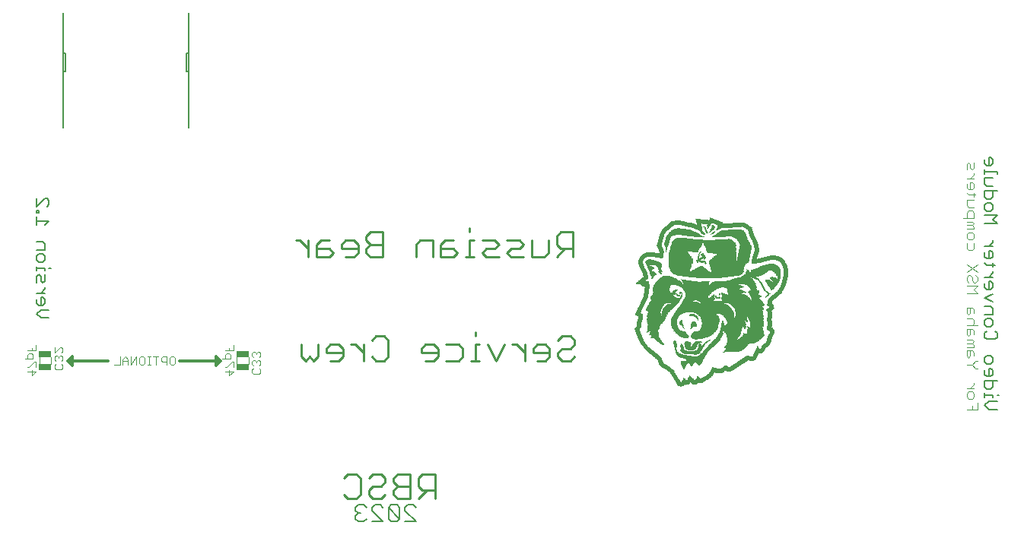
<source format=gbo>
G75*
%MOIN*%
%OFA0B0*%
%FSLAX25Y25*%
%IPPOS*%
%LPD*%
%AMOC8*
5,1,8,0,0,1.08239X$1,22.5*
%
%ADD10C,0.00600*%
%ADD11C,0.00900*%
%ADD12C,0.00500*%
%ADD13C,0.00400*%
%ADD14C,0.00300*%
%ADD15C,0.01181*%
%ADD16R,0.00709X0.00079*%
%ADD17R,0.01417X0.00079*%
%ADD18R,0.01811X0.00079*%
%ADD19R,0.01969X0.00079*%
%ADD20R,0.02362X0.00079*%
%ADD21R,0.02598X0.00079*%
%ADD22R,0.02756X0.00079*%
%ADD23R,0.02913X0.00079*%
%ADD24R,0.00157X0.00079*%
%ADD25R,0.03071X0.00079*%
%ADD26R,0.01102X0.00079*%
%ADD27R,0.03228X0.00079*%
%ADD28R,0.04803X0.00079*%
%ADD29R,0.04961X0.00079*%
%ADD30R,0.01732X0.00079*%
%ADD31R,0.05118X0.00079*%
%ADD32R,0.02126X0.00079*%
%ADD33R,0.05354X0.00079*%
%ADD34R,0.05512X0.00079*%
%ADD35R,0.02520X0.00079*%
%ADD36R,0.05591X0.00079*%
%ADD37R,0.05748X0.00079*%
%ADD38R,0.05827X0.00079*%
%ADD39R,0.05984X0.00079*%
%ADD40R,0.01024X0.00079*%
%ADD41R,0.06142X0.00079*%
%ADD42R,0.01496X0.00079*%
%ADD43R,0.03386X0.00079*%
%ADD44R,0.06220X0.00079*%
%ADD45R,0.05276X0.00079*%
%ADD46R,0.06299X0.00079*%
%ADD47R,0.09528X0.00079*%
%ADD48R,0.02205X0.00079*%
%ADD49R,0.02047X0.00079*%
%ADD50R,0.09606X0.00079*%
%ADD51R,0.09685X0.00079*%
%ADD52R,0.09764X0.00079*%
%ADD53R,0.09843X0.00079*%
%ADD54R,0.09921X0.00079*%
%ADD55R,0.10000X0.00079*%
%ADD56R,0.08346X0.00079*%
%ADD57R,0.01339X0.00079*%
%ADD58R,0.04724X0.00079*%
%ADD59R,0.03307X0.00079*%
%ADD60R,0.01260X0.00079*%
%ADD61R,0.03150X0.00079*%
%ADD62R,0.01181X0.00079*%
%ADD63R,0.04882X0.00079*%
%ADD64R,0.02992X0.00079*%
%ADD65R,0.00945X0.00079*%
%ADD66R,0.02835X0.00079*%
%ADD67R,0.05039X0.00079*%
%ADD68R,0.02677X0.00079*%
%ADD69R,0.00787X0.00079*%
%ADD70R,0.05197X0.00079*%
%ADD71R,0.02441X0.00079*%
%ADD72R,0.00551X0.00079*%
%ADD73R,0.00472X0.00079*%
%ADD74R,0.00394X0.00079*%
%ADD75R,0.01654X0.00079*%
%ADD76R,0.00236X0.00079*%
%ADD77R,0.01575X0.00079*%
%ADD78R,0.00079X0.00079*%
%ADD79R,0.00315X0.00079*%
%ADD80R,0.02283X0.00079*%
%ADD81R,0.03543X0.00079*%
%ADD82R,0.05906X0.00079*%
%ADD83R,0.06378X0.00079*%
%ADD84R,0.09370X0.00079*%
%ADD85R,0.09449X0.00079*%
%ADD86R,0.01890X0.00079*%
%ADD87R,0.00630X0.00079*%
%ADD88R,0.00866X0.00079*%
%ADD89R,0.06063X0.00079*%
%ADD90R,0.03622X0.00079*%
%ADD91R,0.03465X0.00079*%
%ADD92R,0.07638X0.00079*%
%ADD93R,0.07480X0.00079*%
%ADD94R,0.07402X0.00079*%
%ADD95R,0.07559X0.00079*%
%ADD96R,0.07717X0.00079*%
%ADD97R,0.07795X0.00079*%
%ADD98R,0.07953X0.00079*%
%ADD99R,0.08031X0.00079*%
%ADD100R,0.08189X0.00079*%
%ADD101R,0.08425X0.00079*%
%ADD102R,0.09055X0.00079*%
%ADD103R,0.10236X0.00079*%
%ADD104R,0.10551X0.00079*%
%ADD105R,0.10866X0.00079*%
%ADD106R,0.11024X0.00079*%
%ADD107R,0.11260X0.00079*%
%ADD108R,0.11339X0.00079*%
%ADD109R,0.04331X0.00079*%
%ADD110R,0.06693X0.00079*%
%ADD111R,0.05433X0.00079*%
%ADD112R,0.04646X0.00079*%
%ADD113R,0.04016X0.00079*%
%ADD114R,0.06535X0.00079*%
%ADD115R,0.06929X0.00079*%
%ADD116R,0.07244X0.00079*%
%ADD117R,0.07874X0.00079*%
%ADD118R,0.08110X0.00079*%
%ADD119R,0.08268X0.00079*%
%ADD120R,0.03701X0.00079*%
%ADD121R,0.03780X0.00079*%
%ADD122R,0.08504X0.00079*%
%ADD123R,0.08661X0.00079*%
%ADD124R,0.03858X0.00079*%
%ADD125R,0.06457X0.00079*%
%ADD126R,0.04173X0.00079*%
%ADD127R,0.06614X0.00079*%
%ADD128R,0.06850X0.00079*%
%ADD129R,0.03937X0.00079*%
%ADD130R,0.07087X0.00079*%
%ADD131R,0.04488X0.00079*%
%ADD132R,0.04567X0.00079*%
%ADD133R,0.08976X0.00079*%
%ADD134R,0.09134X0.00079*%
%ADD135R,0.09213X0.00079*%
%ADD136R,0.09291X0.00079*%
%ADD137R,0.11732X0.00079*%
%ADD138R,0.11890X0.00079*%
%ADD139R,0.12126X0.00079*%
%ADD140R,0.12205X0.00079*%
%ADD141R,0.12362X0.00079*%
%ADD142R,0.12520X0.00079*%
%ADD143R,0.12598X0.00079*%
%ADD144R,0.12756X0.00079*%
%ADD145R,0.12835X0.00079*%
%ADD146R,0.12992X0.00079*%
%ADD147R,0.13071X0.00079*%
%ADD148R,0.04094X0.00079*%
%ADD149R,0.04252X0.00079*%
%ADD150R,0.04409X0.00079*%
%ADD151R,0.05669X0.00079*%
%ADD152R,0.08583X0.00079*%
%ADD153R,0.08819X0.00079*%
%ADD154R,0.08740X0.00079*%
%ADD155R,0.08898X0.00079*%
%ADD156R,0.07323X0.00079*%
%ADD157R,0.06772X0.00079*%
%ADD158R,0.07008X0.00079*%
%ADD159R,0.07165X0.00079*%
%ADD160R,0.12047X0.00079*%
%ADD161R,0.16772X0.00079*%
%ADD162R,0.17008X0.00079*%
%ADD163R,0.17165X0.00079*%
%ADD164R,0.17402X0.00079*%
%ADD165R,0.11969X0.00079*%
%ADD166R,0.17638X0.00079*%
%ADD167R,0.18031X0.00079*%
%ADD168R,0.18583X0.00079*%
%ADD169R,0.25354X0.00079*%
%ADD170R,0.11811X0.00079*%
%ADD171R,0.25276X0.00079*%
%ADD172R,0.25197X0.00079*%
%ADD173R,0.25118X0.00079*%
%ADD174R,0.24961X0.00079*%
%ADD175R,0.11654X0.00079*%
%ADD176R,0.24803X0.00079*%
%ADD177R,0.24724X0.00079*%
%ADD178R,0.24646X0.00079*%
%ADD179R,0.11575X0.00079*%
%ADD180R,0.24567X0.00079*%
%ADD181R,0.24409X0.00079*%
%ADD182R,0.11496X0.00079*%
%ADD183R,0.24252X0.00079*%
%ADD184R,0.11417X0.00079*%
%ADD185R,0.24094X0.00079*%
%ADD186R,0.23937X0.00079*%
%ADD187R,0.12913X0.00079*%
%ADD188R,0.23780X0.00079*%
%ADD189R,0.23622X0.00079*%
%ADD190R,0.23465X0.00079*%
%ADD191R,0.23307X0.00079*%
%ADD192R,0.12677X0.00079*%
%ADD193R,0.23228X0.00079*%
%ADD194R,0.23150X0.00079*%
%ADD195R,0.22913X0.00079*%
%ADD196R,0.22835X0.00079*%
%ADD197R,0.22756X0.00079*%
%ADD198R,0.12441X0.00079*%
%ADD199R,0.22520X0.00079*%
%ADD200R,0.22362X0.00079*%
%ADD201R,0.22283X0.00079*%
%ADD202R,0.22126X0.00079*%
%ADD203R,0.21969X0.00079*%
%ADD204R,0.21890X0.00079*%
%ADD205R,0.21654X0.00079*%
%ADD206R,0.21575X0.00079*%
%ADD207R,0.21339X0.00079*%
%ADD208R,0.13465X0.00079*%
%ADD209R,0.21181X0.00079*%
%ADD210R,0.13780X0.00079*%
%ADD211R,0.21024X0.00079*%
%ADD212R,0.13937X0.00079*%
%ADD213R,0.20866X0.00079*%
%ADD214R,0.14094X0.00079*%
%ADD215R,0.20630X0.00079*%
%ADD216R,0.14173X0.00079*%
%ADD217R,0.20472X0.00079*%
%ADD218R,0.14252X0.00079*%
%ADD219R,0.20315X0.00079*%
%ADD220R,0.14409X0.00079*%
%ADD221R,0.20000X0.00079*%
%ADD222R,0.19764X0.00079*%
%ADD223R,0.14567X0.00079*%
%ADD224R,0.19606X0.00079*%
%ADD225R,0.19213X0.00079*%
%ADD226R,0.14724X0.00079*%
%ADD227R,0.18898X0.00079*%
%ADD228R,0.17323X0.00079*%
%ADD229R,0.14882X0.00079*%
%ADD230R,0.15039X0.00079*%
%ADD231R,0.15118X0.00079*%
%ADD232R,0.15276X0.00079*%
%ADD233R,0.15512X0.00079*%
%ADD234R,0.15748X0.00079*%
%ADD235R,0.27165X0.00079*%
%ADD236R,0.27244X0.00079*%
%ADD237R,0.27323X0.00079*%
%ADD238R,0.17480X0.00079*%
%ADD239R,0.17087X0.00079*%
%ADD240R,0.16929X0.00079*%
%ADD241R,0.16850X0.00079*%
%ADD242R,0.13150X0.00079*%
%ADD243R,0.13228X0.00079*%
%ADD244R,0.13307X0.00079*%
%ADD245R,0.13386X0.00079*%
%ADD246R,0.12283X0.00079*%
%ADD247R,0.10157X0.00079*%
%ADD248R,0.10079X0.00079*%
%ADD249R,0.11181X0.00079*%
%ADD250R,0.10945X0.00079*%
%ADD251R,0.10630X0.00079*%
%ADD252R,0.10315X0.00079*%
%ADD253R,0.10787X0.00079*%
%ADD254R,0.10709X0.00079*%
%ADD255R,0.10394X0.00079*%
%ADD256R,0.10472X0.00079*%
%ADD257R,0.13701X0.00079*%
%ADD258R,0.14016X0.00079*%
%ADD259R,0.14803X0.00079*%
%ADD260R,0.15906X0.00079*%
%ADD261R,0.16142X0.00079*%
%ADD262R,0.16535X0.00079*%
%ADD263R,0.27559X0.00079*%
%ADD264R,0.14646X0.00079*%
%ADD265R,0.13622X0.00079*%
%ADD266R,0.13858X0.00079*%
%ADD267R,0.14331X0.00079*%
%ADD268R,0.14961X0.00079*%
%ADD269R,0.23701X0.00079*%
%ADD270R,0.19370X0.00079*%
%ADD271R,0.19134X0.00079*%
%ADD272R,0.18976X0.00079*%
%ADD273R,0.18819X0.00079*%
%ADD274R,0.18661X0.00079*%
%ADD275R,0.18504X0.00079*%
%ADD276R,0.18346X0.00079*%
%ADD277R,0.18189X0.00079*%
%ADD278R,0.17559X0.00079*%
%ADD279R,0.11102X0.00079*%
%ADD280R,0.18268X0.00079*%
%ADD281R,0.19921X0.00079*%
%ADD282R,0.22441X0.00079*%
%ADD283R,0.25984X0.00079*%
%ADD284R,0.26850X0.00079*%
%ADD285R,0.27402X0.00079*%
%ADD286R,0.27795X0.00079*%
%ADD287R,0.28346X0.00079*%
%ADD288R,0.28661X0.00079*%
%ADD289R,0.28976X0.00079*%
%ADD290R,0.29291X0.00079*%
%ADD291R,0.29528X0.00079*%
%ADD292R,0.29843X0.00079*%
%ADD293R,0.30079X0.00079*%
%ADD294R,0.30236X0.00079*%
%ADD295R,0.30394X0.00079*%
%ADD296R,0.30630X0.00079*%
%ADD297R,0.30787X0.00079*%
%ADD298R,0.30945X0.00079*%
%ADD299R,0.14488X0.00079*%
%ADD300R,0.15197X0.00079*%
%ADD301R,0.15354X0.00079*%
%ADD302R,0.13543X0.00079*%
%ADD303R,0.27008X0.00079*%
%ADD304R,0.26929X0.00079*%
%ADD305R,0.26693X0.00079*%
%ADD306R,0.26535X0.00079*%
%ADD307R,0.26457X0.00079*%
%ADD308R,0.26299X0.00079*%
%ADD309R,0.26063X0.00079*%
%ADD310R,0.25827X0.00079*%
%ADD311R,0.05709X0.02953*%
D10*
X0149266Y0050257D02*
X0150479Y0049044D01*
X0152906Y0049044D01*
X0154120Y0050257D01*
X0156516Y0049044D02*
X0161370Y0049044D01*
X0156516Y0053898D01*
X0156516Y0055111D01*
X0157730Y0056324D01*
X0160157Y0056324D01*
X0161370Y0055111D01*
X0163767Y0055111D02*
X0168620Y0050257D01*
X0167407Y0049044D01*
X0164980Y0049044D01*
X0163767Y0050257D01*
X0163767Y0055111D01*
X0164980Y0056324D01*
X0167407Y0056324D01*
X0168620Y0055111D01*
X0168620Y0050257D01*
X0171017Y0049044D02*
X0175870Y0049044D01*
X0171017Y0053898D01*
X0171017Y0055111D01*
X0172230Y0056324D01*
X0174657Y0056324D01*
X0175870Y0055111D01*
X0154120Y0055111D02*
X0152906Y0056324D01*
X0150479Y0056324D01*
X0149266Y0055111D01*
X0149266Y0053898D01*
X0150479Y0052684D01*
X0149266Y0051471D01*
X0149266Y0050257D01*
X0150479Y0052684D02*
X0151693Y0052684D01*
D11*
X0146034Y0059037D02*
X0144214Y0060857D01*
X0146034Y0059037D02*
X0149675Y0059037D01*
X0151495Y0060857D01*
X0151495Y0068137D01*
X0149675Y0069957D01*
X0146034Y0069957D01*
X0144214Y0068137D01*
X0155090Y0068137D02*
X0156910Y0069957D01*
X0160550Y0069957D01*
X0162370Y0068137D01*
X0162370Y0066317D01*
X0160550Y0064497D01*
X0156910Y0064497D01*
X0155090Y0062677D01*
X0155090Y0060857D01*
X0156910Y0059037D01*
X0160550Y0059037D01*
X0162370Y0060857D01*
X0165965Y0060857D02*
X0165965Y0062677D01*
X0167785Y0064497D01*
X0173245Y0064497D01*
X0176841Y0064497D02*
X0178661Y0062677D01*
X0184121Y0062677D01*
X0180481Y0062677D02*
X0176841Y0059037D01*
X0173245Y0059037D02*
X0167785Y0059037D01*
X0165965Y0060857D01*
X0167785Y0064497D02*
X0165965Y0066317D01*
X0165965Y0068137D01*
X0167785Y0069957D01*
X0173245Y0069957D01*
X0173245Y0059037D01*
X0176841Y0064497D02*
X0176841Y0068137D01*
X0178661Y0069957D01*
X0184121Y0069957D01*
X0184121Y0059037D01*
X0183588Y0119509D02*
X0179948Y0119509D01*
X0183588Y0119509D02*
X0185408Y0121329D01*
X0185408Y0124969D01*
X0183588Y0126789D01*
X0179948Y0126789D01*
X0178128Y0124969D01*
X0178128Y0123149D01*
X0185408Y0123149D01*
X0189004Y0119509D02*
X0194464Y0119509D01*
X0196284Y0121329D01*
X0196284Y0124969D01*
X0194464Y0126789D01*
X0189004Y0126789D01*
X0201714Y0126789D02*
X0201714Y0119509D01*
X0203534Y0119509D02*
X0199894Y0119509D01*
X0201714Y0126789D02*
X0203534Y0126789D01*
X0207129Y0126789D02*
X0210769Y0119509D01*
X0214410Y0126789D01*
X0218012Y0126789D02*
X0219832Y0126789D01*
X0223472Y0123149D01*
X0227068Y0123149D02*
X0227068Y0124969D01*
X0228888Y0126789D01*
X0232528Y0126789D01*
X0234348Y0124969D01*
X0234348Y0121329D01*
X0232528Y0119509D01*
X0228888Y0119509D01*
X0227068Y0123149D02*
X0234348Y0123149D01*
X0237943Y0123149D02*
X0239763Y0124969D01*
X0243403Y0124969D01*
X0245223Y0126789D01*
X0245223Y0128609D01*
X0243403Y0130429D01*
X0239763Y0130429D01*
X0237943Y0128609D01*
X0237943Y0123149D02*
X0237943Y0121329D01*
X0239763Y0119509D01*
X0243403Y0119509D01*
X0245223Y0121329D01*
X0223472Y0119509D02*
X0223472Y0126789D01*
X0201714Y0130429D02*
X0201714Y0132249D01*
X0163658Y0128609D02*
X0163658Y0121329D01*
X0161837Y0119509D01*
X0158197Y0119509D01*
X0156377Y0121329D01*
X0152782Y0119509D02*
X0152782Y0126789D01*
X0152782Y0123149D02*
X0149142Y0126789D01*
X0147322Y0126789D01*
X0143719Y0124969D02*
X0141899Y0126789D01*
X0138259Y0126789D01*
X0136439Y0124969D01*
X0136439Y0123149D01*
X0143719Y0123149D01*
X0143719Y0121329D02*
X0143719Y0124969D01*
X0143719Y0121329D02*
X0141899Y0119509D01*
X0138259Y0119509D01*
X0132844Y0121329D02*
X0131024Y0119509D01*
X0129204Y0121329D01*
X0127384Y0119509D01*
X0125564Y0121329D01*
X0125564Y0126789D01*
X0132844Y0126789D02*
X0132844Y0121329D01*
X0156377Y0128609D02*
X0158197Y0130429D01*
X0161837Y0130429D01*
X0163658Y0128609D01*
X0161294Y0165100D02*
X0155834Y0165100D01*
X0154014Y0166920D01*
X0154014Y0168740D01*
X0155834Y0170560D01*
X0161294Y0170560D01*
X0155834Y0170560D02*
X0154014Y0172380D01*
X0154014Y0174200D01*
X0155834Y0176020D01*
X0161294Y0176020D01*
X0161294Y0165100D01*
X0150418Y0166920D02*
X0150418Y0170560D01*
X0148598Y0172380D01*
X0144958Y0172380D01*
X0143138Y0170560D01*
X0143138Y0168740D01*
X0150418Y0168740D01*
X0150418Y0166920D02*
X0148598Y0165100D01*
X0144958Y0165100D01*
X0139543Y0166920D02*
X0137723Y0168740D01*
X0132263Y0168740D01*
X0132263Y0170560D02*
X0132263Y0165100D01*
X0137723Y0165100D01*
X0139543Y0166920D01*
X0137723Y0172380D02*
X0134083Y0172380D01*
X0132263Y0170560D01*
X0128667Y0172380D02*
X0128667Y0165100D01*
X0128667Y0168740D02*
X0125027Y0172380D01*
X0123207Y0172380D01*
X0175764Y0170560D02*
X0175764Y0165100D01*
X0183045Y0165100D02*
X0183045Y0172380D01*
X0177584Y0172380D01*
X0175764Y0170560D01*
X0186640Y0170560D02*
X0186640Y0165100D01*
X0192100Y0165100D01*
X0193920Y0166920D01*
X0192100Y0168740D01*
X0186640Y0168740D01*
X0186640Y0170560D02*
X0188460Y0172380D01*
X0192100Y0172380D01*
X0199350Y0172380D02*
X0199350Y0165100D01*
X0201170Y0165100D02*
X0197530Y0165100D01*
X0204766Y0166920D02*
X0206586Y0168740D01*
X0210226Y0168740D01*
X0212046Y0170560D01*
X0210226Y0172380D01*
X0204766Y0172380D01*
X0201170Y0172380D02*
X0199350Y0172380D01*
X0204766Y0166920D02*
X0206586Y0165100D01*
X0212046Y0165100D01*
X0215641Y0166920D02*
X0217461Y0168740D01*
X0221101Y0168740D01*
X0222921Y0170560D01*
X0221101Y0172380D01*
X0215641Y0172380D01*
X0215641Y0166920D02*
X0217461Y0165100D01*
X0222921Y0165100D01*
X0226516Y0165100D02*
X0226516Y0172380D01*
X0226516Y0165100D02*
X0231977Y0165100D01*
X0233797Y0166920D01*
X0233797Y0172380D01*
X0237392Y0174200D02*
X0237392Y0170560D01*
X0239212Y0168740D01*
X0244672Y0168740D01*
X0241032Y0168740D02*
X0237392Y0165100D01*
X0244672Y0165100D02*
X0244672Y0176020D01*
X0239212Y0176020D01*
X0237392Y0174200D01*
X0199350Y0176020D02*
X0199350Y0177840D01*
D12*
X0076303Y0221972D02*
X0076303Y0246579D01*
X0075122Y0246579D01*
X0075122Y0254453D01*
X0076303Y0254453D01*
X0076303Y0272169D01*
X0076303Y0254453D02*
X0076303Y0246579D01*
X0022366Y0246579D02*
X0021382Y0246579D01*
X0022366Y0246579D02*
X0022366Y0254453D01*
X0021185Y0254453D01*
X0021185Y0221776D01*
X0014132Y0190864D02*
X0015034Y0189962D01*
X0015034Y0188159D01*
X0014132Y0187257D01*
X0014132Y0190864D02*
X0013231Y0190864D01*
X0009624Y0187257D01*
X0009624Y0190864D01*
X0009624Y0185440D02*
X0009624Y0184538D01*
X0010526Y0184538D01*
X0010526Y0185440D01*
X0009624Y0185440D01*
X0009624Y0182707D02*
X0009624Y0179101D01*
X0009624Y0180904D02*
X0015034Y0180904D01*
X0013231Y0179101D01*
X0012329Y0171832D02*
X0009624Y0171832D01*
X0012329Y0171832D02*
X0013231Y0170930D01*
X0013231Y0168225D01*
X0009624Y0168225D01*
X0010526Y0166394D02*
X0012329Y0166394D01*
X0013231Y0165492D01*
X0013231Y0163689D01*
X0012329Y0162787D01*
X0010526Y0162787D01*
X0009624Y0163689D01*
X0009624Y0165492D01*
X0010526Y0166394D01*
X0009624Y0160966D02*
X0009624Y0159162D01*
X0009624Y0160064D02*
X0013231Y0160064D01*
X0013231Y0159162D01*
X0013231Y0157331D02*
X0013231Y0154626D01*
X0012329Y0153725D01*
X0011427Y0154626D01*
X0011427Y0156430D01*
X0010526Y0157331D01*
X0009624Y0156430D01*
X0009624Y0153725D01*
X0013231Y0151898D02*
X0013231Y0150996D01*
X0011427Y0149193D01*
X0009624Y0149193D02*
X0013231Y0149193D01*
X0012329Y0147362D02*
X0011427Y0147362D01*
X0011427Y0143755D01*
X0010526Y0143755D02*
X0012329Y0143755D01*
X0013231Y0144657D01*
X0013231Y0146460D01*
X0012329Y0147362D01*
X0009624Y0146460D02*
X0009624Y0144657D01*
X0010526Y0143755D01*
X0011427Y0141924D02*
X0015034Y0141924D01*
X0011427Y0141924D02*
X0009624Y0140121D01*
X0011427Y0138318D01*
X0015034Y0138318D01*
X0015034Y0160064D02*
X0015936Y0160064D01*
X0021185Y0254453D02*
X0021185Y0272169D01*
X0424978Y0207853D02*
X0424978Y0206050D01*
X0425880Y0205148D01*
X0427683Y0205148D01*
X0428585Y0206050D01*
X0428585Y0207853D01*
X0427683Y0208755D01*
X0426782Y0208755D01*
X0426782Y0205148D01*
X0424978Y0203327D02*
X0424978Y0201523D01*
X0424978Y0202425D02*
X0430388Y0202425D01*
X0430388Y0201523D01*
X0428585Y0199692D02*
X0424978Y0199692D01*
X0424978Y0196987D01*
X0425880Y0196085D01*
X0428585Y0196085D01*
X0428585Y0194254D02*
X0428585Y0191549D01*
X0427683Y0190648D01*
X0425880Y0190648D01*
X0424978Y0191549D01*
X0424978Y0194254D01*
X0430388Y0194254D01*
X0427683Y0188817D02*
X0425880Y0188817D01*
X0424978Y0187915D01*
X0424978Y0186112D01*
X0425880Y0185210D01*
X0427683Y0185210D01*
X0428585Y0186112D01*
X0428585Y0187915D01*
X0427683Y0188817D01*
X0430388Y0183379D02*
X0424978Y0183379D01*
X0424978Y0179772D02*
X0430388Y0179772D01*
X0428585Y0181576D01*
X0430388Y0183379D01*
X0428585Y0172508D02*
X0428585Y0171607D01*
X0426782Y0169803D01*
X0428585Y0169803D02*
X0424978Y0169803D01*
X0426782Y0167972D02*
X0426782Y0164365D01*
X0427683Y0164365D02*
X0425880Y0164365D01*
X0424978Y0165267D01*
X0424978Y0167071D01*
X0426782Y0167972D02*
X0427683Y0167972D01*
X0428585Y0167071D01*
X0428585Y0165267D01*
X0427683Y0164365D01*
X0428585Y0162544D02*
X0428585Y0160740D01*
X0429487Y0161642D02*
X0425880Y0161642D01*
X0424978Y0162544D01*
X0428585Y0158914D02*
X0428585Y0158012D01*
X0426782Y0156209D01*
X0428585Y0156209D02*
X0424978Y0156209D01*
X0426782Y0154378D02*
X0426782Y0150771D01*
X0427683Y0150771D02*
X0425880Y0150771D01*
X0424978Y0151673D01*
X0424978Y0153476D01*
X0426782Y0154378D02*
X0427683Y0154378D01*
X0428585Y0153476D01*
X0428585Y0151673D01*
X0427683Y0150771D01*
X0428585Y0148940D02*
X0424978Y0147137D01*
X0428585Y0145334D01*
X0427683Y0143503D02*
X0424978Y0143503D01*
X0427683Y0143503D02*
X0428585Y0142601D01*
X0428585Y0139896D01*
X0424978Y0139896D01*
X0425880Y0138065D02*
X0427683Y0138065D01*
X0428585Y0137163D01*
X0428585Y0135360D01*
X0427683Y0134458D01*
X0425880Y0134458D01*
X0424978Y0135360D01*
X0424978Y0137163D01*
X0425880Y0138065D01*
X0425880Y0132627D02*
X0424978Y0131725D01*
X0424978Y0129922D01*
X0425880Y0129020D01*
X0429487Y0129020D01*
X0430388Y0129922D01*
X0430388Y0131725D01*
X0429487Y0132627D01*
X0427683Y0121752D02*
X0425880Y0121752D01*
X0424978Y0120850D01*
X0424978Y0119047D01*
X0425880Y0118145D01*
X0427683Y0118145D01*
X0428585Y0119047D01*
X0428585Y0120850D01*
X0427683Y0121752D01*
X0427683Y0116314D02*
X0426782Y0116314D01*
X0426782Y0112707D01*
X0427683Y0112707D02*
X0425880Y0112707D01*
X0424978Y0113609D01*
X0424978Y0115412D01*
X0427683Y0116314D02*
X0428585Y0115412D01*
X0428585Y0113609D01*
X0427683Y0112707D01*
X0428585Y0110876D02*
X0428585Y0108171D01*
X0427683Y0107270D01*
X0425880Y0107270D01*
X0424978Y0108171D01*
X0424978Y0110876D01*
X0430388Y0110876D01*
X0424978Y0105448D02*
X0424978Y0103644D01*
X0424978Y0104546D02*
X0428585Y0104546D01*
X0428585Y0103644D01*
X0430388Y0104546D02*
X0431290Y0104546D01*
X0430388Y0101813D02*
X0426782Y0101813D01*
X0424978Y0100010D01*
X0426782Y0098207D01*
X0430388Y0098207D01*
D13*
X0421776Y0098157D02*
X0421776Y0101305D01*
X0420202Y0103656D02*
X0419415Y0102869D01*
X0417841Y0102869D01*
X0417054Y0103656D01*
X0417054Y0105230D01*
X0417841Y0106017D01*
X0419415Y0106017D01*
X0420202Y0105230D01*
X0420202Y0103656D01*
X0420202Y0107582D02*
X0417054Y0107582D01*
X0418628Y0107582D02*
X0420202Y0109156D01*
X0420202Y0109943D01*
X0420989Y0116222D02*
X0419415Y0117796D01*
X0417054Y0117796D01*
X0419415Y0117796D02*
X0420989Y0119370D01*
X0421776Y0119370D01*
X0420202Y0121722D02*
X0420202Y0123296D01*
X0419415Y0124083D01*
X0417054Y0124083D01*
X0417054Y0121722D01*
X0417841Y0120935D01*
X0418628Y0121722D01*
X0418628Y0124083D01*
X0417054Y0125647D02*
X0420202Y0125647D01*
X0420202Y0126434D01*
X0419415Y0127221D01*
X0420202Y0128008D01*
X0419415Y0128795D01*
X0417054Y0128795D01*
X0417054Y0127221D02*
X0419415Y0127221D01*
X0417841Y0130360D02*
X0418628Y0131147D01*
X0418628Y0133508D01*
X0419415Y0133508D02*
X0417054Y0133508D01*
X0417054Y0131147D01*
X0417841Y0130360D01*
X0420202Y0131147D02*
X0420202Y0132721D01*
X0419415Y0133508D01*
X0419415Y0135073D02*
X0420202Y0135860D01*
X0420202Y0137434D01*
X0419415Y0138221D01*
X0417054Y0138221D01*
X0417841Y0139785D02*
X0418628Y0140572D01*
X0418628Y0142934D01*
X0419415Y0142934D02*
X0417054Y0142934D01*
X0417054Y0140572D01*
X0417841Y0139785D01*
X0420202Y0140572D02*
X0420202Y0142146D01*
X0419415Y0142934D01*
X0417054Y0149211D02*
X0421776Y0149211D01*
X0420202Y0150785D01*
X0421776Y0152359D01*
X0417054Y0152359D01*
X0417841Y0153923D02*
X0417054Y0154710D01*
X0417054Y0156285D01*
X0417841Y0157072D01*
X0418628Y0157072D01*
X0419415Y0156285D01*
X0419415Y0154710D01*
X0420202Y0153923D01*
X0420989Y0153923D01*
X0421776Y0154710D01*
X0421776Y0156285D01*
X0420989Y0157072D01*
X0421776Y0158636D02*
X0417054Y0161784D01*
X0417054Y0158636D02*
X0421776Y0161784D01*
X0419415Y0168062D02*
X0417841Y0168062D01*
X0417054Y0168849D01*
X0417054Y0171210D01*
X0417841Y0172774D02*
X0417054Y0173561D01*
X0417054Y0175135D01*
X0417841Y0175922D01*
X0419415Y0175922D01*
X0420202Y0175135D01*
X0420202Y0173561D01*
X0419415Y0172774D01*
X0417841Y0172774D01*
X0420202Y0171210D02*
X0420202Y0168849D01*
X0419415Y0168062D01*
X0420202Y0177487D02*
X0417054Y0177487D01*
X0417054Y0179061D02*
X0419415Y0179061D01*
X0420202Y0179848D01*
X0419415Y0180635D01*
X0417054Y0180635D01*
X0417054Y0182200D02*
X0417054Y0184561D01*
X0417841Y0185348D01*
X0419415Y0185348D01*
X0420202Y0184561D01*
X0420202Y0182200D01*
X0415480Y0182200D01*
X0419415Y0179061D02*
X0420202Y0178274D01*
X0420202Y0177487D01*
X0420202Y0186912D02*
X0417841Y0186912D01*
X0417054Y0187699D01*
X0417054Y0190060D01*
X0420202Y0190060D01*
X0420202Y0191625D02*
X0420202Y0193199D01*
X0420989Y0192412D02*
X0417841Y0192412D01*
X0417054Y0193199D01*
X0417841Y0194767D02*
X0419415Y0194767D01*
X0420202Y0195554D01*
X0420202Y0197128D01*
X0419415Y0197915D01*
X0418628Y0197915D01*
X0418628Y0194767D01*
X0417841Y0194767D02*
X0417054Y0195554D01*
X0417054Y0197128D01*
X0417054Y0199479D02*
X0420202Y0199479D01*
X0418628Y0199479D02*
X0420202Y0201053D01*
X0420202Y0201840D01*
X0419415Y0203407D02*
X0420202Y0204194D01*
X0420202Y0206555D01*
X0418628Y0205768D02*
X0418628Y0204194D01*
X0419415Y0203407D01*
X0417054Y0203407D02*
X0417054Y0205768D01*
X0417841Y0206555D01*
X0418628Y0205768D01*
X0417054Y0135073D02*
X0421776Y0135073D01*
X0421776Y0116222D02*
X0420989Y0116222D01*
X0419415Y0099731D02*
X0419415Y0098157D01*
X0417054Y0098157D02*
X0421776Y0098157D01*
X0102524Y0118110D02*
X0102524Y0121110D01*
X0097327Y0121110D02*
X0097327Y0118209D01*
X0015909Y0118110D02*
X0015909Y0121110D01*
X0010713Y0121110D02*
X0010713Y0118209D01*
D14*
X0009227Y0119186D02*
X0008620Y0119186D01*
X0006194Y0116759D01*
X0005587Y0116759D01*
X0005587Y0114954D02*
X0009227Y0114954D01*
X0007407Y0113134D01*
X0007407Y0115560D01*
X0009227Y0116759D02*
X0009227Y0119186D01*
X0008014Y0120384D02*
X0008014Y0122204D01*
X0007407Y0122811D01*
X0006194Y0122811D01*
X0005587Y0122204D01*
X0005587Y0120384D01*
X0004374Y0120384D02*
X0008014Y0120384D01*
X0007407Y0124009D02*
X0007407Y0125222D01*
X0005587Y0124009D02*
X0009227Y0124009D01*
X0009227Y0126436D01*
X0017398Y0125500D02*
X0017398Y0123073D01*
X0019825Y0125500D01*
X0020431Y0125500D01*
X0021038Y0124894D01*
X0021038Y0123680D01*
X0020431Y0123073D01*
X0020431Y0121875D02*
X0019825Y0121875D01*
X0019218Y0121268D01*
X0018611Y0121875D01*
X0018005Y0121875D01*
X0017398Y0121268D01*
X0017398Y0120055D01*
X0018005Y0119448D01*
X0018005Y0118250D02*
X0017398Y0117643D01*
X0017398Y0116430D01*
X0018005Y0115823D01*
X0020431Y0115823D01*
X0021038Y0116430D01*
X0021038Y0117643D01*
X0020431Y0118250D01*
X0020431Y0119448D02*
X0021038Y0120055D01*
X0021038Y0121268D01*
X0020431Y0121875D01*
X0019218Y0121268D02*
X0019218Y0120662D01*
X0043653Y0117792D02*
X0046080Y0117792D01*
X0046080Y0121432D01*
X0047278Y0120218D02*
X0047278Y0117792D01*
X0047278Y0119612D02*
X0049705Y0119612D01*
X0049705Y0120218D02*
X0049705Y0117792D01*
X0050904Y0117792D02*
X0050904Y0121432D01*
X0049705Y0120218D02*
X0048492Y0121432D01*
X0047278Y0120218D01*
X0050904Y0117792D02*
X0053330Y0121432D01*
X0053330Y0117792D01*
X0054529Y0118398D02*
X0054529Y0120825D01*
X0055135Y0121432D01*
X0056349Y0121432D01*
X0056955Y0120825D01*
X0056955Y0118398D01*
X0056349Y0117792D01*
X0055135Y0117792D01*
X0054529Y0118398D01*
X0058159Y0117792D02*
X0059372Y0117792D01*
X0058766Y0117792D02*
X0058766Y0121432D01*
X0059372Y0121432D02*
X0058159Y0121432D01*
X0060571Y0121432D02*
X0062997Y0121432D01*
X0061784Y0121432D02*
X0061784Y0117792D01*
X0064196Y0119612D02*
X0064802Y0119005D01*
X0066623Y0119005D01*
X0066623Y0117792D02*
X0066623Y0121432D01*
X0064802Y0121432D01*
X0064196Y0120825D01*
X0064196Y0119612D01*
X0067821Y0120825D02*
X0068428Y0121432D01*
X0069641Y0121432D01*
X0070248Y0120825D01*
X0070248Y0118398D01*
X0069641Y0117792D01*
X0068428Y0117792D01*
X0067821Y0118398D01*
X0067821Y0120825D01*
X0090988Y0120384D02*
X0094628Y0120384D01*
X0094628Y0122204D01*
X0094021Y0122811D01*
X0092808Y0122811D01*
X0092201Y0122204D01*
X0092201Y0120384D01*
X0095235Y0119186D02*
X0092808Y0116759D01*
X0092201Y0116759D01*
X0092201Y0114954D02*
X0095841Y0114954D01*
X0094021Y0113134D01*
X0094021Y0115560D01*
X0095841Y0116759D02*
X0095841Y0119186D01*
X0095235Y0119186D01*
X0095841Y0124009D02*
X0095841Y0126436D01*
X0094021Y0125222D02*
X0094021Y0124009D01*
X0092201Y0124009D02*
X0095841Y0124009D01*
X0104012Y0122925D02*
X0104012Y0121712D01*
X0104619Y0121105D01*
X0104619Y0119907D02*
X0104012Y0119300D01*
X0104012Y0118087D01*
X0104619Y0117480D01*
X0104619Y0116281D02*
X0104012Y0115675D01*
X0104012Y0114461D01*
X0104619Y0113855D01*
X0107046Y0113855D01*
X0107652Y0114461D01*
X0107652Y0115675D01*
X0107046Y0116281D01*
X0107046Y0117480D02*
X0107652Y0118087D01*
X0107652Y0119300D01*
X0107046Y0119907D01*
X0106439Y0119907D01*
X0105832Y0119300D01*
X0105226Y0119907D01*
X0104619Y0119907D01*
X0105832Y0119300D02*
X0105832Y0118693D01*
X0107046Y0121105D02*
X0107652Y0121712D01*
X0107652Y0122925D01*
X0107046Y0123532D01*
X0106439Y0123532D01*
X0105832Y0122925D01*
X0105226Y0123532D01*
X0104619Y0123532D01*
X0104012Y0122925D01*
X0105832Y0122925D02*
X0105832Y0122318D01*
D15*
X0090083Y0119610D02*
X0088114Y0117642D01*
X0088114Y0121579D01*
X0090083Y0119610D01*
X0072366Y0119610D01*
X0040870Y0119610D02*
X0025122Y0119610D01*
X0025122Y0117642D01*
X0023154Y0119610D01*
X0025122Y0121579D01*
X0025122Y0119610D01*
X0023154Y0119610D01*
D16*
X0277524Y0132406D03*
X0292091Y0136815D03*
X0296736Y0134217D03*
X0298941Y0138390D03*
X0298862Y0138469D03*
X0294295Y0129335D03*
X0292327Y0126421D03*
X0300201Y0126815D03*
X0303508Y0127839D03*
X0303744Y0127996D03*
X0303902Y0128075D03*
X0310280Y0136343D03*
X0310280Y0136421D03*
X0310280Y0136500D03*
X0320673Y0136894D03*
X0307287Y0147366D03*
X0308862Y0148469D03*
X0308862Y0148547D03*
X0308862Y0148626D03*
X0308862Y0148705D03*
X0308862Y0148783D03*
X0307681Y0154138D03*
X0300752Y0160831D03*
X0302169Y0163114D03*
X0291697Y0149177D03*
X0290909Y0147839D03*
X0290358Y0148311D03*
X0292012Y0147524D03*
X0291933Y0147366D03*
X0291933Y0147287D03*
X0291854Y0147209D03*
X0291854Y0147130D03*
X0291854Y0147051D03*
X0277445Y0160909D03*
X0302957Y0176343D03*
X0302957Y0176421D03*
X0303035Y0176264D03*
X0302878Y0176579D03*
X0302248Y0178154D03*
X0303902Y0178154D03*
X0303902Y0178232D03*
X0304925Y0176185D03*
X0304846Y0176106D03*
X0307917Y0176972D03*
X0323429Y0162012D03*
X0321146Y0158941D03*
X0321146Y0158862D03*
X0326421Y0154217D03*
X0326657Y0153902D03*
X0326736Y0153823D03*
X0326815Y0153665D03*
X0326894Y0153587D03*
X0326972Y0153429D03*
X0327051Y0153350D03*
X0327051Y0153272D03*
X0327130Y0153193D03*
X0327209Y0153114D03*
X0327209Y0153035D03*
X0327287Y0152957D03*
X0327287Y0152878D03*
X0327366Y0152799D03*
X0327445Y0152642D03*
X0327524Y0152563D03*
X0327524Y0152484D03*
X0327602Y0152327D03*
X0327760Y0152091D03*
X0328626Y0150358D03*
X0328705Y0150280D03*
X0330358Y0148705D03*
X0330437Y0148783D03*
X0325476Y0125240D03*
X0326657Y0122799D03*
X0299335Y0112169D03*
X0295870Y0112406D03*
X0293350Y0111224D03*
X0292012Y0108311D03*
X0293272Y0116106D03*
X0292642Y0119256D03*
D17*
X0293154Y0116815D03*
X0293154Y0116736D03*
X0296697Y0117839D03*
X0299925Y0117839D03*
X0295988Y0111933D03*
X0298035Y0109177D03*
X0291972Y0108390D03*
X0292366Y0125319D03*
X0294177Y0129413D03*
X0292051Y0135240D03*
X0292051Y0135319D03*
X0298193Y0138941D03*
X0305831Y0147524D03*
X0310398Y0148783D03*
X0321264Y0158390D03*
X0323783Y0162091D03*
X0324807Y0155555D03*
X0334728Y0156421D03*
X0334728Y0156500D03*
X0319531Y0134846D03*
X0310319Y0135083D03*
X0310319Y0135161D03*
X0309610Y0132091D03*
X0309610Y0132012D03*
X0325594Y0124689D03*
X0322917Y0119413D03*
X0311579Y0116972D03*
X0290791Y0148154D03*
X0288902Y0149571D03*
X0279453Y0156657D03*
X0278508Y0159098D03*
X0278508Y0159177D03*
X0282602Y0159965D03*
X0282602Y0160043D03*
X0285516Y0169807D03*
X0299689Y0163508D03*
X0300240Y0163980D03*
X0300240Y0164059D03*
X0300713Y0160594D03*
X0300555Y0176500D03*
X0300476Y0176657D03*
X0299217Y0181461D03*
X0306146Y0178154D03*
X0305831Y0177445D03*
X0305752Y0177366D03*
X0305752Y0177287D03*
X0305673Y0177209D03*
D18*
X0304138Y0179335D03*
X0299886Y0178941D03*
X0299807Y0179256D03*
X0299807Y0179335D03*
X0299807Y0179413D03*
X0299728Y0179650D03*
X0301224Y0173744D03*
X0301303Y0162720D03*
X0285319Y0156500D03*
X0279571Y0156894D03*
X0278626Y0159492D03*
X0276106Y0157996D03*
X0276106Y0157917D03*
X0276106Y0157839D03*
X0276185Y0157760D03*
X0276185Y0157681D03*
X0276185Y0157602D03*
X0276264Y0157445D03*
X0276264Y0157366D03*
X0276343Y0157130D03*
X0276343Y0157051D03*
X0276343Y0156972D03*
X0276421Y0156894D03*
X0276421Y0156815D03*
X0276421Y0156736D03*
X0276500Y0156421D03*
X0276500Y0156264D03*
X0277130Y0151776D03*
X0277051Y0151224D03*
X0276894Y0149965D03*
X0276815Y0149413D03*
X0276657Y0148154D03*
X0276579Y0147760D03*
X0276579Y0147681D03*
X0276579Y0147602D03*
X0276500Y0147524D03*
X0276500Y0147445D03*
X0274059Y0137602D03*
X0274059Y0137524D03*
X0274059Y0137445D03*
X0273980Y0137287D03*
X0273980Y0137209D03*
X0273902Y0137051D03*
X0273902Y0136972D03*
X0273823Y0136815D03*
X0273823Y0136736D03*
X0273823Y0136657D03*
X0273744Y0136579D03*
X0273744Y0136500D03*
X0273744Y0136421D03*
X0273665Y0136264D03*
X0273665Y0136185D03*
X0273587Y0136106D03*
X0273587Y0136028D03*
X0273587Y0135949D03*
X0273508Y0135791D03*
X0273508Y0135713D03*
X0273587Y0135555D03*
X0273587Y0135476D03*
X0273587Y0135398D03*
X0273665Y0135161D03*
X0273665Y0135083D03*
X0273665Y0134925D03*
X0272642Y0133193D03*
X0272720Y0133035D03*
X0272799Y0132799D03*
X0272878Y0132563D03*
X0272957Y0132406D03*
X0273035Y0132169D03*
X0273114Y0131933D03*
X0273193Y0131776D03*
X0273272Y0131618D03*
X0273350Y0131382D03*
X0273350Y0131303D03*
X0273429Y0131146D03*
X0273508Y0130988D03*
X0273587Y0130752D03*
X0273665Y0130516D03*
X0273744Y0130358D03*
X0273823Y0130122D03*
X0273902Y0129965D03*
X0273902Y0129886D03*
X0273980Y0129728D03*
X0274059Y0129492D03*
X0274138Y0129335D03*
X0274217Y0129098D03*
X0274295Y0128862D03*
X0274374Y0128705D03*
X0274453Y0128547D03*
X0274453Y0128469D03*
X0274531Y0128232D03*
X0274610Y0128075D03*
X0282406Y0128154D03*
X0282484Y0128075D03*
X0282563Y0127996D03*
X0282642Y0127917D03*
X0292563Y0124138D03*
X0296185Y0124138D03*
X0300043Y0124217D03*
X0300122Y0124295D03*
X0300201Y0124374D03*
X0300201Y0124453D03*
X0300280Y0124531D03*
X0300280Y0124610D03*
X0300358Y0124689D03*
X0300437Y0124846D03*
X0299965Y0118075D03*
X0296657Y0118154D03*
X0293114Y0117366D03*
X0293114Y0117287D03*
X0293114Y0117209D03*
X0296028Y0111697D03*
X0292012Y0108469D03*
X0311539Y0116736D03*
X0324531Y0121618D03*
X0330358Y0127760D03*
X0330358Y0127839D03*
X0330437Y0127996D03*
X0330437Y0128075D03*
X0330437Y0128154D03*
X0330516Y0128232D03*
X0330516Y0128311D03*
X0330516Y0128390D03*
X0330594Y0128626D03*
X0330594Y0128705D03*
X0330673Y0128941D03*
X0330673Y0129020D03*
X0330673Y0129098D03*
X0330752Y0129177D03*
X0330752Y0129256D03*
X0330752Y0129335D03*
X0330831Y0129492D03*
X0330831Y0129571D03*
X0330909Y0129650D03*
X0330909Y0129728D03*
X0330909Y0129807D03*
X0330988Y0129965D03*
X0330988Y0130043D03*
X0331067Y0130201D03*
X0331933Y0131854D03*
X0331933Y0132012D03*
X0330909Y0134925D03*
X0330988Y0135083D03*
X0330988Y0135161D03*
X0330988Y0136106D03*
X0330988Y0136185D03*
X0330909Y0136343D03*
X0330516Y0137209D03*
X0330516Y0137287D03*
X0330516Y0137524D03*
X0330516Y0137602D03*
X0330594Y0137839D03*
X0330594Y0137917D03*
X0330594Y0137996D03*
X0330673Y0138075D03*
X0330673Y0138154D03*
X0330673Y0138232D03*
X0330752Y0138390D03*
X0330752Y0138469D03*
X0330831Y0138626D03*
X0330831Y0138705D03*
X0330909Y0138783D03*
X0330909Y0138862D03*
X0330909Y0138941D03*
X0330909Y0139020D03*
X0330988Y0139177D03*
X0330988Y0139256D03*
X0330988Y0140201D03*
X0330988Y0140280D03*
X0330909Y0140437D03*
X0330909Y0140516D03*
X0330831Y0140673D03*
X0331697Y0142957D03*
X0331697Y0143035D03*
X0331618Y0143193D03*
X0330831Y0144531D03*
X0330831Y0145083D03*
X0330831Y0145161D03*
X0330909Y0145240D03*
X0330909Y0145319D03*
X0330988Y0145555D03*
X0331854Y0151303D03*
X0336579Y0152169D03*
X0336657Y0152406D03*
X0336736Y0152563D03*
X0336736Y0152642D03*
X0336815Y0152799D03*
X0336815Y0152878D03*
X0336894Y0153035D03*
X0336894Y0153114D03*
X0336972Y0153193D03*
X0336972Y0153272D03*
X0336972Y0153350D03*
X0337051Y0153429D03*
X0337051Y0153508D03*
X0337051Y0153587D03*
X0337130Y0153744D03*
X0337130Y0153823D03*
X0337130Y0153902D03*
X0337209Y0154059D03*
X0337209Y0154138D03*
X0337287Y0154295D03*
X0337287Y0154374D03*
X0337287Y0154453D03*
X0337366Y0154531D03*
X0337366Y0154610D03*
X0337366Y0154689D03*
X0337366Y0154768D03*
X0337445Y0154925D03*
X0337445Y0155004D03*
X0337524Y0155240D03*
X0337524Y0155319D03*
X0337524Y0155398D03*
X0337602Y0155555D03*
X0337602Y0155634D03*
X0337681Y0156028D03*
X0337760Y0156421D03*
X0337760Y0156500D03*
X0337760Y0156579D03*
X0337839Y0157051D03*
X0337839Y0157130D03*
X0337839Y0159098D03*
X0337760Y0159571D03*
X0337760Y0159650D03*
X0337681Y0160043D03*
X0337602Y0160358D03*
X0337602Y0160437D03*
X0337524Y0160594D03*
X0337524Y0160673D03*
X0337524Y0160752D03*
X0337445Y0160831D03*
X0337445Y0160909D03*
X0337366Y0161067D03*
X0337287Y0161303D03*
X0334610Y0157051D03*
X0323980Y0155949D03*
X0321382Y0158075D03*
X0323980Y0162169D03*
X0324059Y0163980D03*
X0324059Y0164059D03*
X0324059Y0164138D03*
X0324138Y0164217D03*
X0324138Y0164295D03*
X0324138Y0164374D03*
X0324217Y0164531D03*
X0324217Y0164610D03*
X0324217Y0164689D03*
X0324295Y0164768D03*
X0324295Y0164846D03*
X0324295Y0164925D03*
X0324374Y0165083D03*
X0324374Y0165161D03*
X0324374Y0165240D03*
X0324453Y0165319D03*
X0324453Y0165398D03*
X0324531Y0165476D03*
X0324531Y0165555D03*
X0324531Y0165634D03*
X0324610Y0165791D03*
X0324610Y0165870D03*
X0324610Y0165949D03*
X0324689Y0166028D03*
X0324689Y0166106D03*
X0324768Y0166264D03*
X0324768Y0166343D03*
X0324846Y0166500D03*
X0324846Y0166579D03*
X0324846Y0166657D03*
X0324925Y0166736D03*
X0324925Y0166815D03*
X0325004Y0166972D03*
X0325004Y0167051D03*
X0325083Y0167209D03*
X0325083Y0167287D03*
X0325161Y0167445D03*
X0325161Y0167524D03*
X0325240Y0167602D03*
X0325240Y0167681D03*
X0325240Y0167839D03*
X0325240Y0167996D03*
X0325240Y0168075D03*
X0325161Y0168390D03*
X0325083Y0168705D03*
X0325083Y0168783D03*
X0325004Y0169020D03*
X0325004Y0169098D03*
X0324925Y0169413D03*
X0324846Y0169728D03*
X0324846Y0169807D03*
X0324768Y0170043D03*
X0324768Y0170122D03*
X0324689Y0170437D03*
X0324610Y0170752D03*
X0324610Y0170831D03*
X0324531Y0171067D03*
X0324531Y0171146D03*
X0324531Y0171224D03*
X0324453Y0171303D03*
X0324453Y0171382D03*
X0324374Y0171539D03*
X0322957Y0174374D03*
X0322878Y0174531D03*
X0322878Y0174610D03*
X0322799Y0174768D03*
X0322799Y0174846D03*
X0322720Y0175004D03*
X0322720Y0175083D03*
X0322720Y0175161D03*
X0322642Y0175319D03*
X0322642Y0175398D03*
X0322563Y0175634D03*
X0322563Y0175713D03*
X0322484Y0175870D03*
X0322484Y0175949D03*
X0322484Y0176028D03*
X0322406Y0176185D03*
X0322406Y0176264D03*
X0322327Y0176500D03*
X0322327Y0176579D03*
X0322248Y0176736D03*
X0322248Y0176815D03*
X0286500Y0173665D03*
X0286421Y0173587D03*
X0286106Y0172484D03*
X0286028Y0172248D03*
X0285870Y0171697D03*
X0285870Y0171618D03*
X0285791Y0171461D03*
X0285791Y0171382D03*
X0285713Y0171067D03*
X0285634Y0170831D03*
X0285634Y0170752D03*
X0285555Y0170594D03*
X0285555Y0170516D03*
X0285476Y0170280D03*
X0285476Y0170201D03*
X0282563Y0170831D03*
X0282563Y0170909D03*
X0282484Y0170673D03*
X0282484Y0170594D03*
X0282484Y0170516D03*
X0282406Y0170358D03*
X0282406Y0170280D03*
X0282327Y0170043D03*
X0282327Y0169965D03*
X0282642Y0171146D03*
X0282642Y0171224D03*
X0282720Y0171382D03*
X0282720Y0171461D03*
X0282720Y0171539D03*
X0282799Y0171697D03*
X0282799Y0171776D03*
X0282878Y0172012D03*
X0282878Y0172091D03*
X0282957Y0172248D03*
X0282957Y0172327D03*
X0282957Y0172406D03*
X0283035Y0172563D03*
X0283035Y0172642D03*
X0283114Y0172878D03*
X0283114Y0172957D03*
X0283193Y0173114D03*
X0283193Y0173193D03*
X0283193Y0173272D03*
X0283272Y0173429D03*
X0283272Y0173508D03*
X0283272Y0173587D03*
X0283350Y0173744D03*
X0283350Y0173823D03*
X0283429Y0173980D03*
X0283429Y0174059D03*
X0283429Y0174138D03*
X0283508Y0174295D03*
X0283508Y0174374D03*
X0283587Y0174610D03*
X0283587Y0174689D03*
X0283665Y0174768D03*
X0283272Y0167917D03*
X0283350Y0167681D03*
X0283350Y0167602D03*
X0282563Y0160516D03*
X0282563Y0160437D03*
X0274610Y0160909D03*
X0274531Y0161067D03*
X0274531Y0161146D03*
X0274453Y0161303D03*
X0274453Y0161382D03*
X0274453Y0161461D03*
X0274374Y0161618D03*
X0274374Y0161697D03*
X0274295Y0162091D03*
X0274295Y0162169D03*
X0274295Y0162957D03*
X0274374Y0163429D03*
X0274453Y0163587D03*
X0274453Y0163665D03*
X0294059Y0129492D03*
X0309256Y0130831D03*
X0309256Y0130909D03*
X0309335Y0130988D03*
D19*
X0309177Y0130594D03*
X0309098Y0130516D03*
X0309098Y0130437D03*
X0309020Y0130358D03*
X0309020Y0130280D03*
X0308941Y0130201D03*
X0300516Y0125083D03*
X0300516Y0125004D03*
X0299886Y0123980D03*
X0298311Y0126736D03*
X0298390Y0126815D03*
X0298469Y0126972D03*
X0298862Y0127287D03*
X0298941Y0127366D03*
X0299098Y0127445D03*
X0294768Y0127524D03*
X0291067Y0122169D03*
X0293114Y0117524D03*
X0293114Y0117445D03*
X0288232Y0114059D03*
X0288626Y0113429D03*
X0289177Y0112563D03*
X0289807Y0111539D03*
X0290594Y0110280D03*
X0292012Y0108547D03*
X0296028Y0111618D03*
X0299965Y0118232D03*
X0305476Y0114217D03*
X0305555Y0114295D03*
X0308705Y0114138D03*
X0313035Y0114925D03*
X0321382Y0121224D03*
X0322878Y0119492D03*
X0324295Y0121224D03*
X0324610Y0121854D03*
X0324846Y0122406D03*
X0324925Y0122563D03*
X0327839Y0124610D03*
X0327917Y0124689D03*
X0327917Y0124768D03*
X0327996Y0124846D03*
X0330201Y0127445D03*
X0331146Y0130358D03*
X0331224Y0130594D03*
X0331854Y0131618D03*
X0331854Y0132169D03*
X0330752Y0134610D03*
X0330752Y0136657D03*
X0330673Y0136894D03*
X0330752Y0140831D03*
X0330673Y0140988D03*
X0331539Y0143272D03*
X0330909Y0144374D03*
X0331146Y0145870D03*
X0331224Y0145949D03*
X0331224Y0146028D03*
X0331854Y0151461D03*
X0335949Y0150909D03*
X0336028Y0151067D03*
X0336106Y0151146D03*
X0336106Y0151224D03*
X0336185Y0151303D03*
X0336185Y0151382D03*
X0336264Y0151461D03*
X0336343Y0151618D03*
X0334531Y0157209D03*
X0334531Y0157287D03*
X0337130Y0161618D03*
X0336972Y0161933D03*
X0336894Y0162091D03*
X0336815Y0162169D03*
X0323823Y0156028D03*
X0321382Y0157996D03*
X0310831Y0148469D03*
X0308075Y0147130D03*
X0305634Y0147209D03*
X0297602Y0136106D03*
X0284531Y0139098D03*
X0274846Y0143980D03*
X0274768Y0143823D03*
X0274925Y0144138D03*
X0275476Y0145319D03*
X0275791Y0145949D03*
X0276106Y0146579D03*
X0274217Y0142642D03*
X0273902Y0142012D03*
X0273823Y0141854D03*
X0273272Y0140673D03*
X0273114Y0140358D03*
X0273665Y0134768D03*
X0272642Y0133272D03*
X0274768Y0127839D03*
X0274768Y0127760D03*
X0282012Y0128547D03*
X0282091Y0128469D03*
X0282169Y0128390D03*
X0282248Y0128311D03*
X0282799Y0119413D03*
X0282957Y0119098D03*
X0283193Y0118547D03*
X0277051Y0151854D03*
X0279650Y0157051D03*
X0278626Y0159571D03*
X0275791Y0158705D03*
X0275791Y0158626D03*
X0275713Y0158783D03*
X0275634Y0158941D03*
X0275555Y0159098D03*
X0275476Y0159256D03*
X0275398Y0159335D03*
X0275398Y0159413D03*
X0275319Y0159492D03*
X0275240Y0159650D03*
X0275161Y0159807D03*
X0275083Y0159965D03*
X0275004Y0160043D03*
X0275004Y0160122D03*
X0274925Y0160201D03*
X0274925Y0160280D03*
X0274846Y0160358D03*
X0274846Y0160437D03*
X0274768Y0160516D03*
X0275870Y0158469D03*
X0282484Y0160673D03*
X0282878Y0164689D03*
X0282957Y0168626D03*
X0282878Y0168783D03*
X0282799Y0168941D03*
X0282720Y0169098D03*
X0282642Y0169256D03*
X0282563Y0169413D03*
X0282484Y0169571D03*
X0282406Y0169650D03*
X0282406Y0169728D03*
X0282327Y0169807D03*
X0283744Y0175004D03*
X0283823Y0175161D03*
X0283902Y0175319D03*
X0283980Y0175398D03*
X0283980Y0175476D03*
X0284059Y0175555D03*
X0284138Y0175713D03*
X0284217Y0175791D03*
X0299492Y0181382D03*
X0306894Y0173744D03*
X0299650Y0163272D03*
X0300673Y0160437D03*
X0324138Y0172012D03*
X0324138Y0172091D03*
X0324059Y0172248D03*
X0323980Y0172327D03*
X0323980Y0172406D03*
X0323902Y0172484D03*
X0323823Y0172642D03*
X0323744Y0172799D03*
X0323665Y0172957D03*
X0323587Y0173114D03*
X0323508Y0173272D03*
X0323429Y0173350D03*
X0323350Y0173587D03*
X0323272Y0173665D03*
X0323193Y0173823D03*
X0323114Y0173980D03*
X0323114Y0174059D03*
X0323035Y0174138D03*
X0324217Y0171933D03*
X0324295Y0171776D03*
X0274689Y0164138D03*
X0274610Y0163980D03*
D20*
X0275201Y0164689D03*
X0278508Y0160358D03*
X0279453Y0157917D03*
X0279531Y0157839D03*
X0279610Y0157681D03*
X0276303Y0155870D03*
X0282287Y0161067D03*
X0286933Y0174217D03*
X0284886Y0176657D03*
X0284965Y0176736D03*
X0285043Y0176815D03*
X0285122Y0176894D03*
X0303075Y0154138D03*
X0311028Y0148390D03*
X0323862Y0150280D03*
X0330319Y0154295D03*
X0330398Y0154217D03*
X0332051Y0155713D03*
X0334335Y0157839D03*
X0331894Y0151697D03*
X0334571Y0149098D03*
X0334492Y0149020D03*
X0334413Y0148941D03*
X0334650Y0149177D03*
X0334728Y0149256D03*
X0334965Y0149571D03*
X0331657Y0146500D03*
X0331028Y0144059D03*
X0331185Y0143665D03*
X0331264Y0143587D03*
X0331579Y0142563D03*
X0330476Y0141382D03*
X0330713Y0133665D03*
X0330791Y0133508D03*
X0330870Y0133429D03*
X0330949Y0133350D03*
X0331028Y0133272D03*
X0331343Y0132878D03*
X0331421Y0132799D03*
X0329610Y0126736D03*
X0328508Y0125476D03*
X0328429Y0125398D03*
X0312996Y0115004D03*
X0304886Y0113429D03*
X0298035Y0109413D03*
X0296067Y0111382D03*
X0291972Y0108626D03*
X0287720Y0114689D03*
X0287642Y0114768D03*
X0287563Y0114846D03*
X0283705Y0117839D03*
X0282130Y0120437D03*
X0282051Y0120516D03*
X0277012Y0125004D03*
X0276933Y0125083D03*
X0276854Y0125161D03*
X0276776Y0125240D03*
X0281343Y0129335D03*
X0281421Y0129256D03*
X0293862Y0129650D03*
X0299610Y0127681D03*
X0300791Y0125791D03*
X0299531Y0123744D03*
X0297642Y0125634D03*
X0297720Y0125713D03*
X0297720Y0125791D03*
X0294886Y0125476D03*
X0294807Y0125634D03*
X0294807Y0125713D03*
X0294807Y0125791D03*
X0301894Y0122327D03*
X0301972Y0122406D03*
X0304728Y0125555D03*
X0305122Y0125870D03*
X0305201Y0125949D03*
X0305280Y0126028D03*
X0307799Y0128626D03*
X0307878Y0128705D03*
X0307957Y0128783D03*
X0308035Y0128862D03*
X0297563Y0134531D03*
X0297563Y0134610D03*
X0297642Y0135083D03*
X0297642Y0135476D03*
X0297642Y0135555D03*
X0297642Y0135634D03*
X0284650Y0139650D03*
X0284650Y0139728D03*
X0293154Y0117917D03*
X0293154Y0117839D03*
X0299925Y0118469D03*
X0321815Y0177209D03*
X0318272Y0179886D03*
D21*
X0321697Y0177366D03*
X0324374Y0162327D03*
X0330594Y0154059D03*
X0332484Y0155476D03*
X0333429Y0154138D03*
X0333429Y0154059D03*
X0331933Y0151854D03*
X0333902Y0148469D03*
X0331461Y0142406D03*
X0323744Y0150673D03*
X0323744Y0150752D03*
X0334217Y0158075D03*
X0335791Y0163272D03*
X0301303Y0163035D03*
X0299807Y0177130D03*
X0287130Y0178705D03*
X0286894Y0178469D03*
X0286657Y0178311D03*
X0286579Y0178232D03*
X0286500Y0178154D03*
X0286421Y0178075D03*
X0286343Y0177996D03*
X0285949Y0177681D03*
X0285713Y0177445D03*
X0285555Y0177287D03*
X0285476Y0177209D03*
X0275398Y0164846D03*
X0276264Y0155713D03*
X0276185Y0155634D03*
X0276106Y0155555D03*
X0276028Y0155476D03*
X0275870Y0155398D03*
X0275791Y0155319D03*
X0275634Y0155161D03*
X0275555Y0155083D03*
X0275476Y0155004D03*
X0275319Y0154925D03*
X0275319Y0154846D03*
X0275161Y0154768D03*
X0275083Y0154689D03*
X0275004Y0154610D03*
X0274925Y0154531D03*
X0274846Y0154453D03*
X0284768Y0140122D03*
X0284768Y0140043D03*
X0289098Y0134531D03*
X0289177Y0134374D03*
X0289177Y0134295D03*
X0289256Y0134217D03*
X0289256Y0134138D03*
X0289256Y0134059D03*
X0289335Y0133980D03*
X0289335Y0133902D03*
X0289413Y0133823D03*
X0289492Y0133665D03*
X0289492Y0133587D03*
X0289571Y0133508D03*
X0289650Y0133429D03*
X0289728Y0133272D03*
X0294925Y0127287D03*
X0294846Y0126106D03*
X0297996Y0122327D03*
X0301539Y0121933D03*
X0301618Y0122012D03*
X0299886Y0118626D03*
X0293272Y0118075D03*
X0287287Y0115161D03*
X0287209Y0115240D03*
X0287130Y0115319D03*
X0287051Y0115398D03*
X0292012Y0108705D03*
X0296106Y0111224D03*
X0304374Y0112957D03*
X0304453Y0113035D03*
X0306736Y0115870D03*
X0305791Y0126500D03*
X0305870Y0126579D03*
X0305949Y0126657D03*
X0306028Y0126736D03*
X0306106Y0126815D03*
X0306264Y0126972D03*
X0306500Y0127209D03*
X0306736Y0127445D03*
X0306815Y0127524D03*
X0306894Y0127602D03*
X0306972Y0127681D03*
X0307051Y0127760D03*
X0307130Y0127839D03*
X0307209Y0127917D03*
X0299650Y0127602D03*
X0281224Y0129413D03*
X0277445Y0124531D03*
D22*
X0277996Y0124059D03*
X0278075Y0123980D03*
X0278469Y0123665D03*
X0278547Y0123587D03*
X0278626Y0123508D03*
X0278941Y0123272D03*
X0279020Y0123193D03*
X0279177Y0123035D03*
X0279413Y0122878D03*
X0279492Y0122799D03*
X0279886Y0122484D03*
X0279965Y0122406D03*
X0280358Y0122091D03*
X0280437Y0122012D03*
X0280831Y0121697D03*
X0280909Y0121618D03*
X0281303Y0121303D03*
X0281382Y0121224D03*
X0286579Y0115713D03*
X0286736Y0115634D03*
X0291618Y0121933D03*
X0294846Y0126185D03*
X0294846Y0126264D03*
X0301382Y0121776D03*
X0301461Y0121854D03*
X0313035Y0115161D03*
X0304295Y0112878D03*
X0304138Y0112799D03*
X0304059Y0112720D03*
X0297996Y0109571D03*
X0292012Y0108783D03*
X0281067Y0129492D03*
X0290043Y0132957D03*
X0288941Y0135083D03*
X0288941Y0135161D03*
X0288941Y0135240D03*
X0288941Y0135319D03*
X0288862Y0135713D03*
X0288862Y0135791D03*
X0288862Y0135870D03*
X0288862Y0135949D03*
X0288862Y0136657D03*
X0288862Y0136736D03*
X0288941Y0137287D03*
X0288941Y0137366D03*
X0289020Y0137524D03*
X0289020Y0137602D03*
X0289020Y0137681D03*
X0289098Y0137760D03*
X0289098Y0137839D03*
X0289098Y0137917D03*
X0289177Y0137996D03*
X0289177Y0138075D03*
X0289256Y0138232D03*
X0289335Y0138390D03*
X0289571Y0138783D03*
X0289650Y0138941D03*
X0289728Y0139020D03*
X0289807Y0139177D03*
X0289886Y0139256D03*
X0289965Y0139335D03*
X0284925Y0140358D03*
X0284925Y0140437D03*
X0284846Y0140280D03*
X0289020Y0144531D03*
X0296972Y0139413D03*
X0273744Y0139256D03*
X0273350Y0140043D03*
X0278941Y0159886D03*
X0278862Y0159965D03*
X0299886Y0181303D03*
X0307209Y0173823D03*
X0321539Y0177524D03*
X0321618Y0177445D03*
X0335713Y0163350D03*
X0332799Y0155240D03*
X0333429Y0154295D03*
X0330831Y0153823D03*
X0330752Y0153902D03*
X0331933Y0151933D03*
X0333508Y0148154D03*
X0333429Y0148075D03*
X0332327Y0147130D03*
X0332248Y0147051D03*
X0331224Y0142169D03*
X0331146Y0142091D03*
X0330988Y0141933D03*
X0330752Y0141776D03*
X0330673Y0141697D03*
X0330594Y0141618D03*
X0323665Y0150988D03*
D23*
X0323587Y0151303D03*
X0323508Y0151382D03*
X0321461Y0157366D03*
X0324531Y0162406D03*
X0334059Y0158469D03*
X0334059Y0158390D03*
X0333429Y0154453D03*
X0333114Y0147839D03*
X0333035Y0147760D03*
X0332957Y0147681D03*
X0332799Y0147524D03*
X0332642Y0147445D03*
X0332563Y0147366D03*
X0332484Y0147287D03*
X0295004Y0127130D03*
X0294925Y0126500D03*
X0296185Y0124295D03*
X0293665Y0129807D03*
X0290280Y0132720D03*
X0290201Y0132799D03*
X0285004Y0140594D03*
X0285083Y0140752D03*
X0280673Y0130831D03*
X0280673Y0130752D03*
X0280673Y0130673D03*
X0280673Y0130594D03*
X0280673Y0130516D03*
X0284138Y0117524D03*
X0284217Y0117445D03*
X0286264Y0115949D03*
X0292012Y0108862D03*
X0297996Y0109650D03*
X0303744Y0112484D03*
X0287287Y0174453D03*
X0290988Y0177287D03*
X0321461Y0177602D03*
D24*
X0307012Y0176185D03*
X0304492Y0175791D03*
X0303705Y0177524D03*
X0301972Y0178311D03*
X0298508Y0181618D03*
X0304886Y0182012D03*
X0300555Y0166894D03*
X0300476Y0166815D03*
X0300398Y0166736D03*
X0300319Y0166579D03*
X0300240Y0166500D03*
X0301500Y0166500D03*
X0302366Y0163272D03*
X0306461Y0148390D03*
X0292445Y0148783D03*
X0292445Y0148862D03*
X0292366Y0149098D03*
X0292366Y0149177D03*
X0290004Y0148862D03*
X0279295Y0155398D03*
X0283075Y0157524D03*
X0282445Y0158390D03*
X0282366Y0158469D03*
X0285516Y0167366D03*
X0285516Y0167445D03*
X0285516Y0167524D03*
X0285516Y0167602D03*
X0321028Y0159335D03*
X0331579Y0150437D03*
X0329295Y0147445D03*
X0329217Y0147287D03*
X0320870Y0136343D03*
X0320004Y0133508D03*
X0310634Y0123114D03*
X0305831Y0116421D03*
X0294335Y0108941D03*
X0292287Y0126657D03*
X0293232Y0133823D03*
X0293154Y0133980D03*
X0293075Y0134059D03*
X0296382Y0133587D03*
X0299531Y0137366D03*
X0299531Y0137445D03*
X0277248Y0132012D03*
D25*
X0280673Y0130358D03*
X0280673Y0130280D03*
X0280673Y0130201D03*
X0290358Y0132642D03*
X0290437Y0139807D03*
X0297051Y0139256D03*
X0298862Y0129098D03*
X0295004Y0126972D03*
X0295004Y0126894D03*
X0295004Y0126815D03*
X0295004Y0126736D03*
X0291854Y0121854D03*
X0284295Y0117366D03*
X0286028Y0116106D03*
X0292012Y0108941D03*
X0297996Y0109728D03*
X0303350Y0112169D03*
X0303429Y0112248D03*
X0308626Y0114295D03*
X0323429Y0151618D03*
X0332012Y0152169D03*
X0333429Y0154531D03*
X0333429Y0154610D03*
X0333429Y0154689D03*
X0333902Y0158626D03*
X0321382Y0177681D03*
X0300594Y0160122D03*
X0285476Y0156343D03*
X0276500Y0152248D03*
X0275004Y0154374D03*
X0287445Y0174531D03*
D26*
X0285594Y0169413D03*
X0283311Y0164531D03*
X0278508Y0158862D03*
X0300634Y0164217D03*
X0300713Y0164295D03*
X0301343Y0166028D03*
X0301343Y0175634D03*
X0301264Y0175713D03*
X0301185Y0175791D03*
X0301106Y0175870D03*
X0305280Y0176657D03*
X0305358Y0176736D03*
X0308193Y0177209D03*
X0318744Y0179965D03*
X0325437Y0155161D03*
X0325516Y0155083D03*
X0331736Y0150909D03*
X0334807Y0155713D03*
X0334807Y0155791D03*
X0334807Y0155870D03*
X0334807Y0155949D03*
X0310161Y0148941D03*
X0305909Y0147681D03*
X0310083Y0144374D03*
X0310240Y0135713D03*
X0319689Y0134453D03*
X0299610Y0127917D03*
X0300240Y0126106D03*
X0300240Y0126028D03*
X0298193Y0122248D03*
X0299925Y0117681D03*
X0293232Y0116421D03*
X0293232Y0116343D03*
X0299374Y0111933D03*
X0298035Y0109098D03*
X0294335Y0109020D03*
X0290240Y0122878D03*
X0292366Y0125949D03*
X0292366Y0126028D03*
X0289374Y0126343D03*
X0289374Y0126421D03*
X0289374Y0126500D03*
X0289374Y0126579D03*
X0289374Y0126657D03*
X0289374Y0126736D03*
X0289295Y0127209D03*
X0289295Y0127287D03*
X0289295Y0127366D03*
X0289295Y0127445D03*
X0289295Y0127524D03*
X0283705Y0126815D03*
X0277799Y0132720D03*
X0277720Y0132642D03*
X0291972Y0136106D03*
X0291972Y0136185D03*
X0291972Y0136264D03*
X0291972Y0136343D03*
X0298429Y0138783D03*
D27*
X0290594Y0139965D03*
X0288941Y0144689D03*
X0285319Y0141146D03*
X0290594Y0132484D03*
X0293587Y0129886D03*
X0280673Y0129886D03*
X0280673Y0129965D03*
X0280673Y0130043D03*
X0273508Y0139492D03*
X0276500Y0152720D03*
X0276500Y0152878D03*
X0281854Y0161382D03*
X0300594Y0160043D03*
X0300043Y0173902D03*
X0299492Y0177366D03*
X0300201Y0181224D03*
X0321224Y0177839D03*
X0324689Y0162484D03*
X0333429Y0154768D03*
X0332012Y0152248D03*
X0323350Y0151776D03*
X0323272Y0151933D03*
X0313980Y0127996D03*
X0315398Y0123508D03*
X0318547Y0118941D03*
X0318469Y0118862D03*
X0318705Y0119020D03*
X0318862Y0119098D03*
X0318941Y0119177D03*
X0319098Y0119256D03*
X0319177Y0119335D03*
X0319335Y0119413D03*
X0319413Y0119492D03*
X0319571Y0119571D03*
X0319650Y0119650D03*
X0318075Y0118626D03*
X0317996Y0118547D03*
X0317839Y0118469D03*
X0317602Y0118311D03*
X0317445Y0118232D03*
X0317366Y0118154D03*
X0316972Y0117917D03*
X0316894Y0117839D03*
X0316736Y0117760D03*
X0316579Y0117681D03*
X0316500Y0117602D03*
X0316343Y0117524D03*
X0316264Y0117445D03*
X0316106Y0117366D03*
X0316028Y0117287D03*
X0315870Y0117209D03*
X0315791Y0117130D03*
X0315634Y0117051D03*
X0315398Y0116894D03*
X0315240Y0116815D03*
X0315161Y0116736D03*
X0303114Y0112012D03*
X0302878Y0111854D03*
X0302799Y0111776D03*
X0302642Y0111697D03*
X0297996Y0109807D03*
X0292012Y0109020D03*
X0285791Y0116264D03*
D28*
X0292720Y0109098D03*
X0300673Y0110909D03*
X0299256Y0129335D03*
X0314610Y0129650D03*
X0312799Y0139177D03*
X0318154Y0139177D03*
X0318154Y0139098D03*
X0318154Y0139020D03*
X0332012Y0153508D03*
X0325476Y0162878D03*
X0318626Y0162248D03*
X0320043Y0170201D03*
X0320043Y0170280D03*
X0318626Y0172878D03*
D29*
X0318469Y0173035D03*
X0320122Y0169965D03*
X0320122Y0169886D03*
X0318783Y0162406D03*
X0325555Y0157366D03*
X0319965Y0155870D03*
X0314768Y0150752D03*
X0312720Y0139335D03*
X0318154Y0138941D03*
X0318154Y0138862D03*
X0318154Y0138783D03*
X0314689Y0129886D03*
X0322720Y0121067D03*
X0300831Y0111067D03*
X0292799Y0109177D03*
X0279728Y0133114D03*
X0279728Y0133193D03*
X0279728Y0133272D03*
X0279728Y0133350D03*
X0279728Y0133429D03*
X0279807Y0133665D03*
X0279807Y0133744D03*
X0279807Y0133823D03*
X0291933Y0140673D03*
X0295634Y0145949D03*
X0294925Y0154295D03*
X0285791Y0155949D03*
X0278941Y0163035D03*
X0298547Y0174138D03*
X0332012Y0153665D03*
X0332012Y0153587D03*
D30*
X0329768Y0154689D03*
X0334650Y0156894D03*
X0334650Y0156972D03*
X0337720Y0156343D03*
X0337720Y0156264D03*
X0337720Y0156185D03*
X0337720Y0156106D03*
X0337642Y0155949D03*
X0337642Y0155870D03*
X0337642Y0155791D03*
X0337642Y0155713D03*
X0337563Y0155476D03*
X0337484Y0155161D03*
X0337484Y0155083D03*
X0337406Y0154846D03*
X0337248Y0154217D03*
X0337169Y0153980D03*
X0337799Y0156657D03*
X0337799Y0156736D03*
X0337799Y0156815D03*
X0337799Y0156894D03*
X0337799Y0156972D03*
X0337878Y0157209D03*
X0337878Y0157287D03*
X0337878Y0157366D03*
X0337878Y0157445D03*
X0337878Y0157524D03*
X0337878Y0157602D03*
X0337878Y0157681D03*
X0337878Y0157760D03*
X0337878Y0157839D03*
X0337878Y0157917D03*
X0337878Y0157996D03*
X0337878Y0158075D03*
X0337878Y0158154D03*
X0337878Y0158232D03*
X0337878Y0158311D03*
X0337878Y0158390D03*
X0337878Y0158469D03*
X0337878Y0158547D03*
X0337878Y0158626D03*
X0337878Y0158705D03*
X0337878Y0158783D03*
X0337878Y0158862D03*
X0337878Y0158941D03*
X0337878Y0159020D03*
X0337799Y0159177D03*
X0337799Y0159256D03*
X0337799Y0159335D03*
X0337799Y0159413D03*
X0337799Y0159492D03*
X0337720Y0159728D03*
X0337720Y0159807D03*
X0337720Y0159886D03*
X0337720Y0159965D03*
X0337642Y0160122D03*
X0337642Y0160201D03*
X0337642Y0160280D03*
X0337563Y0160516D03*
X0324177Y0164453D03*
X0325280Y0167917D03*
X0325201Y0168154D03*
X0325201Y0168232D03*
X0325201Y0168311D03*
X0325122Y0168469D03*
X0325122Y0168547D03*
X0325122Y0168626D03*
X0325043Y0168862D03*
X0325043Y0168941D03*
X0324965Y0169177D03*
X0324965Y0169256D03*
X0324965Y0169335D03*
X0324886Y0169492D03*
X0324886Y0169571D03*
X0324886Y0169650D03*
X0324807Y0169886D03*
X0324807Y0169965D03*
X0324728Y0170201D03*
X0324728Y0170280D03*
X0324728Y0170358D03*
X0324650Y0170516D03*
X0324650Y0170594D03*
X0324650Y0170673D03*
X0324571Y0170909D03*
X0324571Y0170988D03*
X0322839Y0174689D03*
X0322760Y0174925D03*
X0322681Y0175240D03*
X0322602Y0175476D03*
X0322602Y0175555D03*
X0322524Y0175791D03*
X0322445Y0176106D03*
X0322366Y0176343D03*
X0322366Y0176421D03*
X0322287Y0176657D03*
X0308587Y0177524D03*
X0299925Y0178783D03*
X0299925Y0178862D03*
X0299846Y0179020D03*
X0299846Y0179098D03*
X0299846Y0179177D03*
X0299768Y0179492D03*
X0299768Y0179571D03*
X0286382Y0173508D03*
X0286382Y0173429D03*
X0286303Y0173350D03*
X0286303Y0173272D03*
X0286303Y0173193D03*
X0286224Y0173114D03*
X0286224Y0173035D03*
X0286224Y0172957D03*
X0286224Y0172878D03*
X0286146Y0172720D03*
X0286146Y0172642D03*
X0286146Y0172563D03*
X0286067Y0172406D03*
X0286067Y0172327D03*
X0285988Y0172169D03*
X0285988Y0172091D03*
X0285988Y0172012D03*
X0285909Y0171933D03*
X0285909Y0171854D03*
X0285909Y0171776D03*
X0285831Y0171539D03*
X0285752Y0171303D03*
X0285752Y0171224D03*
X0285752Y0171146D03*
X0285673Y0170988D03*
X0285673Y0170909D03*
X0285594Y0170673D03*
X0285516Y0170437D03*
X0285516Y0170358D03*
X0282602Y0170988D03*
X0282602Y0171067D03*
X0282681Y0171303D03*
X0282760Y0171618D03*
X0282839Y0171854D03*
X0282839Y0171933D03*
X0282917Y0172169D03*
X0282996Y0172484D03*
X0283075Y0172720D03*
X0283075Y0172799D03*
X0283154Y0173035D03*
X0283232Y0173350D03*
X0283311Y0173665D03*
X0283390Y0173902D03*
X0283469Y0174217D03*
X0283547Y0174453D03*
X0283547Y0174531D03*
X0282524Y0170752D03*
X0282445Y0170437D03*
X0282366Y0170201D03*
X0282366Y0170122D03*
X0283390Y0167524D03*
X0283390Y0167445D03*
X0283390Y0167366D03*
X0283390Y0167287D03*
X0283390Y0167209D03*
X0283390Y0167130D03*
X0283390Y0167051D03*
X0283390Y0166972D03*
X0283390Y0166894D03*
X0283390Y0166815D03*
X0283390Y0166736D03*
X0283311Y0166579D03*
X0283311Y0166500D03*
X0283311Y0166421D03*
X0283311Y0166343D03*
X0278350Y0166815D03*
X0274413Y0163508D03*
X0274335Y0163350D03*
X0274335Y0163272D03*
X0274335Y0163193D03*
X0274335Y0163114D03*
X0274335Y0163035D03*
X0274256Y0162878D03*
X0274256Y0162799D03*
X0274256Y0162720D03*
X0274256Y0162642D03*
X0274256Y0162563D03*
X0274256Y0162484D03*
X0274256Y0162406D03*
X0274256Y0162327D03*
X0274256Y0162248D03*
X0274335Y0162012D03*
X0274335Y0161933D03*
X0274335Y0161854D03*
X0274335Y0161776D03*
X0274413Y0161539D03*
X0276224Y0157524D03*
X0276303Y0157287D03*
X0276303Y0157209D03*
X0276461Y0156657D03*
X0276461Y0156579D03*
X0276461Y0156500D03*
X0276539Y0156343D03*
X0278587Y0159413D03*
X0277091Y0151697D03*
X0277091Y0151618D03*
X0277091Y0151539D03*
X0277091Y0151461D03*
X0277091Y0151382D03*
X0277091Y0151303D03*
X0277012Y0151146D03*
X0277012Y0151067D03*
X0277012Y0150988D03*
X0277012Y0150909D03*
X0277012Y0150831D03*
X0277012Y0150752D03*
X0277012Y0150673D03*
X0276933Y0150516D03*
X0276933Y0150437D03*
X0276933Y0150358D03*
X0276933Y0150280D03*
X0276933Y0150201D03*
X0276933Y0150122D03*
X0276933Y0150043D03*
X0276854Y0149886D03*
X0276854Y0149807D03*
X0276854Y0149728D03*
X0276854Y0149650D03*
X0276854Y0149571D03*
X0276854Y0149492D03*
X0276776Y0149335D03*
X0276776Y0149256D03*
X0276776Y0149177D03*
X0276776Y0149098D03*
X0276776Y0149020D03*
X0276776Y0148941D03*
X0276776Y0148862D03*
X0276697Y0148705D03*
X0276697Y0148626D03*
X0276697Y0148547D03*
X0276697Y0148469D03*
X0276697Y0148390D03*
X0276697Y0148311D03*
X0276697Y0148232D03*
X0276618Y0148075D03*
X0276618Y0147996D03*
X0276618Y0147917D03*
X0276618Y0147839D03*
X0274177Y0138783D03*
X0274177Y0138705D03*
X0274177Y0138626D03*
X0274177Y0138547D03*
X0274177Y0138469D03*
X0274177Y0138390D03*
X0274177Y0138311D03*
X0274177Y0138232D03*
X0274177Y0138154D03*
X0274098Y0137917D03*
X0274098Y0137839D03*
X0274098Y0137760D03*
X0274098Y0137681D03*
X0273941Y0137130D03*
X0273862Y0136894D03*
X0273705Y0136343D03*
X0273547Y0135634D03*
X0273626Y0135319D03*
X0273626Y0135240D03*
X0273705Y0135004D03*
X0282681Y0127839D03*
X0290791Y0122327D03*
X0292524Y0124217D03*
X0292524Y0124295D03*
X0309374Y0131067D03*
X0309374Y0131146D03*
X0309374Y0131224D03*
X0309453Y0131303D03*
X0309453Y0131382D03*
X0310398Y0134846D03*
X0297563Y0136185D03*
X0296854Y0139650D03*
X0305673Y0147287D03*
X0308114Y0146972D03*
X0310634Y0148626D03*
X0321343Y0158154D03*
X0324177Y0155870D03*
X0324335Y0155791D03*
X0330791Y0145004D03*
X0330791Y0144925D03*
X0330791Y0144846D03*
X0330791Y0144768D03*
X0330791Y0144689D03*
X0330791Y0144610D03*
X0330949Y0140358D03*
X0331028Y0140122D03*
X0331028Y0140043D03*
X0331028Y0139965D03*
X0331028Y0139886D03*
X0331028Y0139807D03*
X0331028Y0139728D03*
X0331028Y0139650D03*
X0331028Y0139571D03*
X0331028Y0139492D03*
X0331028Y0139413D03*
X0331028Y0139335D03*
X0330949Y0139098D03*
X0330555Y0137760D03*
X0330555Y0137681D03*
X0330476Y0137445D03*
X0330476Y0137366D03*
X0331028Y0136028D03*
X0331028Y0135949D03*
X0331028Y0135870D03*
X0331028Y0135791D03*
X0331028Y0135713D03*
X0331028Y0135634D03*
X0331028Y0135555D03*
X0331028Y0135476D03*
X0331028Y0135398D03*
X0331028Y0135319D03*
X0331028Y0135240D03*
X0331972Y0131933D03*
X0330791Y0129413D03*
X0330634Y0128862D03*
X0330634Y0128783D03*
X0330555Y0128547D03*
X0330555Y0128469D03*
X0330398Y0127917D03*
X0321343Y0121303D03*
X0311500Y0116815D03*
X0298035Y0109256D03*
X0295988Y0111776D03*
X0300713Y0160516D03*
X0299610Y0163350D03*
X0301894Y0164846D03*
D31*
X0318311Y0173193D03*
X0320201Y0169335D03*
X0318862Y0162484D03*
X0325634Y0162957D03*
X0325634Y0157445D03*
X0332012Y0153744D03*
X0318154Y0138705D03*
X0318154Y0138626D03*
X0318154Y0138547D03*
X0314689Y0130043D03*
X0314689Y0129965D03*
X0322642Y0120909D03*
X0300988Y0111224D03*
X0292799Y0109256D03*
X0293193Y0121539D03*
X0279886Y0134138D03*
X0279886Y0134217D03*
X0279886Y0134295D03*
X0274925Y0153429D03*
X0275004Y0153508D03*
X0298390Y0178075D03*
X0301146Y0180988D03*
D32*
X0305476Y0181382D03*
X0322012Y0177051D03*
X0336500Y0162642D03*
X0336657Y0162406D03*
X0334531Y0157445D03*
X0330122Y0154453D03*
X0323350Y0156185D03*
X0335476Y0150201D03*
X0335555Y0150280D03*
X0335555Y0150358D03*
X0335634Y0150437D03*
X0335713Y0150516D03*
X0331382Y0146185D03*
X0331303Y0146106D03*
X0330909Y0144295D03*
X0331461Y0143429D03*
X0331618Y0142720D03*
X0330516Y0141303D03*
X0330516Y0141224D03*
X0330594Y0134374D03*
X0330594Y0134295D03*
X0330516Y0133980D03*
X0330594Y0133823D03*
X0331697Y0132406D03*
X0331776Y0132327D03*
X0331697Y0131303D03*
X0331618Y0131224D03*
X0331618Y0131146D03*
X0331539Y0131067D03*
X0331539Y0130988D03*
X0331461Y0130909D03*
X0330043Y0127209D03*
X0329965Y0127130D03*
X0328232Y0125161D03*
X0328154Y0125083D03*
X0321382Y0121146D03*
X0308626Y0129650D03*
X0308626Y0129728D03*
X0308705Y0129807D03*
X0308783Y0129886D03*
X0308862Y0130043D03*
X0308547Y0129571D03*
X0303429Y0124217D03*
X0303272Y0124059D03*
X0302957Y0123665D03*
X0300673Y0125398D03*
X0300673Y0125476D03*
X0299650Y0123823D03*
X0297996Y0126264D03*
X0298075Y0126421D03*
X0298154Y0126500D03*
X0293980Y0129571D03*
X0296894Y0139571D03*
X0305555Y0147051D03*
X0308075Y0145476D03*
X0299728Y0163193D03*
X0286736Y0174059D03*
X0284531Y0176264D03*
X0284610Y0176343D03*
X0290673Y0180752D03*
X0274925Y0164453D03*
X0274846Y0164374D03*
X0282406Y0160831D03*
X0278705Y0159650D03*
X0279256Y0158232D03*
X0276421Y0156028D03*
X0273193Y0140280D03*
X0273587Y0134610D03*
X0273429Y0134374D03*
X0273193Y0134059D03*
X0273114Y0133980D03*
X0272799Y0133587D03*
X0272720Y0133508D03*
X0272720Y0133429D03*
X0274925Y0127524D03*
X0275004Y0127445D03*
X0275083Y0127287D03*
X0281697Y0128941D03*
X0281776Y0128862D03*
X0282327Y0120201D03*
X0282406Y0120122D03*
X0283587Y0117996D03*
X0287996Y0114374D03*
X0288075Y0114295D03*
X0288783Y0113193D03*
X0289020Y0112799D03*
X0289256Y0112406D03*
X0289965Y0111303D03*
X0293114Y0117602D03*
X0293114Y0117681D03*
X0299965Y0118311D03*
X0305240Y0113902D03*
X0305319Y0113980D03*
X0297996Y0109335D03*
D33*
X0301264Y0111461D03*
X0292839Y0109335D03*
X0322366Y0120673D03*
X0314728Y0130201D03*
X0314728Y0130280D03*
X0318114Y0138311D03*
X0318114Y0138390D03*
X0312524Y0139650D03*
X0314965Y0150673D03*
X0319846Y0155791D03*
X0318980Y0162563D03*
X0318980Y0162720D03*
X0319453Y0165240D03*
X0319531Y0165476D03*
X0319531Y0165555D03*
X0319610Y0165870D03*
X0319610Y0165949D03*
X0319689Y0166106D03*
X0319689Y0166185D03*
X0319689Y0166264D03*
X0319689Y0166343D03*
X0319768Y0166500D03*
X0319768Y0166579D03*
X0319768Y0166657D03*
X0319768Y0166736D03*
X0319846Y0166894D03*
X0319846Y0166972D03*
X0319846Y0167051D03*
X0319925Y0167287D03*
X0319925Y0167366D03*
X0319925Y0167445D03*
X0320004Y0167760D03*
X0320004Y0167839D03*
X0320004Y0167917D03*
X0320004Y0167996D03*
X0320004Y0168075D03*
X0320083Y0168232D03*
X0320083Y0168311D03*
X0320083Y0168390D03*
X0332130Y0165004D03*
X0292209Y0140752D03*
X0299374Y0129413D03*
X0280004Y0134768D03*
X0280004Y0134846D03*
X0290476Y0180437D03*
D34*
X0292445Y0172957D03*
X0298193Y0178154D03*
X0279138Y0162878D03*
X0280319Y0141146D03*
X0280319Y0141067D03*
X0280319Y0140988D03*
X0280319Y0140909D03*
X0280319Y0140831D03*
X0280319Y0140752D03*
X0280319Y0140673D03*
X0280083Y0135161D03*
X0280083Y0135083D03*
X0312445Y0139728D03*
X0315437Y0148783D03*
X0314728Y0151224D03*
X0325752Y0157602D03*
X0325831Y0163035D03*
X0324965Y0134138D03*
X0324965Y0134059D03*
X0324886Y0133902D03*
X0322287Y0120594D03*
X0292839Y0109413D03*
D35*
X0298035Y0109492D03*
X0304571Y0113114D03*
X0304650Y0113193D03*
X0308665Y0114217D03*
X0312996Y0115083D03*
X0322839Y0119650D03*
X0328744Y0125791D03*
X0328902Y0125949D03*
X0328980Y0126028D03*
X0329059Y0126106D03*
X0329138Y0126185D03*
X0329217Y0126264D03*
X0329295Y0126343D03*
X0329374Y0126421D03*
X0329453Y0126500D03*
X0331500Y0142484D03*
X0331106Y0143823D03*
X0331815Y0146657D03*
X0331894Y0146736D03*
X0333941Y0148547D03*
X0334020Y0148626D03*
X0334177Y0148705D03*
X0331972Y0151776D03*
X0333469Y0153980D03*
X0332366Y0155555D03*
X0330476Y0154138D03*
X0334256Y0157996D03*
X0335909Y0163193D03*
X0321421Y0157602D03*
X0323783Y0150594D03*
X0323783Y0150516D03*
X0301343Y0162957D03*
X0300634Y0160280D03*
X0298114Y0167287D03*
X0299925Y0177051D03*
X0303862Y0179413D03*
X0287327Y0178862D03*
X0287248Y0178783D03*
X0287091Y0178626D03*
X0286933Y0178547D03*
X0286776Y0178390D03*
X0285358Y0177130D03*
X0285280Y0177051D03*
X0285201Y0176972D03*
X0287012Y0174295D03*
X0275280Y0164768D03*
X0278587Y0160280D03*
X0278665Y0160201D03*
X0279689Y0157524D03*
X0279768Y0157445D03*
X0279768Y0157366D03*
X0279768Y0157287D03*
X0276303Y0155791D03*
X0275752Y0155240D03*
X0282209Y0161146D03*
X0293547Y0154610D03*
X0289059Y0144374D03*
X0284728Y0139965D03*
X0284728Y0139886D03*
X0289453Y0133744D03*
X0294886Y0127366D03*
X0294807Y0126028D03*
X0294807Y0125949D03*
X0291421Y0122012D03*
X0283862Y0117760D03*
X0281972Y0120673D03*
X0281894Y0120752D03*
X0277406Y0124610D03*
X0277327Y0124689D03*
X0277248Y0124768D03*
X0277169Y0124846D03*
X0287327Y0115083D03*
X0287406Y0115004D03*
X0299925Y0118547D03*
X0305516Y0126264D03*
X0305594Y0126343D03*
X0305673Y0126421D03*
X0307248Y0127996D03*
X0307327Y0128075D03*
X0307406Y0128154D03*
X0307484Y0128232D03*
X0273862Y0139177D03*
X0273311Y0140122D03*
D36*
X0280280Y0140280D03*
X0280280Y0140358D03*
X0280280Y0140437D03*
X0280280Y0140516D03*
X0280280Y0140594D03*
X0280122Y0135240D03*
X0292878Y0109492D03*
X0322091Y0120437D03*
X0322169Y0120516D03*
X0314768Y0130516D03*
X0318075Y0138075D03*
X0318075Y0138154D03*
X0325004Y0134374D03*
X0325004Y0134295D03*
X0325004Y0134217D03*
X0324925Y0133980D03*
X0325791Y0157681D03*
X0317996Y0173508D03*
X0300437Y0159335D03*
D37*
X0300437Y0159256D03*
X0315555Y0148941D03*
X0315634Y0148705D03*
X0312327Y0139886D03*
X0314768Y0130673D03*
X0325083Y0134846D03*
X0322012Y0120358D03*
X0321933Y0120280D03*
X0292878Y0109571D03*
X0280122Y0135398D03*
X0280280Y0139965D03*
X0280280Y0140043D03*
X0280280Y0140122D03*
X0280280Y0140201D03*
X0280201Y0141224D03*
X0279177Y0162799D03*
X0308469Y0173980D03*
X0325949Y0163114D03*
X0325870Y0157760D03*
X0331067Y0161224D03*
D38*
X0332051Y0164925D03*
X0317799Y0173665D03*
X0278980Y0166421D03*
X0280161Y0135476D03*
X0293705Y0121382D03*
X0294807Y0118469D03*
X0292917Y0109650D03*
X0307563Y0114453D03*
X0321736Y0120122D03*
X0321815Y0120201D03*
X0314807Y0130752D03*
X0325122Y0135240D03*
X0325122Y0135319D03*
X0325122Y0135398D03*
X0325122Y0135476D03*
X0325122Y0135555D03*
X0325122Y0135634D03*
X0325122Y0135713D03*
D39*
X0325122Y0136106D03*
X0325122Y0136185D03*
X0325122Y0136264D03*
X0325122Y0136343D03*
X0314807Y0130988D03*
X0314807Y0130909D03*
X0321421Y0119886D03*
X0321343Y0119807D03*
X0321579Y0119965D03*
X0313154Y0116343D03*
X0313075Y0116264D03*
X0312917Y0116185D03*
X0312681Y0116028D03*
X0312366Y0115870D03*
X0307720Y0114610D03*
X0294886Y0118626D03*
X0292917Y0109728D03*
X0299610Y0129571D03*
X0280240Y0135634D03*
X0280319Y0139571D03*
X0279295Y0162720D03*
X0297642Y0174295D03*
X0291579Y0176972D03*
X0310791Y0177839D03*
X0317012Y0179571D03*
X0317720Y0173744D03*
X0319689Y0155713D03*
D40*
X0321224Y0158626D03*
X0321224Y0158705D03*
X0325634Y0155004D03*
X0330437Y0148941D03*
X0334768Y0155634D03*
X0305949Y0147760D03*
X0310280Y0135949D03*
X0310280Y0135870D03*
X0310280Y0135791D03*
X0319728Y0134374D03*
X0319728Y0134295D03*
X0319886Y0131224D03*
X0325555Y0124925D03*
X0300201Y0126185D03*
X0300201Y0126264D03*
X0300201Y0126343D03*
X0292327Y0126185D03*
X0292327Y0126106D03*
X0289413Y0126106D03*
X0289413Y0126028D03*
X0289413Y0125949D03*
X0289413Y0125870D03*
X0289413Y0125791D03*
X0289413Y0125713D03*
X0289413Y0125634D03*
X0289413Y0126185D03*
X0289413Y0126264D03*
X0289256Y0127602D03*
X0289256Y0127681D03*
X0283823Y0126736D03*
X0278626Y0130831D03*
X0290043Y0123193D03*
X0290122Y0123035D03*
X0290201Y0122957D03*
X0296657Y0117524D03*
X0295949Y0112169D03*
X0300516Y0109807D03*
X0292248Y0135083D03*
X0292012Y0136421D03*
X0292012Y0136500D03*
X0297524Y0136500D03*
X0291539Y0146815D03*
X0290909Y0147917D03*
X0292720Y0154846D03*
X0285319Y0156579D03*
X0279413Y0156421D03*
X0279413Y0156343D03*
X0278469Y0158783D03*
X0277524Y0161146D03*
X0285555Y0169335D03*
X0299256Y0163035D03*
X0300831Y0164374D03*
X0302327Y0164374D03*
X0301854Y0175083D03*
X0301776Y0175161D03*
X0301697Y0175240D03*
X0301539Y0175476D03*
X0301382Y0175555D03*
X0300988Y0176028D03*
X0303980Y0178469D03*
X0303980Y0178547D03*
X0306028Y0178390D03*
D41*
X0297799Y0178311D03*
X0317642Y0173823D03*
X0325988Y0157996D03*
X0300398Y0159177D03*
X0279374Y0162642D03*
X0280319Y0139413D03*
X0280319Y0139335D03*
X0314807Y0131067D03*
X0325043Y0136657D03*
X0325043Y0136736D03*
X0325043Y0136815D03*
X0325043Y0136894D03*
X0307878Y0114768D03*
X0307799Y0114689D03*
X0292917Y0109807D03*
D42*
X0300516Y0109886D03*
X0296657Y0117917D03*
X0290594Y0122484D03*
X0292406Y0124768D03*
X0292406Y0124846D03*
X0292406Y0124925D03*
X0292406Y0125004D03*
X0292406Y0125083D03*
X0292406Y0125161D03*
X0292406Y0125240D03*
X0283350Y0127209D03*
X0283272Y0127287D03*
X0283193Y0127366D03*
X0297524Y0136343D03*
X0309571Y0131933D03*
X0309571Y0131854D03*
X0310358Y0135004D03*
X0319492Y0134925D03*
X0325634Y0124610D03*
X0321303Y0121382D03*
X0311539Y0116894D03*
X0290752Y0148232D03*
X0288862Y0149492D03*
X0288783Y0149413D03*
X0279492Y0156736D03*
X0278547Y0159256D03*
X0277681Y0161303D03*
X0283114Y0164610D03*
X0285555Y0169886D03*
X0300516Y0176579D03*
X0304059Y0178941D03*
X0305870Y0177524D03*
X0305949Y0177602D03*
X0301933Y0164925D03*
X0301303Y0162642D03*
X0321303Y0158311D03*
X0324689Y0155634D03*
X0331854Y0151146D03*
D43*
X0332012Y0152406D03*
X0333350Y0154925D03*
X0333744Y0158862D03*
X0335083Y0163665D03*
X0323193Y0152091D03*
X0323193Y0152012D03*
X0297681Y0167366D03*
X0287917Y0179020D03*
X0282248Y0164925D03*
X0285555Y0156264D03*
X0276421Y0152563D03*
X0276421Y0152484D03*
X0276343Y0152406D03*
X0285476Y0141382D03*
X0285398Y0141303D03*
X0290752Y0140122D03*
X0290752Y0132406D03*
X0296185Y0124453D03*
X0298862Y0123587D03*
X0285398Y0116500D03*
X0285319Y0116579D03*
X0297996Y0109886D03*
X0314059Y0128154D03*
X0325791Y0122957D03*
X0280673Y0129650D03*
X0280673Y0129728D03*
X0280673Y0129807D03*
X0320594Y0178232D03*
X0320516Y0178311D03*
X0320752Y0178154D03*
X0320909Y0178075D03*
X0321146Y0177917D03*
D44*
X0315555Y0176657D03*
X0295555Y0178862D03*
X0279413Y0162563D03*
X0295791Y0145083D03*
X0280280Y0135791D03*
X0312012Y0140122D03*
X0324925Y0137287D03*
X0324925Y0137209D03*
X0325004Y0137051D03*
X0325004Y0136972D03*
X0314846Y0151382D03*
X0312169Y0115791D03*
X0307996Y0114846D03*
X0292957Y0109886D03*
D45*
X0298862Y0109965D03*
X0322406Y0120752D03*
X0318154Y0138469D03*
X0312563Y0139571D03*
X0325713Y0157524D03*
X0319020Y0162799D03*
X0319020Y0162878D03*
X0319020Y0162957D03*
X0319020Y0163035D03*
X0319020Y0163114D03*
X0319098Y0163429D03*
X0319177Y0163980D03*
X0319256Y0164295D03*
X0319256Y0164374D03*
X0319335Y0164610D03*
X0319335Y0164689D03*
X0319413Y0164925D03*
X0319413Y0165004D03*
X0319413Y0165083D03*
X0319413Y0165161D03*
X0319492Y0165319D03*
X0319492Y0165398D03*
X0319571Y0165634D03*
X0319571Y0165713D03*
X0319571Y0165791D03*
X0319650Y0166028D03*
X0320043Y0168154D03*
X0320122Y0168469D03*
X0320122Y0168547D03*
X0320122Y0168626D03*
X0320122Y0168705D03*
X0320122Y0168783D03*
X0320122Y0168862D03*
X0320122Y0168941D03*
X0318154Y0173350D03*
X0300437Y0159413D03*
X0279020Y0162957D03*
X0278862Y0166500D03*
X0279965Y0134689D03*
X0279965Y0134610D03*
D46*
X0280319Y0135870D03*
X0280319Y0139098D03*
X0280319Y0139177D03*
X0285988Y0155634D03*
X0300398Y0159098D03*
X0303075Y0145476D03*
X0315752Y0149177D03*
X0315516Y0150358D03*
X0324886Y0137524D03*
X0324886Y0137445D03*
X0324886Y0137366D03*
X0324965Y0137130D03*
X0314807Y0131224D03*
X0314807Y0131146D03*
X0308114Y0115004D03*
X0308035Y0114925D03*
X0292917Y0109965D03*
X0317484Y0173902D03*
X0295358Y0178941D03*
X0290713Y0180280D03*
D47*
X0291382Y0165240D03*
X0291461Y0160437D03*
X0291461Y0160358D03*
X0286343Y0154453D03*
X0279177Y0165240D03*
X0279256Y0165398D03*
X0311382Y0165083D03*
X0316106Y0137996D03*
X0316106Y0137917D03*
X0316185Y0137839D03*
X0321776Y0128783D03*
X0321697Y0128705D03*
X0316736Y0126736D03*
X0297130Y0110201D03*
X0297051Y0110122D03*
X0296894Y0110043D03*
D48*
X0296067Y0111461D03*
X0290791Y0110043D03*
X0287878Y0114453D03*
X0293154Y0117760D03*
X0296539Y0118390D03*
X0299925Y0118390D03*
X0302287Y0122799D03*
X0302445Y0123035D03*
X0302524Y0123114D03*
X0302681Y0123272D03*
X0302681Y0123350D03*
X0302760Y0123429D03*
X0302839Y0123508D03*
X0302917Y0123587D03*
X0302996Y0123744D03*
X0303075Y0123823D03*
X0303154Y0123902D03*
X0303232Y0123980D03*
X0303311Y0124138D03*
X0303469Y0124295D03*
X0303547Y0124374D03*
X0303626Y0124453D03*
X0303705Y0124531D03*
X0303783Y0124610D03*
X0303862Y0124689D03*
X0303941Y0124768D03*
X0304098Y0124925D03*
X0304177Y0125004D03*
X0304335Y0125161D03*
X0304413Y0125240D03*
X0300713Y0125555D03*
X0298035Y0126343D03*
X0297957Y0126185D03*
X0292839Y0123823D03*
X0291185Y0122091D03*
X0282287Y0120280D03*
X0282209Y0120358D03*
X0276539Y0125476D03*
X0276461Y0125555D03*
X0276303Y0125791D03*
X0276224Y0125870D03*
X0276146Y0125949D03*
X0275988Y0126106D03*
X0275909Y0126264D03*
X0275831Y0126343D03*
X0275752Y0126421D03*
X0275594Y0126657D03*
X0275516Y0126736D03*
X0275437Y0126815D03*
X0275358Y0126894D03*
X0275122Y0127209D03*
X0275043Y0127366D03*
X0281500Y0129177D03*
X0281579Y0129098D03*
X0281657Y0129020D03*
X0273547Y0134531D03*
X0273469Y0134453D03*
X0273390Y0134295D03*
X0273311Y0134217D03*
X0273232Y0134138D03*
X0273075Y0133902D03*
X0272996Y0133823D03*
X0272917Y0133744D03*
X0272839Y0133665D03*
X0284571Y0139335D03*
X0284571Y0139413D03*
X0297563Y0139177D03*
X0297642Y0135949D03*
X0308429Y0129413D03*
X0308350Y0129335D03*
X0308272Y0129177D03*
X0308508Y0129492D03*
X0311500Y0116579D03*
X0306539Y0115949D03*
X0305201Y0113823D03*
X0305122Y0113744D03*
X0328272Y0125240D03*
X0329846Y0126972D03*
X0329925Y0127051D03*
X0331657Y0132484D03*
X0330555Y0133902D03*
X0331579Y0142642D03*
X0331343Y0143508D03*
X0330949Y0144217D03*
X0331421Y0146264D03*
X0331500Y0146343D03*
X0335043Y0149650D03*
X0335280Y0149965D03*
X0335358Y0150043D03*
X0335437Y0150122D03*
X0331894Y0151539D03*
X0334492Y0157524D03*
X0331736Y0161776D03*
X0336539Y0162563D03*
X0324177Y0162248D03*
X0321421Y0157839D03*
X0323154Y0156264D03*
X0300634Y0160358D03*
X0282366Y0160909D03*
X0278350Y0160516D03*
X0279295Y0158154D03*
X0279374Y0158075D03*
X0279689Y0157130D03*
X0276382Y0155949D03*
X0276933Y0151933D03*
X0278350Y0163587D03*
X0284650Y0176421D03*
X0284728Y0176500D03*
X0308902Y0177760D03*
X0311972Y0177760D03*
D49*
X0308823Y0177681D03*
X0300161Y0176894D03*
X0286697Y0173980D03*
X0286618Y0173902D03*
X0284098Y0175634D03*
X0284256Y0175870D03*
X0284335Y0175949D03*
X0284335Y0176028D03*
X0284413Y0176106D03*
X0284492Y0176185D03*
X0283862Y0175240D03*
X0274807Y0164295D03*
X0274728Y0164217D03*
X0277878Y0161382D03*
X0278272Y0160594D03*
X0279138Y0158311D03*
X0276461Y0156106D03*
X0275594Y0159020D03*
X0275516Y0159177D03*
X0275280Y0159571D03*
X0275201Y0159728D03*
X0275122Y0159886D03*
X0282445Y0160752D03*
X0293311Y0154689D03*
X0301815Y0164689D03*
X0321421Y0157917D03*
X0323626Y0156106D03*
X0330004Y0154531D03*
X0334492Y0157366D03*
X0336933Y0162012D03*
X0336776Y0162248D03*
X0336697Y0162327D03*
X0336618Y0162484D03*
X0335988Y0150988D03*
X0335909Y0150831D03*
X0335831Y0150752D03*
X0335831Y0150673D03*
X0335752Y0150594D03*
X0331500Y0143350D03*
X0331657Y0142799D03*
X0330555Y0141146D03*
X0330634Y0141067D03*
X0330713Y0134531D03*
X0330634Y0134453D03*
X0330555Y0134217D03*
X0330555Y0134138D03*
X0330476Y0134059D03*
X0331815Y0132248D03*
X0331815Y0131539D03*
X0331736Y0131461D03*
X0331736Y0131382D03*
X0331421Y0130831D03*
X0331343Y0130752D03*
X0331343Y0130673D03*
X0330161Y0127366D03*
X0330083Y0127287D03*
X0328114Y0125004D03*
X0328035Y0124925D03*
X0324256Y0121146D03*
X0311894Y0123508D03*
X0308823Y0129965D03*
X0308902Y0130122D03*
X0300634Y0125319D03*
X0300634Y0125240D03*
X0300555Y0125161D03*
X0299768Y0123902D03*
X0298193Y0126579D03*
X0298272Y0126657D03*
X0298429Y0126894D03*
X0292760Y0123902D03*
X0296618Y0118311D03*
X0296067Y0111539D03*
X0290713Y0110122D03*
X0290634Y0110201D03*
X0290555Y0110358D03*
X0290476Y0110437D03*
X0290476Y0110516D03*
X0290398Y0110594D03*
X0290398Y0110673D03*
X0290319Y0110752D03*
X0290240Y0110831D03*
X0290240Y0110909D03*
X0290161Y0110988D03*
X0290083Y0111067D03*
X0290083Y0111146D03*
X0290004Y0111224D03*
X0289925Y0111382D03*
X0289846Y0111461D03*
X0289768Y0111618D03*
X0289689Y0111697D03*
X0289689Y0111776D03*
X0289610Y0111854D03*
X0289531Y0111933D03*
X0289531Y0112012D03*
X0289453Y0112091D03*
X0289453Y0112169D03*
X0289374Y0112248D03*
X0289295Y0112327D03*
X0289217Y0112484D03*
X0289138Y0112642D03*
X0289059Y0112720D03*
X0288980Y0112878D03*
X0288902Y0112957D03*
X0288902Y0113035D03*
X0288823Y0113114D03*
X0288744Y0113272D03*
X0288665Y0113350D03*
X0288587Y0113508D03*
X0288508Y0113587D03*
X0288508Y0113665D03*
X0288429Y0113744D03*
X0288350Y0113823D03*
X0288350Y0113902D03*
X0288272Y0113980D03*
X0288193Y0114138D03*
X0288114Y0114217D03*
X0283469Y0118075D03*
X0282445Y0120043D03*
X0281972Y0128626D03*
X0281894Y0128705D03*
X0281815Y0128783D03*
X0274886Y0127681D03*
X0274886Y0127602D03*
X0272681Y0133350D03*
X0273626Y0134689D03*
X0274098Y0138941D03*
X0284571Y0139177D03*
X0297642Y0136028D03*
X0305594Y0147130D03*
X0308035Y0147209D03*
X0311500Y0116657D03*
X0305594Y0114374D03*
X0305437Y0114138D03*
X0305358Y0114059D03*
X0322051Y0176972D03*
D50*
X0318744Y0154846D03*
X0305516Y0144689D03*
X0316854Y0126815D03*
X0321343Y0128469D03*
X0321421Y0128547D03*
X0321579Y0128626D03*
X0310083Y0115555D03*
X0310004Y0115476D03*
X0297327Y0120673D03*
X0297248Y0110280D03*
X0283862Y0147760D03*
X0291421Y0160516D03*
X0291421Y0165161D03*
X0279217Y0165319D03*
D51*
X0291461Y0160673D03*
X0291461Y0160594D03*
X0286421Y0154374D03*
X0311303Y0165004D03*
X0314374Y0176343D03*
X0303508Y0180673D03*
X0291776Y0179650D03*
X0330201Y0159886D03*
X0316894Y0126894D03*
X0297287Y0110358D03*
D52*
X0297406Y0110437D03*
X0310161Y0115634D03*
X0320949Y0128232D03*
X0321106Y0128311D03*
X0321185Y0128390D03*
X0284571Y0148862D03*
X0284571Y0148941D03*
X0284571Y0149020D03*
X0284571Y0149098D03*
X0283862Y0147681D03*
X0291500Y0160752D03*
X0291500Y0160831D03*
X0291500Y0160909D03*
X0291421Y0165004D03*
X0291421Y0165083D03*
X0292445Y0176185D03*
X0311264Y0164925D03*
D53*
X0311224Y0164846D03*
X0312799Y0178232D03*
X0293902Y0172563D03*
X0291461Y0164925D03*
X0286421Y0154295D03*
X0284610Y0149177D03*
X0284531Y0148783D03*
X0284531Y0148705D03*
X0283902Y0147602D03*
X0305634Y0144768D03*
X0316972Y0126972D03*
X0320594Y0127996D03*
X0320673Y0128075D03*
X0320831Y0128154D03*
X0310280Y0115713D03*
X0297524Y0110516D03*
X0331224Y0164217D03*
D54*
X0330083Y0159807D03*
X0311185Y0164768D03*
X0314335Y0176264D03*
X0303626Y0180594D03*
X0291500Y0164846D03*
X0291500Y0164768D03*
X0291500Y0161146D03*
X0291500Y0161067D03*
X0291500Y0160988D03*
X0284571Y0148626D03*
X0297563Y0110594D03*
D55*
X0297681Y0110673D03*
X0297209Y0120752D03*
X0283902Y0147524D03*
X0284531Y0148469D03*
X0284531Y0148547D03*
X0291539Y0161224D03*
X0291539Y0161303D03*
X0291539Y0164689D03*
X0292484Y0176106D03*
X0311146Y0164689D03*
X0318626Y0154768D03*
D56*
X0327248Y0163665D03*
X0295988Y0174689D03*
X0290949Y0166657D03*
X0290949Y0166579D03*
X0291500Y0158941D03*
X0296382Y0144453D03*
X0281421Y0139256D03*
X0281343Y0139020D03*
X0281264Y0138862D03*
X0281264Y0138783D03*
X0316067Y0135319D03*
X0316067Y0135240D03*
X0298665Y0110752D03*
D57*
X0299413Y0111697D03*
X0295949Y0112012D03*
X0293429Y0110752D03*
X0293193Y0116657D03*
X0296657Y0117760D03*
X0290516Y0122563D03*
X0292406Y0125398D03*
X0292406Y0125476D03*
X0292406Y0125555D03*
X0294689Y0127681D03*
X0300280Y0125870D03*
X0309650Y0132169D03*
X0309650Y0132248D03*
X0309650Y0132327D03*
X0309650Y0132406D03*
X0310280Y0135240D03*
X0310280Y0135319D03*
X0319571Y0134768D03*
X0319571Y0134689D03*
X0308154Y0146815D03*
X0305870Y0147602D03*
X0297839Y0145161D03*
X0298311Y0138862D03*
X0292012Y0135634D03*
X0292012Y0135555D03*
X0292012Y0135476D03*
X0292012Y0135398D03*
X0283508Y0127051D03*
X0283429Y0127130D03*
X0308783Y0114059D03*
X0290831Y0148075D03*
X0289020Y0149728D03*
X0288941Y0149650D03*
X0289098Y0149886D03*
X0289177Y0149965D03*
X0289256Y0150043D03*
X0289335Y0150122D03*
X0289413Y0150201D03*
X0289571Y0150280D03*
X0282642Y0159728D03*
X0282642Y0159807D03*
X0282642Y0159886D03*
X0277602Y0161224D03*
X0285555Y0169650D03*
X0285555Y0169728D03*
X0299807Y0163587D03*
X0299886Y0163665D03*
X0301933Y0165004D03*
X0301618Y0165555D03*
X0301461Y0165791D03*
X0301382Y0165870D03*
X0303665Y0154217D03*
X0324925Y0155476D03*
X0325083Y0155398D03*
X0331854Y0155949D03*
X0334768Y0156264D03*
X0334768Y0156343D03*
X0331776Y0151067D03*
X0332484Y0165398D03*
X0308390Y0177366D03*
X0306106Y0178232D03*
X0305634Y0177130D03*
X0305555Y0177051D03*
X0304059Y0178783D03*
X0304059Y0178862D03*
X0305240Y0181618D03*
D58*
X0298587Y0177996D03*
X0290555Y0180516D03*
X0278823Y0163114D03*
X0285752Y0156028D03*
X0300476Y0159571D03*
X0314492Y0150988D03*
X0322209Y0153035D03*
X0325516Y0157287D03*
X0332051Y0153429D03*
X0312839Y0139098D03*
X0296224Y0125161D03*
X0300555Y0110831D03*
X0320004Y0170358D03*
X0320004Y0170437D03*
X0318665Y0172799D03*
D59*
X0321028Y0177996D03*
X0317957Y0179807D03*
X0308350Y0179492D03*
X0303547Y0179492D03*
X0299374Y0177445D03*
X0287720Y0174610D03*
X0278508Y0163429D03*
X0276461Y0152642D03*
X0276382Y0152327D03*
X0273547Y0139807D03*
X0273547Y0139728D03*
X0273469Y0139650D03*
X0273469Y0139571D03*
X0285358Y0141224D03*
X0290713Y0140043D03*
X0293547Y0129965D03*
X0300949Y0121461D03*
X0302524Y0111618D03*
X0302366Y0111539D03*
X0296224Y0110831D03*
X0285673Y0116343D03*
X0285516Y0116421D03*
X0284492Y0117209D03*
X0314020Y0128075D03*
X0318193Y0118705D03*
X0317720Y0118390D03*
X0317248Y0118075D03*
X0323311Y0151854D03*
X0331972Y0152327D03*
X0333390Y0154846D03*
X0333783Y0158783D03*
X0331579Y0161618D03*
X0302602Y0154059D03*
D60*
X0310319Y0148862D03*
X0321264Y0158469D03*
X0331815Y0161854D03*
X0334807Y0156185D03*
X0334807Y0156106D03*
X0319610Y0134610D03*
X0309689Y0132563D03*
X0309689Y0132484D03*
X0300240Y0125949D03*
X0292366Y0125791D03*
X0292366Y0125713D03*
X0292366Y0125634D03*
X0290398Y0122642D03*
X0293232Y0116579D03*
X0293232Y0116500D03*
X0296618Y0117681D03*
X0299925Y0117760D03*
X0299374Y0111776D03*
X0293390Y0110831D03*
X0306224Y0116185D03*
X0312996Y0114768D03*
X0325594Y0124768D03*
X0297012Y0134453D03*
X0291972Y0135713D03*
X0291972Y0135791D03*
X0291972Y0135870D03*
X0291972Y0135949D03*
X0291972Y0136028D03*
X0290870Y0147996D03*
X0289059Y0149807D03*
X0289768Y0150358D03*
X0282917Y0158547D03*
X0282917Y0158626D03*
X0282839Y0158783D03*
X0282681Y0159335D03*
X0282681Y0159413D03*
X0282681Y0159492D03*
X0282681Y0159571D03*
X0282681Y0159650D03*
X0278508Y0159020D03*
X0277799Y0160831D03*
X0290870Y0177366D03*
X0300634Y0176421D03*
X0300634Y0176343D03*
X0300713Y0176264D03*
X0304020Y0178705D03*
X0305516Y0176972D03*
X0305437Y0176894D03*
X0308272Y0177287D03*
X0298665Y0167209D03*
X0301343Y0165949D03*
X0301500Y0165713D03*
X0301579Y0165634D03*
X0301657Y0165476D03*
X0301736Y0165398D03*
X0301815Y0165240D03*
X0301894Y0165161D03*
X0301972Y0165083D03*
X0302287Y0164531D03*
X0300161Y0163902D03*
X0300083Y0163823D03*
X0300004Y0163744D03*
D61*
X0293941Y0154531D03*
X0276539Y0152799D03*
X0275831Y0165083D03*
X0305752Y0181067D03*
X0321343Y0177760D03*
X0335280Y0163587D03*
X0333862Y0158705D03*
X0323390Y0151697D03*
X0321500Y0157287D03*
X0290476Y0139886D03*
X0285280Y0141067D03*
X0285201Y0140988D03*
X0285201Y0140909D03*
X0290476Y0132563D03*
X0280634Y0130122D03*
X0273469Y0139886D03*
X0296146Y0124374D03*
X0301028Y0121539D03*
X0293469Y0118390D03*
X0285909Y0116185D03*
X0284413Y0117287D03*
X0296224Y0110909D03*
X0302996Y0111933D03*
X0303232Y0112091D03*
X0306933Y0115791D03*
X0314807Y0116500D03*
X0314965Y0116579D03*
X0315043Y0116657D03*
X0315516Y0116972D03*
X0317091Y0117996D03*
X0318350Y0118783D03*
X0325673Y0122878D03*
D62*
X0325555Y0124846D03*
X0321303Y0121461D03*
X0311382Y0123429D03*
X0311539Y0117051D03*
X0299413Y0111854D03*
X0295949Y0112091D03*
X0293429Y0110909D03*
X0296657Y0117602D03*
X0290358Y0122720D03*
X0290280Y0122799D03*
X0292327Y0125870D03*
X0289335Y0126815D03*
X0289335Y0126894D03*
X0289335Y0126972D03*
X0289335Y0127051D03*
X0289335Y0127130D03*
X0283665Y0126894D03*
X0283587Y0126972D03*
X0292169Y0135161D03*
X0297524Y0136421D03*
X0310280Y0135634D03*
X0310280Y0135555D03*
X0310280Y0135476D03*
X0310280Y0135398D03*
X0319650Y0134531D03*
X0331776Y0150988D03*
X0334846Y0156028D03*
X0325319Y0155240D03*
X0325161Y0155319D03*
X0321224Y0158547D03*
X0302327Y0164453D03*
X0301776Y0165319D03*
X0300752Y0160673D03*
X0285555Y0169492D03*
X0285555Y0169571D03*
X0300831Y0176185D03*
X0300909Y0176106D03*
X0301067Y0175949D03*
X0303980Y0178626D03*
X0306106Y0178311D03*
X0305398Y0176815D03*
X0305161Y0181697D03*
X0282720Y0159256D03*
X0282720Y0159177D03*
X0282720Y0159098D03*
X0282720Y0159020D03*
X0282799Y0158941D03*
X0282799Y0158862D03*
X0282878Y0158705D03*
X0279413Y0156579D03*
X0279413Y0156500D03*
X0278469Y0158941D03*
D63*
X0275594Y0154138D03*
X0275516Y0154059D03*
X0275437Y0153980D03*
X0275358Y0153902D03*
X0279689Y0133035D03*
X0279689Y0132957D03*
X0279689Y0132878D03*
X0279689Y0132799D03*
X0296224Y0125319D03*
X0296224Y0125240D03*
X0300791Y0110988D03*
X0314650Y0129728D03*
X0314650Y0129807D03*
X0312760Y0139256D03*
X0318744Y0162327D03*
X0331264Y0161382D03*
X0332209Y0165083D03*
X0320083Y0170043D03*
X0320083Y0170122D03*
X0318508Y0172957D03*
X0291343Y0177130D03*
D64*
X0290634Y0180673D03*
X0299610Y0177287D03*
X0278508Y0166736D03*
X0275673Y0165004D03*
X0288980Y0144610D03*
X0290319Y0139728D03*
X0290240Y0139650D03*
X0290161Y0139571D03*
X0285122Y0140831D03*
X0285043Y0140673D03*
X0280634Y0130437D03*
X0273626Y0139413D03*
X0294965Y0127051D03*
X0294965Y0126657D03*
X0294965Y0126579D03*
X0301185Y0121618D03*
X0293390Y0118311D03*
X0286146Y0116028D03*
X0296146Y0110988D03*
X0303547Y0112327D03*
X0303705Y0112406D03*
X0323469Y0151461D03*
X0323469Y0151539D03*
X0331972Y0152091D03*
X0333941Y0158547D03*
X0335437Y0163508D03*
D65*
X0334807Y0155555D03*
X0334807Y0155476D03*
X0331736Y0150831D03*
X0330240Y0149098D03*
X0330319Y0149020D03*
X0330083Y0149177D03*
X0330004Y0149256D03*
X0329925Y0149335D03*
X0329768Y0149413D03*
X0329689Y0149492D03*
X0329610Y0149571D03*
X0329453Y0149650D03*
X0329374Y0149728D03*
X0329295Y0149807D03*
X0329138Y0149886D03*
X0329059Y0149965D03*
X0328980Y0150043D03*
X0328823Y0150122D03*
X0325831Y0154846D03*
X0325752Y0154925D03*
X0310004Y0149020D03*
X0308272Y0145634D03*
X0298587Y0138705D03*
X0296854Y0139728D03*
X0296854Y0134374D03*
X0300240Y0126500D03*
X0300240Y0126421D03*
X0301579Y0125870D03*
X0302366Y0126972D03*
X0302445Y0127051D03*
X0302524Y0127130D03*
X0302602Y0127209D03*
X0296697Y0117445D03*
X0293232Y0116264D03*
X0295909Y0112248D03*
X0293390Y0111067D03*
X0293390Y0110988D03*
X0299374Y0112012D03*
X0311579Y0117130D03*
X0325516Y0125004D03*
X0325516Y0125083D03*
X0310240Y0136028D03*
X0289217Y0127839D03*
X0289217Y0127760D03*
X0289453Y0125555D03*
X0289453Y0125476D03*
X0289453Y0125398D03*
X0289453Y0125319D03*
X0289453Y0125240D03*
X0289453Y0125161D03*
X0289531Y0124846D03*
X0289531Y0124768D03*
X0289610Y0124374D03*
X0289846Y0123665D03*
X0289846Y0123587D03*
X0289925Y0123429D03*
X0290004Y0123272D03*
X0290083Y0123114D03*
X0283941Y0126657D03*
X0277642Y0132563D03*
X0289846Y0150437D03*
X0279374Y0156264D03*
X0278508Y0158547D03*
X0278508Y0158626D03*
X0278508Y0158705D03*
X0277484Y0161067D03*
X0285594Y0169020D03*
X0285594Y0169098D03*
X0285594Y0169177D03*
X0285594Y0169256D03*
X0300713Y0160752D03*
X0301264Y0162563D03*
X0300949Y0164453D03*
X0301028Y0164531D03*
X0301421Y0166106D03*
X0302051Y0174846D03*
X0301972Y0174925D03*
X0301894Y0175004D03*
X0301657Y0175319D03*
X0301579Y0175398D03*
X0302602Y0177130D03*
X0302602Y0177209D03*
X0302524Y0177445D03*
X0303941Y0178390D03*
X0305201Y0176579D03*
X0305201Y0176500D03*
X0306461Y0173665D03*
D66*
X0305673Y0181146D03*
X0299689Y0177209D03*
X0287563Y0178941D03*
X0282524Y0164846D03*
X0282051Y0161303D03*
X0278980Y0159807D03*
X0275516Y0164925D03*
X0276618Y0152169D03*
X0273390Y0139965D03*
X0273705Y0139335D03*
X0284965Y0140516D03*
X0288980Y0137445D03*
X0288902Y0137209D03*
X0288902Y0137130D03*
X0288902Y0137051D03*
X0288902Y0136972D03*
X0288902Y0136894D03*
X0288902Y0136815D03*
X0288823Y0136579D03*
X0288823Y0136500D03*
X0288823Y0136421D03*
X0288823Y0136343D03*
X0288823Y0136264D03*
X0288823Y0136185D03*
X0288823Y0136106D03*
X0288823Y0136028D03*
X0288902Y0135634D03*
X0288902Y0135555D03*
X0288902Y0135476D03*
X0288902Y0135398D03*
X0290083Y0132878D03*
X0290004Y0139413D03*
X0290083Y0139492D03*
X0297012Y0139335D03*
X0299610Y0127524D03*
X0294965Y0127209D03*
X0294886Y0126421D03*
X0294886Y0126343D03*
X0293232Y0123665D03*
X0293311Y0118232D03*
X0286539Y0115791D03*
X0286382Y0115870D03*
X0296146Y0111067D03*
X0303862Y0112563D03*
X0304020Y0112642D03*
X0301264Y0121697D03*
X0332366Y0147209D03*
X0332839Y0147602D03*
X0333232Y0147917D03*
X0333311Y0147996D03*
X0331972Y0152012D03*
X0333469Y0154374D03*
X0334098Y0158311D03*
X0331657Y0161697D03*
X0332366Y0165319D03*
X0335594Y0163429D03*
X0321500Y0157445D03*
X0323626Y0151224D03*
X0323626Y0151146D03*
X0323626Y0151067D03*
D67*
X0322051Y0153114D03*
X0314571Y0151067D03*
X0312681Y0139413D03*
X0296224Y0125398D03*
X0279768Y0133508D03*
X0279768Y0133587D03*
X0279846Y0133902D03*
X0279846Y0133980D03*
X0279846Y0134059D03*
X0274886Y0153272D03*
X0275043Y0153587D03*
X0275122Y0153665D03*
X0275201Y0153744D03*
X0275280Y0153823D03*
X0300476Y0159492D03*
X0320161Y0169413D03*
X0320161Y0169492D03*
X0320161Y0169571D03*
X0320161Y0169650D03*
X0320161Y0169728D03*
X0320161Y0169807D03*
X0318429Y0173114D03*
X0322681Y0120988D03*
X0300949Y0111146D03*
D68*
X0296146Y0111146D03*
X0293311Y0118154D03*
X0299846Y0118705D03*
X0299295Y0123665D03*
X0306224Y0126894D03*
X0306382Y0127051D03*
X0306461Y0127130D03*
X0306618Y0127287D03*
X0306697Y0127366D03*
X0293783Y0129728D03*
X0289925Y0133035D03*
X0289846Y0133114D03*
X0289768Y0133193D03*
X0289689Y0133350D03*
X0289138Y0134453D03*
X0289059Y0134610D03*
X0289059Y0134689D03*
X0289059Y0134768D03*
X0288980Y0134846D03*
X0288980Y0134925D03*
X0288980Y0135004D03*
X0289217Y0138154D03*
X0289295Y0138311D03*
X0289374Y0138469D03*
X0289453Y0138547D03*
X0289453Y0138626D03*
X0289531Y0138705D03*
X0289610Y0138862D03*
X0289768Y0139098D03*
X0284807Y0140201D03*
X0289059Y0144453D03*
X0276697Y0152091D03*
X0278823Y0160043D03*
X0278744Y0160122D03*
X0282130Y0161224D03*
X0278429Y0163508D03*
X0287169Y0174374D03*
X0285594Y0177366D03*
X0285752Y0177524D03*
X0285831Y0177602D03*
X0286067Y0177760D03*
X0286146Y0177839D03*
X0286224Y0177917D03*
X0305594Y0181224D03*
X0300634Y0160201D03*
X0305437Y0146894D03*
X0323705Y0150831D03*
X0323705Y0150909D03*
X0330634Y0153980D03*
X0332602Y0155398D03*
X0332681Y0155319D03*
X0333469Y0154217D03*
X0334177Y0158154D03*
X0334177Y0158232D03*
X0333783Y0148390D03*
X0333705Y0148311D03*
X0333626Y0148232D03*
X0332130Y0146972D03*
X0332051Y0146894D03*
X0331972Y0146815D03*
X0331421Y0142327D03*
X0331343Y0142248D03*
X0331028Y0142012D03*
X0330870Y0141854D03*
X0330476Y0141539D03*
X0321500Y0157524D03*
X0278823Y0123350D03*
X0278744Y0123429D03*
X0279138Y0123114D03*
X0279295Y0122957D03*
X0279610Y0122720D03*
X0279689Y0122642D03*
X0279768Y0122563D03*
X0280083Y0122327D03*
X0280161Y0122248D03*
X0280240Y0122169D03*
X0280555Y0121933D03*
X0280634Y0121854D03*
X0280713Y0121776D03*
X0281028Y0121539D03*
X0281106Y0121461D03*
X0281185Y0121382D03*
X0281500Y0121146D03*
X0281579Y0121067D03*
X0281657Y0120988D03*
X0281736Y0120909D03*
X0281815Y0120831D03*
X0283941Y0117681D03*
X0284020Y0117602D03*
X0286854Y0115555D03*
X0286933Y0115476D03*
X0278350Y0123744D03*
X0278272Y0123823D03*
X0278193Y0123902D03*
X0277878Y0124138D03*
X0277799Y0124217D03*
X0277720Y0124295D03*
X0277642Y0124374D03*
X0277563Y0124453D03*
D69*
X0284020Y0126579D03*
X0289217Y0127996D03*
X0292287Y0126343D03*
X0296146Y0124059D03*
X0300240Y0126736D03*
X0301736Y0126106D03*
X0301815Y0126185D03*
X0301894Y0126343D03*
X0301972Y0126421D03*
X0301972Y0126500D03*
X0302051Y0126579D03*
X0302130Y0126657D03*
X0303154Y0127602D03*
X0303232Y0127681D03*
X0303390Y0127760D03*
X0303626Y0127917D03*
X0296776Y0134295D03*
X0297563Y0136579D03*
X0298744Y0138547D03*
X0292051Y0136736D03*
X0291657Y0146894D03*
X0291736Y0146972D03*
X0291972Y0147445D03*
X0279374Y0156028D03*
X0279374Y0156106D03*
X0278508Y0158469D03*
X0277484Y0160988D03*
X0283469Y0164453D03*
X0285594Y0168783D03*
X0285594Y0168862D03*
X0285594Y0168941D03*
X0299217Y0162878D03*
X0302287Y0164217D03*
X0301421Y0166185D03*
X0302917Y0176500D03*
X0302839Y0176657D03*
X0302760Y0176815D03*
X0302445Y0177681D03*
X0304965Y0176264D03*
X0305043Y0176343D03*
X0305988Y0178547D03*
X0308035Y0177051D03*
X0321185Y0158783D03*
X0326067Y0154610D03*
X0326146Y0154531D03*
X0326224Y0154453D03*
X0326303Y0154374D03*
X0326382Y0154295D03*
X0326461Y0154138D03*
X0326539Y0154059D03*
X0326618Y0153980D03*
X0326776Y0153744D03*
X0326933Y0153508D03*
X0331736Y0150752D03*
X0320634Y0136972D03*
X0319846Y0134059D03*
X0321579Y0133980D03*
X0310240Y0136264D03*
X0307327Y0147287D03*
X0306067Y0147917D03*
X0325516Y0125161D03*
X0321264Y0121539D03*
X0322917Y0119335D03*
X0299374Y0112091D03*
X0295909Y0112327D03*
X0293390Y0111146D03*
X0296697Y0117366D03*
D70*
X0301185Y0111382D03*
X0301106Y0111303D03*
X0322524Y0120831D03*
X0314728Y0130122D03*
X0312602Y0139492D03*
X0314650Y0151146D03*
X0319059Y0163193D03*
X0319059Y0163272D03*
X0319059Y0163350D03*
X0319138Y0163508D03*
X0319138Y0163587D03*
X0319138Y0163665D03*
X0319138Y0163744D03*
X0319138Y0163823D03*
X0319138Y0163902D03*
X0319217Y0164059D03*
X0319217Y0164138D03*
X0319217Y0164217D03*
X0319295Y0164453D03*
X0319295Y0164531D03*
X0319374Y0164768D03*
X0319374Y0164846D03*
X0320161Y0169020D03*
X0320161Y0169098D03*
X0320161Y0169177D03*
X0320161Y0169256D03*
X0318272Y0173272D03*
X0317248Y0179650D03*
X0274807Y0153350D03*
X0279925Y0134531D03*
X0279925Y0134453D03*
X0279925Y0134374D03*
D71*
X0284689Y0139807D03*
X0273902Y0139098D03*
X0276815Y0152012D03*
X0279650Y0157602D03*
X0279571Y0157760D03*
X0278783Y0159728D03*
X0282720Y0164768D03*
X0300673Y0173823D03*
X0305555Y0181303D03*
X0317209Y0176736D03*
X0321776Y0177287D03*
X0336028Y0163114D03*
X0336106Y0163035D03*
X0334295Y0157917D03*
X0332248Y0155634D03*
X0333429Y0153902D03*
X0334295Y0148862D03*
X0334217Y0148783D03*
X0331697Y0146579D03*
X0330988Y0143980D03*
X0331067Y0143902D03*
X0331146Y0143744D03*
X0330516Y0141461D03*
X0331067Y0133193D03*
X0331146Y0133114D03*
X0331224Y0133035D03*
X0331303Y0132957D03*
X0329571Y0126657D03*
X0329492Y0126579D03*
X0328862Y0125870D03*
X0328705Y0125713D03*
X0328626Y0125634D03*
X0328547Y0125555D03*
X0311539Y0116500D03*
X0304768Y0113350D03*
X0304689Y0113272D03*
X0296106Y0111303D03*
X0293193Y0117996D03*
X0287524Y0114925D03*
X0282012Y0120594D03*
X0277051Y0124925D03*
X0294768Y0125870D03*
X0294846Y0125555D03*
X0296185Y0124217D03*
X0297524Y0125476D03*
X0297602Y0125555D03*
X0298705Y0129020D03*
X0297602Y0134689D03*
X0297602Y0134768D03*
X0297602Y0134846D03*
X0297602Y0134925D03*
X0297602Y0135004D03*
X0297681Y0135161D03*
X0297681Y0135240D03*
X0297681Y0135319D03*
X0297681Y0135398D03*
X0296972Y0139492D03*
X0305476Y0146972D03*
X0323823Y0150358D03*
X0323823Y0150437D03*
X0321461Y0157681D03*
X0301461Y0162799D03*
X0301382Y0162878D03*
X0307760Y0128547D03*
X0307681Y0128469D03*
X0307602Y0128390D03*
X0307524Y0128311D03*
X0305476Y0126185D03*
X0305398Y0126106D03*
X0301854Y0122248D03*
X0301776Y0122169D03*
X0301697Y0122091D03*
D72*
X0304295Y0128311D03*
X0310988Y0123272D03*
X0311539Y0117209D03*
X0299335Y0112248D03*
X0295870Y0112484D03*
X0293350Y0111303D03*
X0278390Y0130752D03*
X0292642Y0134846D03*
X0292169Y0136972D03*
X0296579Y0134059D03*
X0299098Y0138154D03*
X0310280Y0136657D03*
X0319886Y0133902D03*
X0319886Y0133823D03*
X0321461Y0134138D03*
X0320752Y0136736D03*
X0307209Y0147445D03*
X0307130Y0147524D03*
X0306185Y0148075D03*
X0308862Y0148862D03*
X0292169Y0147760D03*
X0291697Y0148941D03*
X0291697Y0149413D03*
X0290201Y0148469D03*
X0283114Y0157681D03*
X0283035Y0157760D03*
X0282957Y0157839D03*
X0282799Y0157996D03*
X0279413Y0158469D03*
X0301461Y0166343D03*
X0301776Y0173665D03*
X0303272Y0175791D03*
X0303193Y0175949D03*
X0303114Y0176106D03*
X0304689Y0175949D03*
X0305713Y0175240D03*
X0305870Y0175398D03*
X0303823Y0177917D03*
X0303823Y0177996D03*
X0305949Y0178705D03*
X0305004Y0181854D03*
X0328075Y0151382D03*
X0328154Y0151224D03*
X0328232Y0151067D03*
X0328311Y0150909D03*
X0328311Y0150831D03*
X0328390Y0150752D03*
X0328390Y0150673D03*
X0328469Y0150594D03*
X0330201Y0148469D03*
X0330122Y0148390D03*
X0330043Y0148311D03*
X0325476Y0125319D03*
D73*
X0325437Y0125398D03*
X0315831Y0123429D03*
X0319925Y0133744D03*
X0321421Y0134217D03*
X0320791Y0136657D03*
X0310240Y0136736D03*
X0304413Y0128390D03*
X0300240Y0126972D03*
X0294571Y0127760D03*
X0292287Y0126579D03*
X0289138Y0128154D03*
X0296539Y0133980D03*
X0298350Y0134374D03*
X0299217Y0137996D03*
X0299138Y0138075D03*
X0292209Y0137051D03*
X0292209Y0147839D03*
X0292287Y0147996D03*
X0290161Y0148547D03*
X0279374Y0155791D03*
X0282681Y0158154D03*
X0282760Y0158075D03*
X0283075Y0157602D03*
X0278114Y0163744D03*
X0285594Y0168232D03*
X0285594Y0168311D03*
X0285594Y0168390D03*
X0285594Y0168469D03*
X0299689Y0164453D03*
X0299689Y0164374D03*
X0299689Y0164295D03*
X0299689Y0164217D03*
X0299217Y0162720D03*
X0302287Y0163193D03*
X0302602Y0162484D03*
X0302681Y0162248D03*
X0302760Y0162012D03*
X0302287Y0164059D03*
X0303390Y0175555D03*
X0303311Y0175634D03*
X0303311Y0175713D03*
X0305673Y0175161D03*
X0305831Y0175319D03*
X0306146Y0175555D03*
X0306224Y0175634D03*
X0307799Y0176894D03*
X0312839Y0172720D03*
X0321106Y0159020D03*
X0331657Y0150594D03*
X0330004Y0148232D03*
X0329925Y0148154D03*
X0329846Y0148075D03*
X0308902Y0147287D03*
X0308823Y0148390D03*
X0307091Y0147602D03*
X0306224Y0148154D03*
X0277406Y0132248D03*
X0293232Y0115949D03*
X0296697Y0117209D03*
X0299925Y0117524D03*
X0299295Y0112327D03*
X0295831Y0112563D03*
X0293390Y0111382D03*
D74*
X0293350Y0111461D03*
X0284295Y0126421D03*
X0277366Y0132169D03*
X0292720Y0134768D03*
X0296500Y0133902D03*
X0296500Y0133823D03*
X0299335Y0137839D03*
X0299256Y0137917D03*
X0307051Y0147681D03*
X0306343Y0148232D03*
X0292327Y0148075D03*
X0292248Y0147917D03*
X0291697Y0149492D03*
X0290122Y0148626D03*
X0279335Y0155713D03*
X0283508Y0158469D03*
X0285555Y0167996D03*
X0285555Y0168075D03*
X0285555Y0168154D03*
X0299728Y0165476D03*
X0299728Y0165398D03*
X0299728Y0165319D03*
X0299650Y0165083D03*
X0299650Y0165004D03*
X0299650Y0164925D03*
X0299650Y0164846D03*
X0299650Y0164768D03*
X0299650Y0164689D03*
X0299650Y0164610D03*
X0299650Y0164531D03*
X0299807Y0165634D03*
X0299177Y0162642D03*
X0300752Y0160909D03*
X0302720Y0162091D03*
X0302720Y0162169D03*
X0302642Y0162327D03*
X0302642Y0162406D03*
X0302563Y0162563D03*
X0302563Y0162642D03*
X0305476Y0175004D03*
X0305555Y0175083D03*
X0306343Y0175713D03*
X0306579Y0175870D03*
X0304610Y0175870D03*
X0303823Y0177760D03*
X0303823Y0177839D03*
X0302091Y0178232D03*
X0304925Y0181933D03*
X0321067Y0159177D03*
X0321067Y0159098D03*
X0322169Y0150043D03*
X0329728Y0147917D03*
X0329807Y0147996D03*
X0320752Y0136579D03*
X0321303Y0134295D03*
X0319965Y0133665D03*
D75*
X0310358Y0134925D03*
X0309492Y0131539D03*
X0309492Y0131461D03*
X0298626Y0128941D03*
X0294689Y0127602D03*
X0292484Y0124453D03*
X0292484Y0124374D03*
X0293114Y0117130D03*
X0293114Y0117051D03*
X0296657Y0118075D03*
X0299965Y0117996D03*
X0299492Y0111539D03*
X0313035Y0114846D03*
X0297524Y0136264D03*
X0297996Y0139020D03*
X0305713Y0147366D03*
X0308154Y0145555D03*
X0310516Y0148705D03*
X0293035Y0154768D03*
X0299650Y0163429D03*
X0285476Y0170043D03*
X0285476Y0170122D03*
X0286185Y0172799D03*
X0283350Y0166657D03*
X0282563Y0160358D03*
X0278547Y0159335D03*
X0277996Y0160752D03*
X0276972Y0150594D03*
X0276736Y0148783D03*
X0274138Y0138075D03*
X0274138Y0137996D03*
X0282799Y0127760D03*
X0282878Y0127681D03*
X0282957Y0127602D03*
X0283035Y0127524D03*
X0334689Y0156736D03*
X0334689Y0156815D03*
X0306106Y0177917D03*
X0304138Y0179177D03*
X0304138Y0179256D03*
X0305319Y0181539D03*
X0300358Y0176736D03*
D76*
X0303350Y0175476D03*
X0305083Y0174689D03*
X0306815Y0176028D03*
X0306894Y0176106D03*
X0307681Y0176736D03*
X0305870Y0178862D03*
X0303744Y0177602D03*
X0302327Y0173744D03*
X0300358Y0166657D03*
X0300201Y0166421D03*
X0300122Y0166343D03*
X0300122Y0166264D03*
X0300043Y0166185D03*
X0299965Y0166028D03*
X0299886Y0165870D03*
X0299020Y0167130D03*
X0302248Y0163902D03*
X0302720Y0161854D03*
X0299177Y0162563D03*
X0292248Y0155004D03*
X0292406Y0148705D03*
X0292406Y0148626D03*
X0292406Y0148547D03*
X0292406Y0148469D03*
X0292406Y0148390D03*
X0290043Y0148783D03*
X0279335Y0155476D03*
X0279335Y0155555D03*
X0285555Y0167681D03*
X0285555Y0167760D03*
X0285555Y0167839D03*
X0285555Y0167917D03*
X0306421Y0148311D03*
X0306972Y0147760D03*
X0308941Y0147366D03*
X0308862Y0148941D03*
X0321067Y0159256D03*
X0329492Y0147602D03*
X0329413Y0147524D03*
X0320831Y0136421D03*
X0321146Y0134531D03*
X0321224Y0134453D03*
X0319965Y0133587D03*
X0310280Y0136894D03*
X0304610Y0128469D03*
X0296421Y0133665D03*
X0296421Y0133744D03*
X0293035Y0134138D03*
X0293035Y0134217D03*
X0292957Y0134295D03*
X0292878Y0134453D03*
X0292327Y0137130D03*
X0299492Y0137524D03*
X0277287Y0132091D03*
X0296736Y0117130D03*
X0295791Y0112642D03*
X0293350Y0111539D03*
X0299256Y0112484D03*
X0325398Y0125555D03*
X0325398Y0125634D03*
D77*
X0309531Y0131618D03*
X0309531Y0131697D03*
X0309531Y0131776D03*
X0299610Y0127839D03*
X0292445Y0124689D03*
X0292445Y0124610D03*
X0292445Y0124531D03*
X0290713Y0122406D03*
X0293154Y0116972D03*
X0293154Y0116894D03*
X0296618Y0117996D03*
X0299925Y0117917D03*
X0299453Y0111618D03*
X0295988Y0111854D03*
X0306382Y0116106D03*
X0283154Y0127445D03*
X0305752Y0147445D03*
X0308114Y0146894D03*
X0321343Y0158232D03*
X0324492Y0155713D03*
X0329610Y0154768D03*
X0331815Y0151224D03*
X0334728Y0156579D03*
X0334728Y0156657D03*
X0308508Y0177445D03*
X0306146Y0177996D03*
X0306146Y0178075D03*
X0306067Y0177839D03*
X0305988Y0177760D03*
X0305988Y0177681D03*
X0304098Y0179020D03*
X0304098Y0179098D03*
X0285516Y0169965D03*
X0278272Y0163665D03*
X0282602Y0160280D03*
X0282602Y0160201D03*
X0282602Y0160122D03*
X0279531Y0156815D03*
X0288744Y0149335D03*
X0300319Y0164138D03*
D78*
X0302248Y0163823D03*
X0301539Y0166579D03*
X0300831Y0167209D03*
X0300752Y0167130D03*
X0300673Y0167051D03*
X0300594Y0166972D03*
X0303272Y0175398D03*
X0303744Y0177445D03*
X0305870Y0178941D03*
X0285476Y0167287D03*
X0285476Y0167209D03*
X0279335Y0155319D03*
X0292248Y0149413D03*
X0292327Y0149335D03*
X0292327Y0149256D03*
X0292406Y0149020D03*
X0292406Y0148941D03*
X0306972Y0147839D03*
X0308862Y0148311D03*
X0299571Y0137287D03*
X0296343Y0133508D03*
X0296343Y0133429D03*
X0293429Y0133508D03*
X0293350Y0133665D03*
X0293272Y0133744D03*
X0293193Y0133902D03*
X0300201Y0127130D03*
X0301146Y0127445D03*
X0293193Y0115791D03*
X0295791Y0112720D03*
X0293350Y0111697D03*
X0293350Y0111618D03*
X0299256Y0112563D03*
X0279020Y0129413D03*
X0277130Y0131933D03*
X0320043Y0133429D03*
X0321067Y0134610D03*
X0325398Y0125713D03*
X0329098Y0147209D03*
X0329256Y0147366D03*
D79*
X0329531Y0147681D03*
X0329610Y0147760D03*
X0329689Y0147839D03*
X0331579Y0150516D03*
X0320161Y0149256D03*
X0308193Y0146657D03*
X0310240Y0136815D03*
X0320791Y0136500D03*
X0321264Y0134374D03*
X0319531Y0131382D03*
X0325437Y0125476D03*
X0310791Y0123193D03*
X0300240Y0127051D03*
X0292917Y0134374D03*
X0292839Y0134531D03*
X0292760Y0134610D03*
X0292760Y0134689D03*
X0299374Y0137681D03*
X0299374Y0137760D03*
X0299453Y0137602D03*
X0290949Y0147760D03*
X0290083Y0148705D03*
X0291657Y0148862D03*
X0292366Y0148311D03*
X0292366Y0148232D03*
X0292366Y0148154D03*
X0282602Y0158232D03*
X0282524Y0158311D03*
X0279374Y0155634D03*
X0283705Y0164374D03*
X0299689Y0165161D03*
X0299689Y0165240D03*
X0299768Y0165555D03*
X0299846Y0165713D03*
X0299846Y0165791D03*
X0299925Y0165949D03*
X0300004Y0166106D03*
X0301500Y0166421D03*
X0302287Y0163980D03*
X0302524Y0162720D03*
X0302760Y0161933D03*
X0302524Y0174689D03*
X0305201Y0174768D03*
X0305280Y0174846D03*
X0305358Y0174925D03*
X0306461Y0175791D03*
X0306697Y0175949D03*
X0307720Y0176815D03*
X0305909Y0178783D03*
X0303783Y0177681D03*
X0278193Y0130673D03*
X0279138Y0129492D03*
X0293232Y0115870D03*
X0299295Y0112406D03*
D80*
X0304925Y0113508D03*
X0305004Y0113587D03*
X0305083Y0113665D03*
X0302012Y0122484D03*
X0302091Y0122563D03*
X0302169Y0122642D03*
X0302169Y0122720D03*
X0302327Y0122878D03*
X0302406Y0122957D03*
X0302563Y0123193D03*
X0303980Y0124846D03*
X0304217Y0125083D03*
X0304453Y0125319D03*
X0304610Y0125398D03*
X0304689Y0125476D03*
X0304846Y0125634D03*
X0304925Y0125713D03*
X0305004Y0125791D03*
X0300752Y0125713D03*
X0300752Y0125634D03*
X0297917Y0126106D03*
X0297839Y0126028D03*
X0297839Y0125949D03*
X0297760Y0125870D03*
X0294846Y0127445D03*
X0292957Y0123744D03*
X0283665Y0117917D03*
X0287760Y0114610D03*
X0287839Y0114531D03*
X0276657Y0125319D03*
X0276579Y0125398D03*
X0276421Y0125634D03*
X0276343Y0125713D03*
X0276106Y0126028D03*
X0275949Y0126185D03*
X0275713Y0126500D03*
X0275634Y0126579D03*
X0275319Y0126972D03*
X0275240Y0127051D03*
X0275161Y0127130D03*
X0273980Y0139020D03*
X0273272Y0140201D03*
X0284610Y0139571D03*
X0284610Y0139492D03*
X0297681Y0135870D03*
X0297681Y0135791D03*
X0297681Y0135713D03*
X0308075Y0128941D03*
X0308154Y0129020D03*
X0308232Y0129098D03*
X0308311Y0129256D03*
X0322878Y0119571D03*
X0328311Y0125319D03*
X0329728Y0126815D03*
X0329807Y0126894D03*
X0331618Y0132563D03*
X0331539Y0132642D03*
X0331461Y0132720D03*
X0330752Y0133587D03*
X0330673Y0133744D03*
X0330988Y0144138D03*
X0331539Y0146421D03*
X0334768Y0149335D03*
X0334846Y0149413D03*
X0334925Y0149492D03*
X0335083Y0149728D03*
X0335161Y0149807D03*
X0335240Y0149886D03*
X0331933Y0151618D03*
X0333429Y0153823D03*
X0331933Y0155791D03*
X0330201Y0154374D03*
X0334374Y0157681D03*
X0334374Y0157760D03*
X0334453Y0157602D03*
X0336421Y0162720D03*
X0336343Y0162799D03*
X0336264Y0162878D03*
X0336185Y0162957D03*
X0321461Y0157760D03*
X0301776Y0164610D03*
X0299807Y0163114D03*
X0285398Y0156421D03*
X0279728Y0157209D03*
X0279413Y0157996D03*
X0278469Y0160437D03*
X0282327Y0160988D03*
X0275083Y0164610D03*
X0275004Y0164531D03*
X0286815Y0174138D03*
X0284846Y0176579D03*
X0300043Y0176972D03*
X0312327Y0172642D03*
X0321933Y0177130D03*
D81*
X0311933Y0172563D03*
X0332327Y0165240D03*
X0333587Y0159020D03*
X0333350Y0155083D03*
X0332012Y0152484D03*
X0323035Y0152248D03*
X0323902Y0148469D03*
X0323980Y0148311D03*
X0324453Y0146972D03*
X0324453Y0146894D03*
X0324453Y0146815D03*
X0314138Y0128311D03*
X0326028Y0123114D03*
X0308626Y0114374D03*
X0300752Y0121382D03*
X0292169Y0121776D03*
X0285161Y0116657D03*
X0284689Y0117051D03*
X0290909Y0140201D03*
X0288862Y0144768D03*
X0285713Y0141697D03*
X0285634Y0141618D03*
X0294531Y0145240D03*
D82*
X0285949Y0155713D03*
X0280280Y0139886D03*
X0280280Y0139807D03*
X0280280Y0139728D03*
X0280280Y0139650D03*
X0280201Y0135555D03*
X0294846Y0118547D03*
X0307681Y0114531D03*
X0312563Y0115949D03*
X0312799Y0116106D03*
X0321618Y0120043D03*
X0314768Y0130831D03*
X0325161Y0135791D03*
X0325161Y0135870D03*
X0325161Y0135949D03*
X0325161Y0136028D03*
X0312169Y0139965D03*
X0315634Y0149020D03*
X0315319Y0150516D03*
X0314768Y0151303D03*
X0325870Y0157839D03*
X0297996Y0178232D03*
X0290594Y0180358D03*
D83*
X0279098Y0166343D03*
X0279571Y0162484D03*
X0302957Y0145555D03*
X0315870Y0148626D03*
X0326028Y0158075D03*
X0324846Y0137681D03*
X0324846Y0137602D03*
X0324374Y0133508D03*
X0324374Y0133429D03*
X0324374Y0133350D03*
X0324374Y0133272D03*
X0314768Y0131303D03*
X0299728Y0129650D03*
X0280043Y0142091D03*
X0280043Y0142169D03*
X0280122Y0142327D03*
X0280201Y0142406D03*
X0280201Y0142484D03*
X0280280Y0142563D03*
X0280280Y0142642D03*
X0280280Y0142720D03*
X0280358Y0142799D03*
X0280358Y0142878D03*
X0280437Y0142957D03*
X0280516Y0143035D03*
X0280516Y0143114D03*
X0280516Y0143193D03*
X0280594Y0143272D03*
X0308232Y0115161D03*
X0308154Y0115083D03*
D84*
X0309807Y0115240D03*
X0296736Y0119177D03*
X0296657Y0118941D03*
X0296579Y0118783D03*
X0301539Y0131461D03*
X0301618Y0131539D03*
X0302091Y0132012D03*
X0313744Y0132642D03*
X0313823Y0132720D03*
X0313823Y0132799D03*
X0313823Y0132878D03*
X0313902Y0133035D03*
X0313902Y0133114D03*
X0313902Y0133193D03*
X0313902Y0133272D03*
X0313980Y0133508D03*
X0313980Y0133587D03*
X0316343Y0137366D03*
X0316264Y0137524D03*
X0316264Y0137602D03*
X0323587Y0130280D03*
X0323665Y0130358D03*
X0323744Y0130437D03*
X0322484Y0129256D03*
X0322248Y0129098D03*
X0316657Y0126579D03*
X0316579Y0126500D03*
X0316500Y0126343D03*
X0283902Y0147917D03*
X0286343Y0154531D03*
X0291461Y0160122D03*
X0291303Y0165398D03*
X0291303Y0165476D03*
X0279335Y0165555D03*
X0292406Y0176264D03*
X0303272Y0180831D03*
X0314453Y0176421D03*
X0311461Y0165240D03*
X0318783Y0154925D03*
X0330280Y0159965D03*
D85*
X0331343Y0164295D03*
X0311421Y0165161D03*
X0303390Y0180752D03*
X0291343Y0165319D03*
X0291421Y0160280D03*
X0291421Y0160201D03*
X0279295Y0165476D03*
X0283862Y0147839D03*
X0301657Y0131618D03*
X0301736Y0131697D03*
X0301815Y0131776D03*
X0301894Y0131854D03*
X0301972Y0131933D03*
X0316224Y0137681D03*
X0316224Y0137760D03*
X0322130Y0129020D03*
X0322051Y0128941D03*
X0321894Y0128862D03*
X0316697Y0126657D03*
X0316539Y0126421D03*
X0309925Y0115398D03*
X0309846Y0115319D03*
X0296697Y0119020D03*
X0296697Y0119098D03*
X0296618Y0118862D03*
D86*
X0296618Y0118232D03*
X0299925Y0118154D03*
X0299925Y0124059D03*
X0300004Y0124138D03*
X0300398Y0124768D03*
X0300476Y0124925D03*
X0298587Y0127051D03*
X0298665Y0127130D03*
X0298744Y0127209D03*
X0299610Y0127760D03*
X0292681Y0123980D03*
X0292602Y0124059D03*
X0290949Y0122248D03*
X0283154Y0118705D03*
X0283154Y0118626D03*
X0283232Y0118469D03*
X0283232Y0118390D03*
X0283311Y0118311D03*
X0283311Y0118232D03*
X0283390Y0118154D03*
X0283075Y0118783D03*
X0283075Y0118862D03*
X0282996Y0118941D03*
X0282996Y0119020D03*
X0282917Y0119177D03*
X0282839Y0119256D03*
X0282839Y0119335D03*
X0282760Y0119492D03*
X0282760Y0119571D03*
X0282681Y0119650D03*
X0282681Y0119728D03*
X0282602Y0119807D03*
X0282602Y0119886D03*
X0282524Y0119965D03*
X0282287Y0128232D03*
X0274728Y0127917D03*
X0274650Y0127996D03*
X0274571Y0128154D03*
X0274492Y0128311D03*
X0274492Y0128390D03*
X0274413Y0128626D03*
X0274335Y0128783D03*
X0274256Y0128941D03*
X0274256Y0129020D03*
X0274177Y0129177D03*
X0274177Y0129256D03*
X0274098Y0129413D03*
X0274020Y0129571D03*
X0274020Y0129650D03*
X0273941Y0129807D03*
X0273862Y0130043D03*
X0273783Y0130201D03*
X0273783Y0130280D03*
X0273705Y0130437D03*
X0273626Y0130594D03*
X0273626Y0130673D03*
X0273547Y0130831D03*
X0273547Y0130909D03*
X0273469Y0131067D03*
X0273390Y0131224D03*
X0273311Y0131461D03*
X0273311Y0131539D03*
X0273232Y0131697D03*
X0273154Y0131854D03*
X0273075Y0132012D03*
X0273075Y0132091D03*
X0272996Y0132248D03*
X0272996Y0132327D03*
X0272917Y0132484D03*
X0272839Y0132642D03*
X0272839Y0132720D03*
X0272760Y0132878D03*
X0272760Y0132957D03*
X0272681Y0133114D03*
X0273705Y0134846D03*
X0273547Y0135870D03*
X0274020Y0137366D03*
X0274098Y0138862D03*
X0273154Y0140437D03*
X0273154Y0140516D03*
X0273232Y0140594D03*
X0273311Y0140752D03*
X0273311Y0140831D03*
X0273390Y0140909D03*
X0273390Y0140988D03*
X0273469Y0141067D03*
X0273469Y0141146D03*
X0273547Y0141224D03*
X0273547Y0141303D03*
X0273626Y0141382D03*
X0273626Y0141461D03*
X0273705Y0141539D03*
X0273705Y0141618D03*
X0273783Y0141697D03*
X0273783Y0141776D03*
X0273862Y0141933D03*
X0273941Y0142091D03*
X0274020Y0142169D03*
X0274020Y0142248D03*
X0274020Y0142327D03*
X0274098Y0142406D03*
X0274098Y0142484D03*
X0274177Y0142563D03*
X0274256Y0142720D03*
X0274256Y0142799D03*
X0274335Y0142878D03*
X0274335Y0142957D03*
X0274413Y0143035D03*
X0274413Y0143114D03*
X0274492Y0143193D03*
X0274492Y0143272D03*
X0274571Y0143350D03*
X0274571Y0143429D03*
X0274650Y0143508D03*
X0274650Y0143587D03*
X0274728Y0143665D03*
X0274728Y0143744D03*
X0274807Y0143902D03*
X0274886Y0144059D03*
X0274965Y0144217D03*
X0274965Y0144295D03*
X0275043Y0144374D03*
X0275043Y0144453D03*
X0275122Y0144531D03*
X0275122Y0144610D03*
X0275201Y0144689D03*
X0275201Y0144768D03*
X0275280Y0144846D03*
X0275280Y0144925D03*
X0275358Y0145004D03*
X0275358Y0145083D03*
X0275437Y0145161D03*
X0275437Y0145240D03*
X0275516Y0145398D03*
X0275594Y0145476D03*
X0275594Y0145555D03*
X0275673Y0145634D03*
X0275673Y0145713D03*
X0275673Y0145791D03*
X0275752Y0145870D03*
X0275831Y0146028D03*
X0275909Y0146106D03*
X0275909Y0146185D03*
X0275909Y0146264D03*
X0275988Y0146343D03*
X0275988Y0146421D03*
X0276067Y0146500D03*
X0276146Y0146657D03*
X0276146Y0146736D03*
X0276224Y0146815D03*
X0276224Y0146894D03*
X0276303Y0146972D03*
X0276303Y0147051D03*
X0276382Y0147130D03*
X0276382Y0147209D03*
X0276461Y0147287D03*
X0276461Y0147366D03*
X0276461Y0156185D03*
X0276067Y0158075D03*
X0275988Y0158154D03*
X0275988Y0158232D03*
X0275909Y0158311D03*
X0275909Y0158390D03*
X0275831Y0158547D03*
X0275673Y0158862D03*
X0274728Y0160594D03*
X0274728Y0160673D03*
X0274650Y0160752D03*
X0274650Y0160831D03*
X0274571Y0160988D03*
X0274492Y0161224D03*
X0274492Y0163744D03*
X0274492Y0163823D03*
X0274571Y0163902D03*
X0274650Y0164059D03*
X0278114Y0160673D03*
X0279059Y0158390D03*
X0279610Y0156972D03*
X0282524Y0160594D03*
X0283311Y0167760D03*
X0283311Y0167839D03*
X0283232Y0167996D03*
X0283232Y0168075D03*
X0283154Y0168154D03*
X0283154Y0168232D03*
X0283075Y0168311D03*
X0283075Y0168390D03*
X0282996Y0168469D03*
X0282996Y0168547D03*
X0282917Y0168705D03*
X0282839Y0168862D03*
X0282760Y0169020D03*
X0282681Y0169177D03*
X0282602Y0169335D03*
X0282524Y0169492D03*
X0282366Y0169886D03*
X0283705Y0174846D03*
X0283705Y0174925D03*
X0283783Y0175083D03*
X0286539Y0173823D03*
X0286539Y0173744D03*
X0300240Y0176815D03*
X0305437Y0181461D03*
X0308665Y0177602D03*
X0322209Y0176894D03*
X0322917Y0174453D03*
X0322996Y0174295D03*
X0322996Y0174217D03*
X0323154Y0173902D03*
X0323232Y0173744D03*
X0323390Y0173508D03*
X0323390Y0173429D03*
X0323547Y0173193D03*
X0323626Y0173035D03*
X0323705Y0172878D03*
X0323783Y0172720D03*
X0323862Y0172563D03*
X0324098Y0172169D03*
X0324256Y0171854D03*
X0324335Y0171697D03*
X0324335Y0171618D03*
X0324413Y0171461D03*
X0325280Y0167760D03*
X0325122Y0167366D03*
X0325043Y0167130D03*
X0324965Y0166894D03*
X0324807Y0166421D03*
X0324728Y0166185D03*
X0324571Y0165713D03*
X0324335Y0165004D03*
X0329846Y0154610D03*
X0331894Y0155870D03*
X0334571Y0157130D03*
X0337091Y0153665D03*
X0336854Y0152957D03*
X0336776Y0152720D03*
X0336697Y0152484D03*
X0336618Y0152327D03*
X0336618Y0152248D03*
X0336539Y0152091D03*
X0336539Y0152012D03*
X0336461Y0151933D03*
X0336461Y0151854D03*
X0336382Y0151776D03*
X0336382Y0151697D03*
X0336303Y0151539D03*
X0331894Y0151382D03*
X0331106Y0145791D03*
X0331028Y0145713D03*
X0331028Y0145634D03*
X0330949Y0145476D03*
X0330949Y0145398D03*
X0330870Y0144453D03*
X0331657Y0143114D03*
X0331657Y0142878D03*
X0330713Y0140909D03*
X0330791Y0140752D03*
X0330870Y0140594D03*
X0330791Y0138547D03*
X0330713Y0138311D03*
X0330555Y0137130D03*
X0330634Y0137051D03*
X0330634Y0136972D03*
X0330713Y0136815D03*
X0330713Y0136736D03*
X0330791Y0136579D03*
X0330870Y0136500D03*
X0330870Y0136421D03*
X0330949Y0136264D03*
X0330949Y0135004D03*
X0330870Y0134846D03*
X0330870Y0134768D03*
X0330791Y0134689D03*
X0331894Y0132091D03*
X0331894Y0131776D03*
X0331894Y0131697D03*
X0331185Y0130516D03*
X0331185Y0130437D03*
X0331106Y0130280D03*
X0331028Y0130122D03*
X0330949Y0129886D03*
X0330319Y0127681D03*
X0330240Y0127602D03*
X0330240Y0127524D03*
X0325043Y0122799D03*
X0324965Y0122720D03*
X0324965Y0122642D03*
X0324886Y0122484D03*
X0324807Y0122327D03*
X0324807Y0122248D03*
X0324728Y0122169D03*
X0324728Y0122091D03*
X0324650Y0122012D03*
X0324650Y0121933D03*
X0324571Y0121776D03*
X0324571Y0121697D03*
X0324492Y0121539D03*
X0324413Y0121461D03*
X0324413Y0121382D03*
X0324335Y0121303D03*
X0309217Y0130673D03*
X0309217Y0130752D03*
X0297799Y0139098D03*
X0308114Y0147051D03*
X0310713Y0148547D03*
X0301815Y0164768D03*
X0288587Y0149256D03*
X0306461Y0116028D03*
X0337406Y0160988D03*
X0337327Y0161146D03*
X0337327Y0161224D03*
X0337248Y0161382D03*
X0337248Y0161461D03*
X0337169Y0161539D03*
X0337091Y0161697D03*
X0337091Y0161776D03*
X0337012Y0161854D03*
D87*
X0331815Y0156028D03*
X0327406Y0152720D03*
X0327563Y0152406D03*
X0327642Y0152248D03*
X0327720Y0152169D03*
X0327799Y0152012D03*
X0327799Y0151933D03*
X0327878Y0151854D03*
X0327878Y0151776D03*
X0327957Y0151697D03*
X0327957Y0151618D03*
X0328035Y0151539D03*
X0328035Y0151461D03*
X0328114Y0151303D03*
X0328193Y0151146D03*
X0328272Y0150988D03*
X0328508Y0150516D03*
X0328587Y0150437D03*
X0330319Y0148626D03*
X0330240Y0148547D03*
X0331657Y0150673D03*
X0320713Y0136815D03*
X0321500Y0134059D03*
X0319846Y0133980D03*
X0319689Y0131303D03*
X0310240Y0136579D03*
X0304177Y0128232D03*
X0304020Y0128154D03*
X0300240Y0126894D03*
X0292287Y0126500D03*
X0289217Y0128075D03*
X0284177Y0126500D03*
X0277484Y0132327D03*
X0292130Y0136894D03*
X0292524Y0134925D03*
X0296618Y0134138D03*
X0299059Y0138232D03*
X0298980Y0138311D03*
X0292051Y0147602D03*
X0292130Y0147681D03*
X0291657Y0149020D03*
X0291657Y0149098D03*
X0291657Y0149256D03*
X0291657Y0149335D03*
X0290240Y0148390D03*
X0292445Y0154925D03*
X0299217Y0162799D03*
X0302287Y0164138D03*
X0301421Y0166264D03*
X0302287Y0174768D03*
X0303232Y0175870D03*
X0303154Y0176028D03*
X0303075Y0176185D03*
X0304807Y0176028D03*
X0305988Y0175476D03*
X0305988Y0178626D03*
X0303862Y0178075D03*
X0285594Y0168705D03*
X0285594Y0168626D03*
X0285594Y0168547D03*
X0282917Y0157917D03*
X0279374Y0155949D03*
X0279374Y0155870D03*
X0306146Y0147996D03*
X0309846Y0149098D03*
X0296697Y0117287D03*
X0293232Y0116028D03*
X0305988Y0116343D03*
D88*
X0306106Y0116264D03*
X0299965Y0117602D03*
X0293272Y0116185D03*
X0289965Y0123350D03*
X0289886Y0123508D03*
X0289807Y0123744D03*
X0289807Y0123823D03*
X0289728Y0123902D03*
X0289728Y0123980D03*
X0289728Y0124059D03*
X0289650Y0124138D03*
X0289650Y0124217D03*
X0289650Y0124295D03*
X0289571Y0124453D03*
X0289571Y0124531D03*
X0289571Y0124610D03*
X0289571Y0124689D03*
X0289492Y0124925D03*
X0289492Y0125004D03*
X0289492Y0125083D03*
X0289177Y0127917D03*
X0292327Y0126264D03*
X0300201Y0126579D03*
X0300201Y0126657D03*
X0301618Y0125949D03*
X0301697Y0126028D03*
X0301854Y0126264D03*
X0302169Y0126736D03*
X0302248Y0126815D03*
X0302327Y0126894D03*
X0302720Y0127287D03*
X0302799Y0127366D03*
X0302878Y0127445D03*
X0303035Y0127524D03*
X0298232Y0134453D03*
X0298705Y0138626D03*
X0292406Y0135004D03*
X0292012Y0136579D03*
X0292012Y0136657D03*
X0277602Y0132484D03*
X0306028Y0147839D03*
X0308154Y0146736D03*
X0310280Y0136185D03*
X0310280Y0136106D03*
X0319807Y0134217D03*
X0319807Y0134138D03*
X0321618Y0133902D03*
X0320594Y0137051D03*
X0330437Y0148862D03*
X0328783Y0150201D03*
X0329571Y0154846D03*
X0326028Y0154689D03*
X0325949Y0154768D03*
X0334768Y0155240D03*
X0334768Y0155319D03*
X0334768Y0155398D03*
X0302327Y0164295D03*
X0299256Y0162957D03*
X0279413Y0156185D03*
X0302799Y0176736D03*
X0302720Y0176894D03*
X0302720Y0176972D03*
X0302642Y0177051D03*
X0302563Y0177287D03*
X0302563Y0177366D03*
X0302484Y0177524D03*
X0302484Y0177602D03*
X0302406Y0177760D03*
X0302406Y0177839D03*
X0302406Y0177917D03*
X0302327Y0177996D03*
X0302327Y0178075D03*
X0303902Y0178311D03*
X0306028Y0178469D03*
X0305083Y0176421D03*
X0308075Y0177130D03*
X0305083Y0181776D03*
X0298941Y0181539D03*
X0290831Y0180831D03*
X0311146Y0123350D03*
D89*
X0321224Y0119728D03*
X0313272Y0116421D03*
X0296815Y0122563D03*
X0294925Y0118705D03*
X0280280Y0135713D03*
X0280280Y0139492D03*
X0280043Y0141303D03*
X0295555Y0154138D03*
X0315398Y0150437D03*
X0315634Y0149098D03*
X0312091Y0140043D03*
X0325083Y0136579D03*
X0325083Y0136500D03*
X0325083Y0136421D03*
X0325949Y0157917D03*
X0326106Y0163193D03*
X0330988Y0161146D03*
X0310988Y0172406D03*
X0295791Y0178783D03*
D90*
X0299217Y0177602D03*
X0292051Y0173114D03*
X0287878Y0174689D03*
X0278587Y0163350D03*
X0294256Y0154453D03*
X0294492Y0145161D03*
X0285752Y0141776D03*
X0280319Y0132720D03*
X0280319Y0132642D03*
X0280319Y0132563D03*
X0280240Y0132484D03*
X0280240Y0132406D03*
X0280240Y0132327D03*
X0280240Y0132248D03*
X0280240Y0132169D03*
X0280240Y0132091D03*
X0280240Y0132012D03*
X0290949Y0132327D03*
X0293390Y0130122D03*
X0284728Y0116972D03*
X0284807Y0116894D03*
X0284965Y0116815D03*
X0285043Y0116736D03*
X0314177Y0128390D03*
X0326067Y0123193D03*
X0326146Y0123272D03*
X0324571Y0146657D03*
X0324492Y0146736D03*
X0324492Y0147051D03*
X0324492Y0150122D03*
X0324492Y0150201D03*
X0322996Y0152327D03*
X0332051Y0152563D03*
X0324886Y0162563D03*
X0308114Y0179650D03*
D91*
X0308193Y0179571D03*
X0305831Y0180988D03*
X0299295Y0177524D03*
X0300555Y0159965D03*
X0288508Y0144295D03*
X0285594Y0141539D03*
X0285516Y0141461D03*
X0280713Y0129571D03*
X0293469Y0130043D03*
X0297799Y0122406D03*
X0284571Y0117130D03*
X0314098Y0128232D03*
X0325909Y0123035D03*
X0323941Y0148390D03*
X0324492Y0150043D03*
X0323154Y0152169D03*
X0320240Y0156264D03*
X0333390Y0155004D03*
X0333705Y0158941D03*
D92*
X0326421Y0158941D03*
X0323429Y0156972D03*
X0319177Y0155398D03*
X0316264Y0149492D03*
X0303587Y0139335D03*
X0303508Y0139413D03*
X0300122Y0130043D03*
X0297681Y0119256D03*
X0315240Y0124374D03*
X0315319Y0124453D03*
X0314531Y0132327D03*
X0324610Y0131776D03*
X0324689Y0131854D03*
X0300280Y0158705D03*
X0296972Y0178705D03*
X0280831Y0137051D03*
D93*
X0280831Y0136894D03*
X0281854Y0144689D03*
X0283429Y0149413D03*
X0283429Y0149492D03*
X0283272Y0150122D03*
X0283272Y0150201D03*
X0283272Y0150280D03*
X0283272Y0150358D03*
X0283272Y0150437D03*
X0283272Y0150516D03*
X0283272Y0150594D03*
X0283272Y0150673D03*
X0283272Y0150752D03*
X0283272Y0150831D03*
X0283272Y0150909D03*
X0283272Y0150988D03*
X0286106Y0155240D03*
X0296736Y0174453D03*
X0323114Y0156815D03*
X0324217Y0139571D03*
X0324610Y0132012D03*
X0324531Y0131539D03*
X0314610Y0132169D03*
X0315161Y0124295D03*
X0315083Y0124217D03*
X0303272Y0132327D03*
X0304768Y0135634D03*
X0304768Y0135713D03*
X0304768Y0135791D03*
X0304768Y0135870D03*
X0304768Y0135949D03*
X0296421Y0122878D03*
X0297996Y0119807D03*
X0297996Y0119728D03*
X0297917Y0119571D03*
X0297917Y0119492D03*
X0297839Y0119413D03*
X0297760Y0119335D03*
D94*
X0297957Y0119650D03*
X0300083Y0129965D03*
X0304728Y0135319D03*
X0304728Y0135398D03*
X0304728Y0135476D03*
X0304728Y0135555D03*
X0314965Y0124138D03*
X0324413Y0131303D03*
X0324413Y0131382D03*
X0324492Y0131461D03*
X0324571Y0132091D03*
X0324256Y0139413D03*
X0324256Y0139492D03*
X0316146Y0149650D03*
X0316146Y0149728D03*
X0322996Y0156736D03*
X0326382Y0158783D03*
X0311500Y0177996D03*
X0297091Y0178626D03*
X0291028Y0180043D03*
X0283311Y0151303D03*
X0283311Y0151224D03*
X0283311Y0151146D03*
X0283311Y0151067D03*
X0283311Y0150043D03*
X0283311Y0149965D03*
X0283311Y0149886D03*
X0283311Y0149807D03*
X0283311Y0149728D03*
X0283390Y0149650D03*
X0283390Y0149571D03*
X0280791Y0136815D03*
D95*
X0280791Y0136972D03*
X0296146Y0144689D03*
X0304807Y0136343D03*
X0304807Y0136264D03*
X0304807Y0136185D03*
X0304807Y0136106D03*
X0304807Y0136028D03*
X0314571Y0132248D03*
X0324571Y0131697D03*
X0324571Y0131618D03*
X0324650Y0131933D03*
X0316224Y0149571D03*
X0323311Y0156894D03*
X0326382Y0158862D03*
X0330713Y0160752D03*
X0326854Y0163508D03*
X0283469Y0149335D03*
X0298035Y0119965D03*
X0298035Y0119886D03*
D96*
X0298035Y0120043D03*
X0298035Y0120122D03*
X0296382Y0122957D03*
X0303075Y0132248D03*
X0304807Y0136421D03*
X0304807Y0136500D03*
X0304807Y0136579D03*
X0304807Y0136657D03*
X0304807Y0136736D03*
X0304807Y0136815D03*
X0304807Y0136894D03*
X0304807Y0136972D03*
X0303390Y0139492D03*
X0303390Y0139571D03*
X0316303Y0149413D03*
X0316382Y0149335D03*
X0323547Y0157051D03*
X0323705Y0157130D03*
X0330634Y0160673D03*
X0292051Y0176657D03*
X0280870Y0137209D03*
X0280870Y0137130D03*
X0315437Y0124531D03*
D97*
X0315476Y0124610D03*
X0315555Y0124689D03*
X0314531Y0132406D03*
X0303665Y0139256D03*
X0303272Y0139650D03*
X0283587Y0149256D03*
X0282012Y0144768D03*
X0280909Y0137287D03*
X0297996Y0120201D03*
X0286185Y0155161D03*
X0291146Y0179965D03*
X0323823Y0157209D03*
X0326500Y0159020D03*
X0331697Y0164610D03*
D98*
X0330594Y0160594D03*
X0326736Y0159177D03*
X0319098Y0155319D03*
X0303902Y0139177D03*
X0304768Y0137524D03*
X0304768Y0137445D03*
X0304768Y0137366D03*
X0314453Y0132484D03*
X0315791Y0124925D03*
X0297996Y0120280D03*
X0280988Y0137602D03*
X0280988Y0137681D03*
X0286185Y0155083D03*
X0290831Y0167051D03*
X0290831Y0167130D03*
X0290831Y0167209D03*
D99*
X0290870Y0167287D03*
X0291657Y0158547D03*
X0303232Y0139807D03*
X0304650Y0137996D03*
X0304650Y0137917D03*
X0304728Y0137760D03*
X0304728Y0137681D03*
X0304728Y0137602D03*
X0300319Y0130201D03*
X0296303Y0123114D03*
X0297957Y0120358D03*
X0314413Y0132563D03*
X0326539Y0159098D03*
X0281028Y0137760D03*
D100*
X0281106Y0138075D03*
X0281106Y0138154D03*
X0281106Y0138232D03*
X0281185Y0138311D03*
X0281185Y0138390D03*
X0281185Y0138469D03*
X0300398Y0130280D03*
X0304571Y0138232D03*
X0304492Y0138390D03*
X0304492Y0138469D03*
X0304413Y0138547D03*
X0304413Y0138626D03*
X0304256Y0138862D03*
X0304177Y0138941D03*
X0303154Y0139886D03*
X0315988Y0136815D03*
X0315988Y0136736D03*
X0315988Y0136657D03*
X0316067Y0136579D03*
X0316067Y0136500D03*
X0316067Y0136421D03*
X0316067Y0136343D03*
X0316067Y0136264D03*
X0316067Y0136185D03*
X0316146Y0135949D03*
X0316146Y0135870D03*
X0316146Y0135791D03*
X0316146Y0135713D03*
X0315752Y0125004D03*
X0297957Y0120437D03*
X0286224Y0155004D03*
X0291579Y0158705D03*
X0290870Y0166815D03*
X0319059Y0155240D03*
D101*
X0330516Y0160358D03*
X0314689Y0176579D03*
X0292169Y0176500D03*
X0290988Y0166500D03*
X0291461Y0159020D03*
X0286264Y0154925D03*
X0300201Y0158469D03*
X0303114Y0139965D03*
X0300437Y0130358D03*
X0296264Y0123350D03*
X0297917Y0120516D03*
X0316028Y0135083D03*
X0316028Y0135161D03*
D102*
X0323744Y0130673D03*
X0315870Y0125555D03*
X0315791Y0125476D03*
X0315634Y0125319D03*
X0315555Y0125161D03*
X0297602Y0120594D03*
X0305398Y0144531D03*
X0318862Y0155004D03*
X0330437Y0160122D03*
X0311618Y0165555D03*
X0312406Y0178154D03*
X0292327Y0176343D03*
X0279571Y0165870D03*
D103*
X0291657Y0164374D03*
X0291657Y0162012D03*
X0291657Y0161933D03*
X0291657Y0161854D03*
X0298980Y0147760D03*
X0298902Y0147602D03*
X0305752Y0144846D03*
X0314965Y0148232D03*
X0318508Y0154689D03*
X0311028Y0164453D03*
X0311028Y0164531D03*
X0303783Y0180437D03*
X0297091Y0120831D03*
D104*
X0297012Y0120909D03*
X0284020Y0147366D03*
X0286461Y0153980D03*
X0291815Y0162720D03*
X0291815Y0162799D03*
X0291815Y0163980D03*
X0292602Y0175949D03*
X0310870Y0164217D03*
X0314256Y0176106D03*
X0329925Y0159650D03*
X0315201Y0147996D03*
X0299138Y0148154D03*
D105*
X0299295Y0148547D03*
X0299295Y0148626D03*
X0286539Y0153823D03*
X0291972Y0163508D03*
X0315358Y0147760D03*
X0296933Y0120988D03*
D106*
X0296854Y0121067D03*
X0315437Y0147681D03*
X0299374Y0148705D03*
X0299374Y0148783D03*
X0286539Y0153744D03*
X0310634Y0163823D03*
X0314177Y0175949D03*
X0304256Y0180122D03*
X0292681Y0175791D03*
X0292130Y0179335D03*
D107*
X0292169Y0179256D03*
X0292720Y0175713D03*
X0310516Y0166657D03*
X0310516Y0163587D03*
X0298469Y0153114D03*
X0298469Y0153035D03*
X0299413Y0148941D03*
X0317760Y0127051D03*
X0296815Y0121146D03*
D108*
X0296776Y0121224D03*
X0284256Y0147051D03*
X0286539Y0153587D03*
X0298508Y0153272D03*
X0298508Y0153193D03*
X0299453Y0149020D03*
X0304098Y0155949D03*
X0310476Y0163508D03*
X0314098Y0175791D03*
X0315516Y0147524D03*
D109*
X0322484Y0152878D03*
X0320122Y0156028D03*
X0318390Y0162012D03*
X0319413Y0171539D03*
X0307839Y0179886D03*
X0285713Y0156106D03*
X0275398Y0154217D03*
X0292012Y0131539D03*
X0292091Y0131461D03*
X0296185Y0124846D03*
X0300358Y0121303D03*
X0314453Y0129177D03*
X0313035Y0138626D03*
X0313035Y0138705D03*
X0324689Y0147524D03*
X0332012Y0153114D03*
D110*
X0319413Y0155634D03*
X0315791Y0150122D03*
X0315870Y0149256D03*
X0324531Y0138547D03*
X0324531Y0138469D03*
X0324610Y0138390D03*
X0324610Y0138311D03*
X0324374Y0132720D03*
X0324374Y0132642D03*
X0314768Y0131539D03*
X0299807Y0129728D03*
X0294295Y0121303D03*
X0281067Y0143980D03*
X0281146Y0144059D03*
X0286028Y0155476D03*
X0280122Y0161618D03*
X0280122Y0161697D03*
X0279807Y0162169D03*
X0279728Y0162248D03*
X0295949Y0154059D03*
D111*
X0295240Y0154217D03*
X0285870Y0155870D03*
X0281224Y0165161D03*
X0291461Y0177051D03*
X0298075Y0174217D03*
X0318075Y0173429D03*
X0319965Y0167681D03*
X0319965Y0167602D03*
X0319965Y0167524D03*
X0319886Y0167209D03*
X0319886Y0167130D03*
X0319807Y0166815D03*
X0319728Y0166421D03*
X0319020Y0162642D03*
X0331146Y0161303D03*
X0318075Y0138232D03*
X0314768Y0130437D03*
X0314768Y0130358D03*
X0293429Y0121461D03*
X0280043Y0134925D03*
X0280043Y0135004D03*
D112*
X0291539Y0132169D03*
X0291618Y0132091D03*
X0296185Y0125083D03*
X0297366Y0122484D03*
X0292878Y0121618D03*
X0314610Y0129571D03*
X0312878Y0139020D03*
X0318154Y0139256D03*
X0318154Y0139335D03*
X0318154Y0139413D03*
X0323744Y0149492D03*
X0323744Y0149571D03*
X0323823Y0149650D03*
X0323823Y0149728D03*
X0320043Y0155949D03*
X0318547Y0162169D03*
X0319965Y0170516D03*
X0319886Y0170594D03*
X0319886Y0170673D03*
X0318783Y0172642D03*
X0318705Y0172720D03*
X0292248Y0173035D03*
X0275161Y0153193D03*
X0295476Y0145870D03*
X0332012Y0153350D03*
D113*
X0332012Y0152878D03*
X0324374Y0147996D03*
X0324610Y0147287D03*
X0324768Y0146185D03*
X0323823Y0148941D03*
X0318154Y0161697D03*
X0331461Y0161539D03*
X0313193Y0138232D03*
X0314374Y0128862D03*
X0296185Y0124689D03*
X0292484Y0121697D03*
X0292799Y0130673D03*
X0292720Y0130752D03*
X0291146Y0132248D03*
X0287996Y0144059D03*
X0300516Y0159807D03*
X0278626Y0163272D03*
X0299020Y0177760D03*
D114*
X0297602Y0178390D03*
X0302091Y0179728D03*
X0302091Y0179807D03*
X0291697Y0176894D03*
X0279650Y0162327D03*
X0286028Y0155555D03*
X0295870Y0145004D03*
X0302878Y0145634D03*
X0300358Y0159020D03*
X0280909Y0143744D03*
X0280831Y0143665D03*
X0279886Y0141776D03*
X0279886Y0141697D03*
X0279886Y0141618D03*
X0280437Y0136028D03*
X0296657Y0122642D03*
X0314768Y0131461D03*
X0324374Y0132878D03*
X0324768Y0137839D03*
X0324768Y0137917D03*
X0324689Y0138075D03*
X0326106Y0158232D03*
X0330909Y0161067D03*
D115*
X0330791Y0160909D03*
X0331894Y0164768D03*
X0326224Y0158469D03*
X0315909Y0150043D03*
X0324492Y0138783D03*
X0324492Y0138705D03*
X0324492Y0132406D03*
X0314728Y0131776D03*
X0314571Y0123823D03*
X0296539Y0122720D03*
X0280555Y0136264D03*
X0281343Y0144295D03*
X0281421Y0144374D03*
X0291815Y0176815D03*
D116*
X0310555Y0172327D03*
X0326303Y0158626D03*
X0316067Y0149807D03*
X0316146Y0148390D03*
X0324335Y0139256D03*
X0324571Y0132169D03*
X0314650Y0132091D03*
X0314650Y0132012D03*
X0314886Y0124059D03*
X0314807Y0123980D03*
X0303469Y0132484D03*
X0304571Y0134610D03*
X0304571Y0134689D03*
X0304650Y0134768D03*
X0304650Y0134846D03*
X0304650Y0134925D03*
X0304650Y0135004D03*
X0300004Y0129886D03*
X0296461Y0122799D03*
X0283390Y0151618D03*
X0283390Y0151697D03*
X0283390Y0151776D03*
X0283941Y0152799D03*
D117*
X0296224Y0144610D03*
X0303232Y0139728D03*
X0304807Y0137287D03*
X0304807Y0137209D03*
X0304807Y0137130D03*
X0304807Y0137051D03*
X0300240Y0130122D03*
X0296303Y0123035D03*
X0315673Y0124768D03*
X0315752Y0124846D03*
X0280949Y0137366D03*
X0280949Y0137445D03*
X0280949Y0137524D03*
X0300319Y0158626D03*
X0296382Y0174531D03*
X0327012Y0163587D03*
D118*
X0330594Y0160516D03*
X0311854Y0178075D03*
X0296185Y0174610D03*
X0293272Y0172720D03*
X0292091Y0176579D03*
X0290909Y0167366D03*
X0290831Y0166972D03*
X0290831Y0166894D03*
X0291539Y0158783D03*
X0291618Y0158626D03*
X0291776Y0158469D03*
X0300280Y0158547D03*
X0296343Y0144531D03*
X0303980Y0139098D03*
X0304059Y0139020D03*
X0304531Y0138311D03*
X0304610Y0138154D03*
X0304610Y0138075D03*
X0304689Y0137839D03*
X0316106Y0136106D03*
X0316106Y0136028D03*
X0296264Y0123193D03*
X0281067Y0137839D03*
X0281067Y0137917D03*
X0281067Y0137996D03*
D119*
X0281224Y0138547D03*
X0281224Y0138626D03*
X0281224Y0138705D03*
X0281303Y0138941D03*
X0282327Y0144846D03*
X0291539Y0158862D03*
X0290909Y0166736D03*
X0291303Y0179886D03*
X0315004Y0151618D03*
X0330594Y0160437D03*
X0331618Y0164531D03*
X0304374Y0138705D03*
X0304295Y0138783D03*
X0315949Y0137051D03*
X0315949Y0136972D03*
X0315949Y0136894D03*
X0316106Y0135634D03*
X0316106Y0135555D03*
X0316106Y0135476D03*
X0316106Y0135398D03*
X0296264Y0123272D03*
D120*
X0296185Y0124531D03*
X0280201Y0131539D03*
X0280201Y0131618D03*
X0280201Y0131697D03*
X0280201Y0131776D03*
X0280201Y0131854D03*
X0280201Y0131933D03*
X0285870Y0141933D03*
X0288311Y0144217D03*
X0294610Y0145319D03*
X0294689Y0145398D03*
X0314217Y0128547D03*
X0314217Y0128469D03*
X0326185Y0123350D03*
X0324610Y0146579D03*
X0324059Y0148232D03*
X0323902Y0148547D03*
X0323902Y0148626D03*
X0322957Y0152406D03*
X0320201Y0156185D03*
X0332012Y0152642D03*
X0333350Y0155161D03*
X0333508Y0159098D03*
X0299571Y0173980D03*
X0276185Y0165161D03*
D121*
X0278665Y0166657D03*
X0276224Y0152957D03*
X0285909Y0142012D03*
X0285831Y0141854D03*
X0291028Y0140280D03*
X0294807Y0145476D03*
X0300555Y0159886D03*
X0322917Y0152484D03*
X0323862Y0148705D03*
X0324177Y0148154D03*
X0324571Y0147130D03*
X0324650Y0146500D03*
X0314256Y0128626D03*
X0326224Y0123429D03*
X0326303Y0123508D03*
X0293390Y0130201D03*
X0280161Y0131146D03*
X0280161Y0131224D03*
X0280161Y0131303D03*
X0280161Y0131382D03*
X0280161Y0131461D03*
X0300476Y0181146D03*
D122*
X0311894Y0166264D03*
X0311894Y0166185D03*
X0311894Y0166106D03*
X0311894Y0166028D03*
X0318980Y0155161D03*
X0315988Y0135004D03*
X0300949Y0130673D03*
X0300870Y0130594D03*
X0300713Y0130516D03*
X0296224Y0123429D03*
X0291500Y0159098D03*
X0279925Y0166264D03*
D123*
X0291028Y0166264D03*
X0311815Y0165870D03*
X0301028Y0130752D03*
X0296224Y0123508D03*
D124*
X0296185Y0124610D03*
X0299020Y0129177D03*
X0313193Y0138075D03*
X0314295Y0128705D03*
X0326343Y0123587D03*
X0326421Y0123665D03*
X0326421Y0123744D03*
X0326500Y0123823D03*
X0326657Y0124217D03*
X0326736Y0124374D03*
X0324689Y0146343D03*
X0324689Y0146421D03*
X0324531Y0147209D03*
X0324295Y0148075D03*
X0323902Y0148783D03*
X0332012Y0152720D03*
X0302327Y0153980D03*
X0285634Y0156185D03*
X0275240Y0154295D03*
X0282012Y0165004D03*
X0288075Y0174768D03*
X0288232Y0179098D03*
X0299098Y0177681D03*
X0303272Y0179571D03*
X0286106Y0142169D03*
X0286028Y0142091D03*
X0291146Y0140358D03*
X0280122Y0131067D03*
D125*
X0280398Y0135949D03*
X0279846Y0141382D03*
X0279925Y0141854D03*
X0280004Y0141933D03*
X0280004Y0142012D03*
X0280083Y0142248D03*
X0280634Y0143350D03*
X0280713Y0143429D03*
X0280713Y0143508D03*
X0280791Y0143587D03*
X0279610Y0162406D03*
X0315673Y0150280D03*
X0326067Y0158154D03*
X0326303Y0163272D03*
X0331972Y0164846D03*
X0317406Y0173980D03*
X0324728Y0137996D03*
X0324807Y0137760D03*
X0324413Y0133823D03*
X0324413Y0133744D03*
X0324413Y0133665D03*
X0324413Y0133587D03*
X0324335Y0133193D03*
X0324335Y0133114D03*
X0324335Y0133035D03*
X0324335Y0132957D03*
X0314807Y0131382D03*
X0314098Y0123587D03*
D126*
X0314453Y0129020D03*
X0313114Y0138469D03*
X0324846Y0146028D03*
X0324689Y0147445D03*
X0324531Y0147917D03*
X0323823Y0149020D03*
X0323823Y0149098D03*
X0322642Y0152720D03*
X0332012Y0152957D03*
X0325161Y0162720D03*
X0318232Y0161776D03*
X0332248Y0165161D03*
X0287760Y0143902D03*
X0287681Y0143823D03*
X0286736Y0142878D03*
X0286657Y0142799D03*
X0286579Y0142720D03*
X0286500Y0142642D03*
X0292248Y0131224D03*
X0292327Y0131146D03*
X0293193Y0130437D03*
X0296185Y0124768D03*
X0293980Y0123587D03*
D127*
X0280476Y0136106D03*
X0279768Y0141461D03*
X0279846Y0141539D03*
X0280949Y0143823D03*
X0281028Y0143902D03*
X0302839Y0145713D03*
X0311815Y0140201D03*
X0315988Y0148547D03*
X0315752Y0150201D03*
X0314886Y0151461D03*
X0321972Y0156343D03*
X0324650Y0138232D03*
X0324650Y0138154D03*
X0324335Y0132799D03*
X0314256Y0123665D03*
X0280161Y0161461D03*
X0280161Y0161539D03*
X0292760Y0172878D03*
X0295043Y0179020D03*
X0290791Y0180201D03*
X0302130Y0179886D03*
X0316776Y0179492D03*
X0317248Y0174059D03*
D128*
X0309335Y0174059D03*
X0297130Y0174374D03*
X0300358Y0158941D03*
X0316106Y0148469D03*
X0322248Y0156421D03*
X0326185Y0158390D03*
X0324453Y0132484D03*
X0314768Y0131697D03*
X0314453Y0123744D03*
X0299886Y0129807D03*
X0280516Y0136185D03*
D129*
X0280161Y0130988D03*
X0280161Y0130909D03*
X0293311Y0130280D03*
X0286146Y0142248D03*
X0286224Y0142327D03*
X0286303Y0142406D03*
X0288114Y0144138D03*
X0294886Y0145555D03*
X0313232Y0138154D03*
X0314335Y0128783D03*
X0326539Y0123980D03*
X0326539Y0123902D03*
X0326618Y0124059D03*
X0326618Y0124138D03*
X0326697Y0124295D03*
X0326776Y0124453D03*
X0326776Y0124531D03*
X0324728Y0146264D03*
X0323862Y0148862D03*
X0322839Y0152563D03*
X0322760Y0152642D03*
X0332051Y0152799D03*
X0333390Y0159177D03*
X0325043Y0162642D03*
X0318114Y0161618D03*
X0308035Y0179728D03*
X0291106Y0177209D03*
D130*
X0290949Y0180122D03*
X0297327Y0178547D03*
X0300319Y0158862D03*
X0286067Y0155398D03*
X0283783Y0152642D03*
X0283705Y0152563D03*
X0283705Y0152484D03*
X0283626Y0152406D03*
X0283626Y0152327D03*
X0283547Y0152248D03*
X0283547Y0152169D03*
X0283469Y0152091D03*
X0283469Y0152012D03*
X0295988Y0144846D03*
X0281500Y0144453D03*
X0280634Y0136421D03*
X0303783Y0132799D03*
X0303862Y0132878D03*
X0304020Y0133114D03*
X0304256Y0133587D03*
X0304256Y0133665D03*
X0304335Y0133823D03*
X0304413Y0133980D03*
X0304413Y0134059D03*
X0304492Y0134217D03*
X0304492Y0134295D03*
X0315122Y0134846D03*
X0324492Y0132327D03*
X0314650Y0123902D03*
X0324413Y0139020D03*
X0322445Y0156500D03*
X0326618Y0163429D03*
D131*
X0319728Y0170909D03*
X0319728Y0170988D03*
X0319256Y0171776D03*
X0319177Y0171933D03*
X0319098Y0172091D03*
X0319020Y0172169D03*
X0319020Y0172248D03*
X0318941Y0172327D03*
X0332012Y0153272D03*
X0332012Y0153193D03*
X0323980Y0149965D03*
X0323744Y0149335D03*
X0324689Y0147760D03*
X0324768Y0147681D03*
X0314453Y0150831D03*
X0312957Y0138862D03*
X0314531Y0129335D03*
X0296185Y0124925D03*
X0291854Y0131697D03*
X0291854Y0131776D03*
D132*
X0291815Y0131854D03*
X0291736Y0131933D03*
X0291657Y0132012D03*
X0296224Y0125004D03*
X0291657Y0140594D03*
X0312917Y0138941D03*
X0318114Y0139492D03*
X0318114Y0139571D03*
X0314571Y0129492D03*
X0314571Y0129413D03*
X0314492Y0150909D03*
X0322366Y0152957D03*
X0323941Y0149886D03*
X0323862Y0149807D03*
X0323705Y0149413D03*
X0325358Y0162799D03*
X0318508Y0162091D03*
X0319846Y0170752D03*
X0319768Y0170831D03*
X0318902Y0172406D03*
X0318823Y0172484D03*
X0318823Y0172563D03*
X0311500Y0172484D03*
X0302996Y0179650D03*
X0300870Y0181067D03*
X0300476Y0159650D03*
D133*
X0291421Y0159650D03*
X0291421Y0159571D03*
X0286303Y0154689D03*
X0291185Y0165870D03*
X0311657Y0166500D03*
X0301264Y0131067D03*
X0315437Y0125083D03*
X0315594Y0125240D03*
X0323705Y0130752D03*
D134*
X0316146Y0125870D03*
X0316067Y0125791D03*
X0315988Y0125713D03*
X0315752Y0125398D03*
X0314098Y0134531D03*
X0314098Y0134610D03*
X0314098Y0134689D03*
X0314098Y0134768D03*
X0301343Y0131146D03*
X0284020Y0148232D03*
X0284020Y0148311D03*
X0283941Y0148154D03*
X0286303Y0154610D03*
X0291421Y0159728D03*
X0291421Y0159807D03*
X0291421Y0159886D03*
X0291185Y0165791D03*
X0279531Y0165791D03*
X0293626Y0172642D03*
X0291579Y0179728D03*
X0303154Y0180909D03*
X0311579Y0165476D03*
X0331421Y0164374D03*
D135*
X0330358Y0160043D03*
X0311539Y0165398D03*
X0291224Y0165634D03*
X0291224Y0165713D03*
X0279492Y0165713D03*
X0279413Y0165634D03*
X0284059Y0148390D03*
X0283902Y0148075D03*
X0283902Y0147996D03*
X0304610Y0145398D03*
X0314059Y0134453D03*
X0314059Y0134374D03*
X0314059Y0134295D03*
X0314059Y0134217D03*
X0314059Y0134138D03*
X0314059Y0134059D03*
X0314059Y0133980D03*
X0323035Y0129728D03*
X0323114Y0129807D03*
X0323744Y0130594D03*
X0316264Y0126028D03*
X0316185Y0125949D03*
X0315949Y0125634D03*
X0302248Y0132091D03*
X0301382Y0131224D03*
D136*
X0301421Y0131303D03*
X0301500Y0131382D03*
X0313862Y0132957D03*
X0313941Y0133350D03*
X0313941Y0133429D03*
X0314020Y0133665D03*
X0314020Y0133744D03*
X0314020Y0133823D03*
X0314020Y0133902D03*
X0316382Y0137130D03*
X0316382Y0137209D03*
X0316382Y0137287D03*
X0316303Y0137445D03*
X0323783Y0130516D03*
X0323547Y0130201D03*
X0323469Y0130122D03*
X0323390Y0130043D03*
X0323311Y0129965D03*
X0323232Y0129886D03*
X0322996Y0129650D03*
X0322839Y0129571D03*
X0322760Y0129492D03*
X0322681Y0129413D03*
X0322524Y0129335D03*
X0322366Y0129177D03*
X0316461Y0126264D03*
X0316382Y0126185D03*
X0316303Y0126106D03*
X0303154Y0140201D03*
X0305437Y0144610D03*
X0291421Y0159965D03*
X0291421Y0160043D03*
X0291264Y0165555D03*
X0311500Y0165319D03*
D137*
X0310201Y0163114D03*
X0310201Y0162091D03*
X0310201Y0162012D03*
X0310201Y0161933D03*
X0299571Y0149335D03*
X0286579Y0153350D03*
X0292799Y0175555D03*
X0314059Y0175634D03*
X0321539Y0141382D03*
X0321618Y0141224D03*
X0317996Y0127130D03*
D138*
X0318154Y0127209D03*
X0321776Y0140752D03*
X0321776Y0140831D03*
X0321697Y0141067D03*
X0315713Y0147130D03*
X0299650Y0149492D03*
X0286579Y0153272D03*
X0310122Y0162484D03*
X0310122Y0162563D03*
X0310122Y0162642D03*
X0310122Y0162957D03*
D139*
X0299689Y0149650D03*
X0286618Y0153114D03*
X0284650Y0146815D03*
X0315752Y0146972D03*
X0321894Y0140122D03*
X0321894Y0140043D03*
X0321894Y0139965D03*
X0321894Y0139886D03*
X0321894Y0139807D03*
X0321894Y0139728D03*
X0321894Y0139650D03*
X0318272Y0127287D03*
D140*
X0318311Y0127366D03*
X0299728Y0149728D03*
X0313980Y0175398D03*
D141*
X0297760Y0151933D03*
X0299728Y0149807D03*
X0315791Y0146815D03*
X0320909Y0143272D03*
X0320988Y0143193D03*
X0321067Y0143114D03*
X0318390Y0127445D03*
D142*
X0318547Y0127524D03*
X0321461Y0142642D03*
X0321382Y0142720D03*
X0315791Y0146736D03*
X0311303Y0153035D03*
X0317681Y0154295D03*
X0297681Y0152012D03*
X0284768Y0145319D03*
X0284689Y0145161D03*
X0284610Y0145083D03*
X0284531Y0145004D03*
X0284531Y0144925D03*
X0293193Y0167445D03*
X0293193Y0167524D03*
D143*
X0293232Y0167602D03*
X0293232Y0167681D03*
X0293311Y0167760D03*
X0293311Y0167839D03*
X0295043Y0172327D03*
X0292996Y0175319D03*
X0313862Y0175161D03*
X0285043Y0145713D03*
X0284965Y0145634D03*
X0284965Y0145555D03*
X0284886Y0145476D03*
X0284807Y0145398D03*
X0284728Y0145240D03*
X0321500Y0142563D03*
X0318587Y0127602D03*
D144*
X0318665Y0127681D03*
X0321894Y0141933D03*
X0321894Y0142012D03*
X0321736Y0142327D03*
X0316224Y0146106D03*
X0315831Y0146579D03*
X0299846Y0150043D03*
X0297563Y0152169D03*
X0285201Y0146028D03*
X0285122Y0145870D03*
X0293390Y0167996D03*
X0293390Y0168075D03*
X0293469Y0168154D03*
X0293469Y0168232D03*
X0309768Y0166972D03*
X0309768Y0166894D03*
D145*
X0309728Y0167051D03*
X0309728Y0167130D03*
X0309728Y0167209D03*
X0313823Y0175004D03*
X0293587Y0168547D03*
X0293587Y0168469D03*
X0293508Y0168390D03*
X0293508Y0168311D03*
X0311539Y0153114D03*
X0316106Y0146264D03*
X0316185Y0146185D03*
X0320988Y0143429D03*
X0321776Y0142248D03*
X0321854Y0142169D03*
X0318705Y0127760D03*
X0285240Y0146106D03*
X0285240Y0146185D03*
D146*
X0285319Y0146421D03*
X0299886Y0150201D03*
X0315791Y0146500D03*
X0318783Y0127839D03*
X0309650Y0167524D03*
X0309650Y0167602D03*
X0313823Y0174925D03*
X0293823Y0169098D03*
X0293744Y0168941D03*
X0293744Y0168862D03*
D147*
X0293783Y0169020D03*
X0293862Y0169177D03*
X0293941Y0169335D03*
X0294020Y0169492D03*
X0293075Y0175161D03*
X0309610Y0167917D03*
X0309610Y0167839D03*
X0309610Y0167760D03*
X0309610Y0167681D03*
X0313783Y0174846D03*
X0314571Y0178941D03*
X0314413Y0179020D03*
X0314256Y0179098D03*
X0297484Y0152248D03*
X0299925Y0150280D03*
X0299846Y0146185D03*
X0299768Y0146106D03*
X0299689Y0146028D03*
X0318823Y0127917D03*
D148*
X0314413Y0128941D03*
X0313154Y0138311D03*
X0313154Y0138390D03*
X0324807Y0146106D03*
X0324650Y0147366D03*
X0320161Y0156106D03*
X0295043Y0145634D03*
X0288665Y0144846D03*
X0287878Y0143980D03*
X0286461Y0142563D03*
X0286382Y0142484D03*
X0291343Y0140437D03*
X0292366Y0131067D03*
X0292445Y0130988D03*
X0292524Y0130909D03*
X0292602Y0130831D03*
X0292917Y0130594D03*
X0293232Y0130358D03*
X0275909Y0153035D03*
X0298902Y0177839D03*
X0290555Y0180594D03*
X0307957Y0179807D03*
X0317642Y0179728D03*
D149*
X0299138Y0174059D03*
X0318272Y0161854D03*
X0318350Y0161933D03*
X0322602Y0152799D03*
X0323783Y0149177D03*
X0324571Y0147839D03*
X0332051Y0153035D03*
X0313075Y0138547D03*
X0314413Y0129098D03*
X0293154Y0130516D03*
X0292209Y0131303D03*
X0292130Y0131382D03*
X0291500Y0140516D03*
X0287563Y0143744D03*
X0287484Y0143665D03*
X0287406Y0143587D03*
X0287327Y0143508D03*
X0287248Y0143429D03*
X0287169Y0143350D03*
X0287091Y0143272D03*
X0287012Y0143193D03*
X0286933Y0143114D03*
X0286854Y0143035D03*
X0286776Y0142957D03*
X0295122Y0145713D03*
X0294571Y0154374D03*
X0300476Y0159728D03*
X0275594Y0153114D03*
D150*
X0278744Y0163193D03*
X0281736Y0165083D03*
X0278744Y0166579D03*
X0298744Y0177917D03*
X0307878Y0173902D03*
X0319138Y0172012D03*
X0319217Y0171854D03*
X0319295Y0171697D03*
X0319374Y0171618D03*
X0319453Y0171461D03*
X0319453Y0171382D03*
X0319531Y0171303D03*
X0319610Y0171224D03*
X0319610Y0171146D03*
X0319689Y0171067D03*
X0331343Y0161461D03*
X0323783Y0149256D03*
X0324728Y0147602D03*
X0312996Y0138783D03*
X0314492Y0129256D03*
X0299138Y0129256D03*
X0291972Y0131618D03*
X0295280Y0145791D03*
D151*
X0285909Y0155791D03*
X0312366Y0139807D03*
X0314807Y0130594D03*
X0325043Y0134453D03*
X0325043Y0134531D03*
X0325043Y0134610D03*
X0325043Y0134689D03*
X0325043Y0134768D03*
X0325122Y0134925D03*
X0325122Y0135004D03*
X0325122Y0135083D03*
X0325122Y0135161D03*
X0315516Y0148862D03*
X0315122Y0150594D03*
X0299531Y0129492D03*
X0280161Y0135319D03*
X0317957Y0173587D03*
D152*
X0311854Y0166421D03*
X0311854Y0166343D03*
X0311854Y0165949D03*
X0295791Y0174768D03*
X0290988Y0166421D03*
X0290988Y0166343D03*
X0291461Y0159256D03*
X0291461Y0159177D03*
X0286264Y0154846D03*
X0279886Y0166185D03*
X0303114Y0140043D03*
X0300516Y0130437D03*
X0323665Y0131067D03*
X0323665Y0131146D03*
X0330516Y0160280D03*
X0331539Y0164453D03*
D153*
X0330476Y0160201D03*
X0311736Y0165713D03*
X0309846Y0172248D03*
X0292287Y0176421D03*
X0291106Y0166106D03*
X0291421Y0159413D03*
X0286303Y0154768D03*
X0279689Y0166028D03*
X0305358Y0144453D03*
X0302524Y0132169D03*
X0323705Y0130909D03*
X0323705Y0130831D03*
D154*
X0323665Y0130988D03*
X0301067Y0130831D03*
X0318941Y0155083D03*
X0311776Y0165791D03*
X0291067Y0166185D03*
X0291461Y0159335D03*
X0279807Y0166106D03*
X0291461Y0179807D03*
D155*
X0291146Y0166028D03*
X0291146Y0165949D03*
X0291461Y0159492D03*
X0279650Y0165949D03*
X0311697Y0165634D03*
X0314531Y0176500D03*
X0303114Y0140122D03*
X0301224Y0130988D03*
X0301146Y0130909D03*
D156*
X0303429Y0132406D03*
X0304689Y0135083D03*
X0304689Y0135161D03*
X0304689Y0135240D03*
X0296106Y0144768D03*
X0302563Y0145949D03*
X0315004Y0151539D03*
X0319256Y0155476D03*
X0322799Y0156657D03*
X0326343Y0158705D03*
X0330752Y0160831D03*
X0331776Y0164689D03*
X0324295Y0139335D03*
X0324374Y0131224D03*
X0300358Y0158783D03*
X0286106Y0155319D03*
X0284059Y0152878D03*
X0283350Y0151539D03*
X0283350Y0151461D03*
X0283350Y0151382D03*
X0281697Y0144610D03*
X0280752Y0136736D03*
X0280752Y0136657D03*
X0293035Y0172799D03*
X0291933Y0176736D03*
D157*
X0294728Y0179098D03*
X0297484Y0178469D03*
X0311185Y0177917D03*
X0326461Y0163350D03*
X0330870Y0160988D03*
X0326146Y0158311D03*
X0302760Y0145791D03*
X0295909Y0144925D03*
X0281264Y0144217D03*
X0281185Y0144138D03*
X0280083Y0161776D03*
X0280004Y0161854D03*
X0280004Y0161933D03*
X0279925Y0162012D03*
X0279846Y0162091D03*
X0314728Y0131618D03*
X0324413Y0132563D03*
X0324492Y0138626D03*
D158*
X0324453Y0138862D03*
X0324453Y0138941D03*
X0315161Y0134925D03*
X0314689Y0131854D03*
X0304374Y0133902D03*
X0304295Y0133744D03*
X0304217Y0133508D03*
X0304138Y0133429D03*
X0304138Y0133350D03*
X0304059Y0133272D03*
X0304059Y0133193D03*
X0303980Y0133035D03*
X0303902Y0132957D03*
X0302642Y0145870D03*
X0315949Y0149965D03*
X0319335Y0155555D03*
X0280594Y0136343D03*
D159*
X0280673Y0136500D03*
X0280673Y0136579D03*
X0281618Y0144531D03*
X0283429Y0151854D03*
X0283429Y0151933D03*
X0283902Y0152720D03*
X0296185Y0153980D03*
X0316028Y0149886D03*
X0322642Y0156579D03*
X0326264Y0158547D03*
X0324374Y0139177D03*
X0324374Y0139098D03*
X0324531Y0132248D03*
X0314689Y0131933D03*
X0304531Y0134374D03*
X0304531Y0134453D03*
X0304531Y0134531D03*
X0304453Y0134138D03*
X0303744Y0132720D03*
X0303665Y0132642D03*
X0303587Y0132563D03*
D160*
X0315713Y0147051D03*
X0321618Y0141854D03*
X0321854Y0140516D03*
X0321854Y0140437D03*
X0321854Y0140358D03*
X0321854Y0140280D03*
X0321854Y0140201D03*
X0310909Y0152878D03*
X0299650Y0149571D03*
X0329256Y0159256D03*
X0313980Y0175476D03*
X0292878Y0175476D03*
D161*
X0296185Y0158390D03*
X0296264Y0158311D03*
X0306736Y0140280D03*
D162*
X0306618Y0140358D03*
X0318587Y0145791D03*
X0300713Y0151539D03*
D163*
X0306461Y0140437D03*
X0318665Y0145555D03*
D164*
X0306343Y0140516D03*
D165*
X0321815Y0140594D03*
X0321815Y0140673D03*
X0310791Y0152799D03*
X0310083Y0162720D03*
X0310083Y0162799D03*
X0310083Y0162878D03*
X0286618Y0153193D03*
D166*
X0300870Y0151618D03*
X0306224Y0140594D03*
D167*
X0305949Y0140673D03*
D168*
X0305673Y0140752D03*
D169*
X0302287Y0140831D03*
D170*
X0299610Y0149413D03*
X0310634Y0152720D03*
X0317957Y0154374D03*
X0310161Y0162169D03*
X0310161Y0162248D03*
X0310161Y0162327D03*
X0310161Y0162406D03*
X0310161Y0163035D03*
X0314020Y0175555D03*
X0329374Y0159335D03*
X0315673Y0147209D03*
X0321657Y0141146D03*
X0321736Y0140988D03*
X0321736Y0140909D03*
X0284413Y0146894D03*
D171*
X0302248Y0140909D03*
D172*
X0302287Y0140988D03*
X0304098Y0156736D03*
D173*
X0302327Y0141067D03*
D174*
X0302327Y0141146D03*
X0302327Y0141224D03*
D175*
X0299531Y0149256D03*
X0298429Y0153902D03*
X0310240Y0161697D03*
X0310240Y0161776D03*
X0310240Y0161854D03*
X0310240Y0163193D03*
X0294650Y0172406D03*
X0284335Y0146972D03*
X0321500Y0141461D03*
X0321579Y0141303D03*
D176*
X0302327Y0141303D03*
D177*
X0302366Y0141382D03*
D178*
X0302327Y0141461D03*
D179*
X0315634Y0147287D03*
X0310516Y0152642D03*
X0310280Y0161618D03*
X0310280Y0163272D03*
X0298469Y0153823D03*
X0298469Y0153744D03*
X0298469Y0153665D03*
X0286579Y0153429D03*
X0314059Y0175713D03*
X0292169Y0179177D03*
X0321382Y0141618D03*
X0321461Y0141539D03*
D180*
X0302366Y0141539D03*
D181*
X0302366Y0141618D03*
D182*
X0299531Y0149177D03*
X0298429Y0153587D03*
X0310398Y0152563D03*
X0318114Y0154453D03*
X0315594Y0147366D03*
X0321343Y0141697D03*
X0310319Y0163350D03*
X0310398Y0163429D03*
X0292760Y0175634D03*
D183*
X0304177Y0156657D03*
X0302366Y0141776D03*
X0302366Y0141697D03*
D184*
X0299492Y0149098D03*
X0298469Y0153350D03*
X0298469Y0153429D03*
X0298469Y0153508D03*
X0310280Y0152484D03*
X0315555Y0147445D03*
X0321303Y0141776D03*
X0329492Y0159413D03*
X0286579Y0153508D03*
D185*
X0302366Y0141854D03*
D186*
X0302366Y0141933D03*
X0302366Y0142012D03*
D187*
X0299846Y0150122D03*
X0285280Y0146343D03*
X0285280Y0146264D03*
X0293626Y0168626D03*
X0293705Y0168705D03*
X0293705Y0168783D03*
X0293075Y0175240D03*
X0309689Y0167445D03*
X0309689Y0167366D03*
X0309689Y0167287D03*
X0315909Y0146421D03*
X0315988Y0146343D03*
X0321894Y0142091D03*
D188*
X0302366Y0142091D03*
D189*
X0302366Y0142169D03*
D190*
X0302366Y0142248D03*
D191*
X0302366Y0142327D03*
D192*
X0299807Y0149965D03*
X0297602Y0152091D03*
X0285161Y0145949D03*
X0285083Y0145791D03*
X0293350Y0167917D03*
X0309807Y0166815D03*
X0313902Y0175083D03*
X0315791Y0146657D03*
X0316343Y0146028D03*
X0321618Y0142484D03*
X0321697Y0142406D03*
D193*
X0302327Y0142406D03*
D194*
X0302366Y0142484D03*
D195*
X0302327Y0142563D03*
D196*
X0302287Y0142642D03*
D197*
X0302327Y0142720D03*
D198*
X0299768Y0149886D03*
X0320870Y0143350D03*
X0321106Y0143035D03*
X0321185Y0142957D03*
X0321264Y0142878D03*
X0321343Y0142799D03*
X0313941Y0175240D03*
D199*
X0302287Y0142799D03*
D200*
X0302287Y0142878D03*
D201*
X0302248Y0142957D03*
D202*
X0302248Y0143035D03*
D203*
X0302248Y0143114D03*
D204*
X0302209Y0143193D03*
D205*
X0302169Y0143272D03*
D206*
X0302209Y0143350D03*
D207*
X0302169Y0143429D03*
D208*
X0300201Y0146657D03*
X0299965Y0150437D03*
X0304295Y0156028D03*
X0309335Y0169020D03*
X0309335Y0169098D03*
X0309335Y0169177D03*
X0313665Y0174610D03*
X0294689Y0170988D03*
X0294610Y0170831D03*
X0329886Y0163823D03*
X0321224Y0143508D03*
D209*
X0302169Y0143508D03*
X0303902Y0156500D03*
D210*
X0300043Y0150594D03*
X0311303Y0152327D03*
X0312248Y0158075D03*
X0312327Y0158232D03*
X0312406Y0158390D03*
X0309098Y0170122D03*
X0309020Y0170280D03*
X0309020Y0170358D03*
X0308941Y0170516D03*
X0308941Y0170594D03*
X0308862Y0170752D03*
X0314846Y0178547D03*
X0295555Y0172248D03*
X0321303Y0143587D03*
D211*
X0302091Y0143587D03*
D212*
X0321303Y0143665D03*
X0312406Y0158705D03*
X0314925Y0178469D03*
D213*
X0302091Y0143665D03*
D214*
X0311382Y0152248D03*
X0317051Y0154138D03*
X0312327Y0158941D03*
X0312327Y0159020D03*
X0321303Y0143744D03*
X0314925Y0178390D03*
D215*
X0302051Y0143744D03*
D216*
X0300083Y0150752D03*
X0312366Y0159098D03*
X0313469Y0174217D03*
X0321264Y0143823D03*
D217*
X0301972Y0143823D03*
D218*
X0321224Y0143902D03*
X0312327Y0159177D03*
X0312327Y0159256D03*
X0312327Y0159335D03*
X0312327Y0159413D03*
D219*
X0301972Y0143902D03*
D220*
X0300122Y0150831D03*
X0311461Y0152169D03*
X0312327Y0159492D03*
X0312327Y0159571D03*
X0312327Y0159650D03*
X0313350Y0174138D03*
X0321067Y0144059D03*
X0321146Y0143980D03*
D221*
X0301894Y0143980D03*
D222*
X0301854Y0144059D03*
D223*
X0300201Y0150909D03*
X0320909Y0144217D03*
X0320988Y0144138D03*
D224*
X0301776Y0144138D03*
D225*
X0301657Y0144217D03*
X0314886Y0153272D03*
D226*
X0312248Y0160201D03*
X0312248Y0160280D03*
X0312248Y0160358D03*
X0320752Y0144374D03*
X0320831Y0144295D03*
D227*
X0314965Y0153508D03*
X0301579Y0144295D03*
D228*
X0300791Y0144374D03*
X0318665Y0145476D03*
D229*
X0320594Y0144453D03*
X0311539Y0152012D03*
X0312248Y0160516D03*
X0312248Y0160594D03*
D230*
X0312248Y0160831D03*
X0312248Y0160909D03*
X0300280Y0151067D03*
X0320516Y0144531D03*
D231*
X0320398Y0144610D03*
X0311579Y0151933D03*
X0312209Y0160988D03*
X0312209Y0161067D03*
D232*
X0312209Y0161224D03*
X0312209Y0161303D03*
X0300319Y0151146D03*
X0320240Y0144689D03*
D233*
X0320122Y0144768D03*
X0300358Y0151224D03*
X0312248Y0161461D03*
X0312248Y0161539D03*
D234*
X0319925Y0144846D03*
D235*
X0314138Y0144925D03*
X0314059Y0145004D03*
X0301697Y0171382D03*
D236*
X0301736Y0171303D03*
X0313862Y0145240D03*
X0314020Y0145083D03*
D237*
X0313902Y0145161D03*
X0313744Y0145319D03*
X0301697Y0171224D03*
D238*
X0318665Y0145398D03*
D239*
X0318626Y0145634D03*
X0318626Y0145713D03*
X0303823Y0156264D03*
D240*
X0318547Y0145870D03*
D241*
X0318508Y0145949D03*
X0296539Y0158075D03*
X0296461Y0158154D03*
X0296382Y0158232D03*
D242*
X0293902Y0169256D03*
X0293980Y0169413D03*
X0294059Y0169571D03*
X0294059Y0169650D03*
X0294138Y0169807D03*
X0309571Y0168075D03*
X0309571Y0167996D03*
X0313744Y0174768D03*
X0314610Y0178862D03*
X0314138Y0179177D03*
X0317445Y0154217D03*
X0299965Y0146343D03*
X0299886Y0146264D03*
X0285319Y0146500D03*
X0285319Y0146579D03*
D243*
X0297406Y0152327D03*
X0300161Y0146815D03*
X0300004Y0146421D03*
X0309531Y0168154D03*
X0309531Y0168232D03*
X0309531Y0168311D03*
X0309453Y0168547D03*
X0294256Y0170043D03*
X0294177Y0169965D03*
X0294177Y0169886D03*
X0294098Y0169728D03*
X0293075Y0175083D03*
X0313941Y0179256D03*
D244*
X0313744Y0179335D03*
X0314689Y0178783D03*
X0313744Y0174689D03*
X0309413Y0168705D03*
X0309413Y0168626D03*
X0309492Y0168469D03*
X0309492Y0168390D03*
X0294453Y0170516D03*
X0294374Y0170358D03*
X0294374Y0170280D03*
X0294295Y0170201D03*
X0294295Y0170122D03*
X0299965Y0150358D03*
X0300201Y0146736D03*
X0300043Y0146500D03*
X0285319Y0146657D03*
X0285319Y0146736D03*
D245*
X0297327Y0152406D03*
X0300161Y0146579D03*
X0311185Y0152406D03*
X0329846Y0163902D03*
X0309374Y0168783D03*
X0309374Y0168862D03*
X0309374Y0168941D03*
X0294650Y0170909D03*
X0294571Y0170752D03*
X0294492Y0170673D03*
X0294492Y0170594D03*
X0294413Y0170437D03*
X0293075Y0175004D03*
X0313626Y0179413D03*
D246*
X0313941Y0175319D03*
X0310004Y0166736D03*
X0292917Y0175398D03*
X0286618Y0153035D03*
X0311106Y0152957D03*
X0315752Y0146894D03*
D247*
X0298941Y0147681D03*
X0298862Y0147524D03*
X0298705Y0147051D03*
X0298705Y0146972D03*
X0298705Y0146894D03*
X0286421Y0154138D03*
X0291618Y0161618D03*
X0291618Y0161697D03*
X0291618Y0161776D03*
X0291618Y0164453D03*
X0291618Y0164531D03*
X0292563Y0176028D03*
X0330043Y0159728D03*
D248*
X0314886Y0148311D03*
X0298823Y0147445D03*
X0298823Y0147366D03*
X0298744Y0147287D03*
X0298744Y0147209D03*
X0298744Y0147130D03*
X0286461Y0154217D03*
X0291579Y0161382D03*
X0291579Y0161461D03*
X0291579Y0161539D03*
X0291579Y0164610D03*
X0291894Y0179571D03*
X0303705Y0180516D03*
X0311106Y0164610D03*
D249*
X0310555Y0163665D03*
X0330870Y0163980D03*
X0315437Y0147602D03*
X0299374Y0148862D03*
X0286539Y0153665D03*
X0284177Y0147130D03*
X0304413Y0179965D03*
D250*
X0310673Y0163902D03*
X0284138Y0147209D03*
D251*
X0284059Y0147287D03*
X0299177Y0148232D03*
X0299177Y0148311D03*
X0291854Y0162878D03*
X0291854Y0162957D03*
X0291854Y0163035D03*
X0291854Y0163823D03*
X0291854Y0163902D03*
X0294217Y0172484D03*
X0304059Y0180280D03*
X0310831Y0164138D03*
X0318390Y0154610D03*
D252*
X0315083Y0148154D03*
X0299020Y0147917D03*
X0299020Y0147839D03*
X0283980Y0147445D03*
X0291697Y0162091D03*
X0291697Y0162169D03*
X0291697Y0164295D03*
X0310988Y0166579D03*
X0314295Y0176185D03*
D253*
X0313272Y0178311D03*
X0304138Y0180201D03*
X0292642Y0175870D03*
X0292091Y0179413D03*
X0291933Y0163665D03*
X0291933Y0163587D03*
X0291933Y0163429D03*
X0291933Y0163350D03*
X0291933Y0163272D03*
X0299256Y0148469D03*
X0315319Y0147839D03*
X0329807Y0159571D03*
X0330988Y0164059D03*
X0310752Y0163980D03*
D254*
X0310791Y0164059D03*
X0314256Y0176028D03*
X0291894Y0163744D03*
X0291894Y0163193D03*
X0291894Y0163114D03*
X0286461Y0153902D03*
X0299217Y0148390D03*
X0315280Y0147917D03*
D255*
X0315122Y0148075D03*
X0299059Y0147996D03*
X0286461Y0154059D03*
X0291736Y0162248D03*
X0291736Y0162327D03*
X0291736Y0162406D03*
X0291736Y0164217D03*
X0310949Y0164374D03*
X0331106Y0164138D03*
D256*
X0310909Y0164295D03*
X0303980Y0180358D03*
X0292012Y0179492D03*
X0291776Y0164138D03*
X0291776Y0164059D03*
X0291776Y0162642D03*
X0291776Y0162563D03*
X0291776Y0162484D03*
X0299098Y0148075D03*
D257*
X0300004Y0150516D03*
X0312287Y0158154D03*
X0312366Y0158311D03*
X0309217Y0169650D03*
X0309217Y0169728D03*
X0309138Y0169886D03*
X0309138Y0169965D03*
X0309138Y0170043D03*
X0309059Y0170201D03*
X0308980Y0170437D03*
X0308902Y0170673D03*
X0308823Y0170831D03*
X0308744Y0170909D03*
X0308744Y0170988D03*
X0313626Y0174453D03*
X0293075Y0174846D03*
D258*
X0313547Y0174295D03*
X0312366Y0158862D03*
X0312366Y0158783D03*
X0300083Y0150673D03*
X0297012Y0152642D03*
D259*
X0300240Y0150988D03*
X0304177Y0156106D03*
X0312209Y0160437D03*
D260*
X0300398Y0151303D03*
D261*
X0300516Y0151382D03*
X0303980Y0156185D03*
D262*
X0300555Y0151461D03*
D263*
X0305516Y0151854D03*
X0305594Y0151776D03*
X0305752Y0151697D03*
D264*
X0311500Y0152091D03*
X0312287Y0159965D03*
X0312287Y0160043D03*
X0312287Y0160122D03*
X0296776Y0152799D03*
D265*
X0297209Y0152484D03*
X0309256Y0169413D03*
X0309256Y0169492D03*
X0309256Y0169571D03*
X0309177Y0169807D03*
X0314768Y0178626D03*
X0329886Y0163744D03*
X0294768Y0171067D03*
D266*
X0308587Y0171067D03*
X0313547Y0174374D03*
X0312366Y0158626D03*
X0312366Y0158547D03*
X0312366Y0158469D03*
X0297091Y0152563D03*
D267*
X0296854Y0152720D03*
D268*
X0296618Y0152878D03*
X0312209Y0160673D03*
X0312209Y0160752D03*
D269*
X0292248Y0152957D03*
D270*
X0314886Y0153193D03*
D271*
X0314925Y0153350D03*
D272*
X0314925Y0153429D03*
D273*
X0314925Y0153587D03*
D274*
X0315004Y0153665D03*
X0315004Y0153744D03*
D275*
X0315004Y0153823D03*
D276*
X0315004Y0153902D03*
D277*
X0315083Y0153980D03*
D278*
X0315319Y0154059D03*
D279*
X0318232Y0154531D03*
X0310594Y0163744D03*
X0314138Y0175870D03*
X0304374Y0180043D03*
X0329650Y0159492D03*
D280*
X0303783Y0156343D03*
D281*
X0303823Y0156421D03*
D282*
X0303980Y0156579D03*
D283*
X0304020Y0156815D03*
X0301500Y0172091D03*
D284*
X0301618Y0171618D03*
X0303902Y0156894D03*
D285*
X0303862Y0156972D03*
X0301736Y0171146D03*
D286*
X0303823Y0157051D03*
D287*
X0303783Y0157130D03*
D288*
X0303783Y0157209D03*
D289*
X0303783Y0157287D03*
D290*
X0303783Y0157366D03*
D291*
X0303744Y0157445D03*
D292*
X0303744Y0157524D03*
D293*
X0303705Y0157602D03*
D294*
X0303705Y0157681D03*
D295*
X0303705Y0157760D03*
D296*
X0303665Y0157839D03*
D297*
X0303665Y0157917D03*
D298*
X0303665Y0157996D03*
D299*
X0312287Y0159728D03*
X0312287Y0159807D03*
X0312287Y0159886D03*
D300*
X0312248Y0161146D03*
D301*
X0312248Y0161382D03*
D302*
X0309295Y0169256D03*
X0309295Y0169335D03*
X0313626Y0174531D03*
X0314728Y0178705D03*
X0293075Y0174925D03*
D303*
X0301697Y0171461D03*
D304*
X0301657Y0171539D03*
D305*
X0301618Y0171697D03*
D306*
X0301618Y0171776D03*
D307*
X0301579Y0171854D03*
D308*
X0301579Y0171933D03*
D309*
X0301539Y0172012D03*
D310*
X0301500Y0172169D03*
D311*
X0099930Y0122487D03*
X0099930Y0116787D03*
X0013316Y0116787D03*
X0013316Y0122487D03*
M02*

</source>
